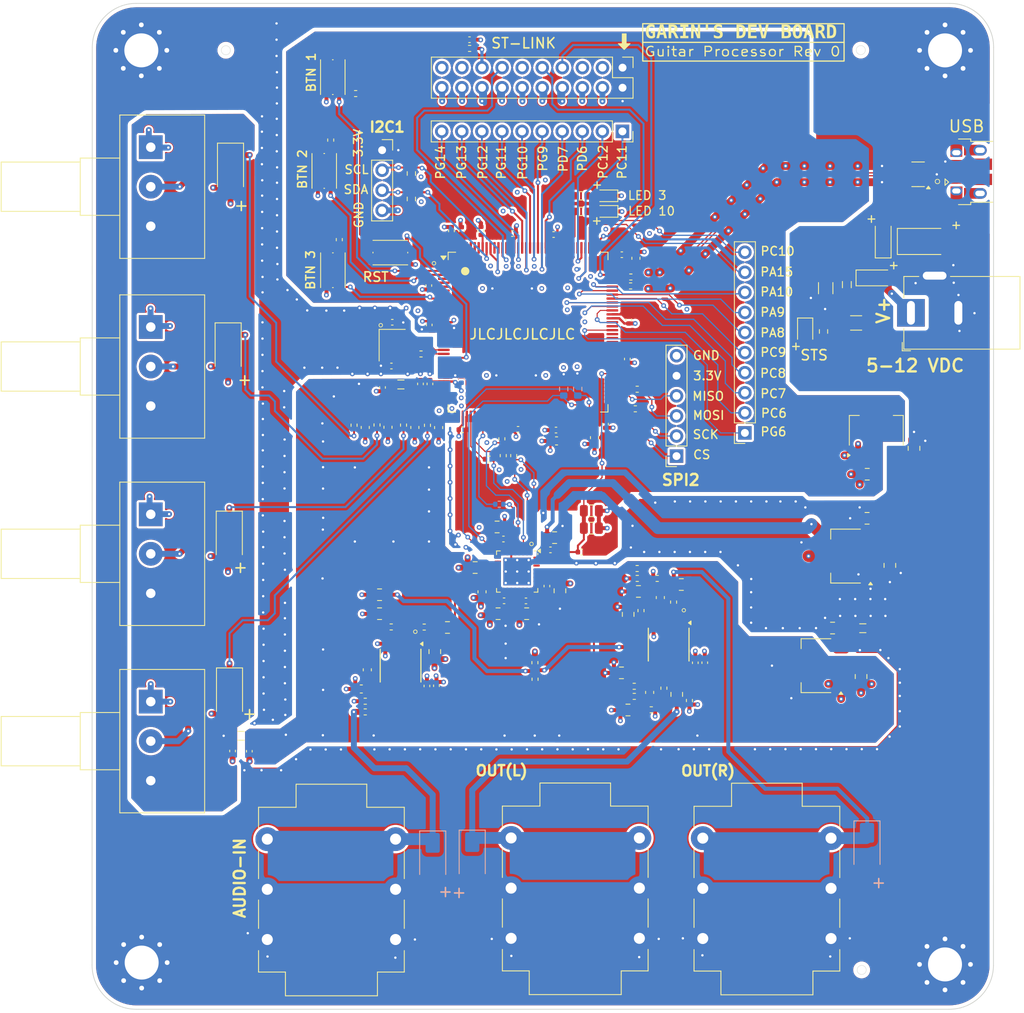
<source format=kicad_pcb>
(kicad_pcb (version 20240108) (generator "pcbnew") (generator_version "8.0")
  (layers (0 "F.Cu" signal) (1 "In1.Cu" power) (2 "In2.Cu" power) (31 "B.Cu" signal) (34 "B.Paste" user) (35 "F.Paste" user) (36 "B.SilkS" user "B.Silkscreen") (37 "F.SilkS" user "F.Silkscreen") (38 "B.Mask" user) (39 "F.Mask" user) (44 "Edge.Cuts" user))
  (net 0 "")
  (net 1 "GND")
  (net 2 "+3.3V")
  (net 3 "Net-(C2-Pad1)")
  (net 4 "Net-(C3-Pad1)")
  (net 5 "Net-(D1-K)")
  (net 6 "VCC_FILT")
  (net 7 "+1V8")
  (net 8 "Net-(U7-VI)")
  (net 9 "+3.3VA")
  (net 10 "Net-(C37-Pad1)")
  (net 11 "HSE__IN")
  (net 12 "3.3VA POT")
  (net 13 "Net-(C41-Pad2)")
  (net 14 "Net-(U9A-+)")
  (net 15 "NRST")
  (net 16 "3.3VA MCU")
  (net 17 "ADC1_INP16")
  (net 18 "ADC1_INP17")
  (net 19 "ADC1_INP14")
  (net 20 "ADC1_INP15")
  (net 21 "Net-(U5-MIC2_R{slash}LINE2_R)")
  (net 22 "Net-(U5-MIC1_LM{slash}LINE1_LM)")
  (net 23 "Net-(C62-Pad1)")
  (net 24 "CODEC_IN")
  (net 25 "VBIAS_IN")
  (net 26 "Net-(C65-Pad1)")
  (net 27 "Net-(U12A-+)")
  (net 28 "Net-(C67-Pad1)")
  (net 29 "Net-(U12B-+)")
  (net 30 "Net-(C69-Pad2)")
  (net 31 "AUDIO_OUT_L")
  (net 32 "AUDIO_OUT_R")
  (net 33 "Net-(C70-Pad2)")
  (net 34 "CODEC_NRST")
  (net 35 "VIN")
  (net 36 "Net-(D3-A)")
  (net 37 "+5Vusb")
  (net 38 "Net-(D6-K)")
  (net 39 "Net-(D7-K)")
  (net 40 "Net-(D8-K)")
  (net 41 "Net-(D9-K)")
  (net 42 "Net-(D10-A)")
  (net 43 "AUDIO_IN")
  (net 44 "Net-(D12-A)")
  (net 45 "SPI2_MOSI")
  (net 46 "SPI2_CS")
  (net 47 "SPI2_SCK")
  (net 48 "SPI2_MISO")
  (net 54 "USB_DP")
  (net 58 "GPIO_PC8")
  (net 59 "GPIO_PG6")
  (net 60 "GPIO_PA10")
  (net 61 "GPIO_PA8")
  (net 62 "GPIO_PA15")
  (net 63 "GPIO_PC9")
  (net 64 "GPIO_PC6")
  (net 65 "GPIO_PC10")
  (net 66 "GPIO_PA9")
  (net 67 "GPIO_PC7")
  (net 68 "2WIRE2_SCL")
  (net 69 "2WIRE2_SDA")
  (net 70 "GPIO_PC12")
  (net 71 "GPIO_PG12")
  (net 72 "GPIO_PD7")
  (net 73 "GPIO_PG10")
  (net 74 "GPIO_PC11")
  (net 75 "GPIO_PD6")
  (net 76 "GPIO_PG13")
  (net 77 "GPIO_PG11")
  (net 78 "GPIO_PG9")
  (net 79 "GPIO_PG14")
  (net 80 "Net-(U1-BOOT0)")
  (net 81 "Net-(U1-PD2)")
  (net 82 "HSE_OUT")
  (net 83 "2WIRE1_SCL")
  (net 84 "2WIRE1_SDA")
  (net 85 "Net-(U1-PC4)")
  (net 86 "I2S1_MCLK")
  (net 87 "I2S1_WCLK")
  (net 88 "Net-(U1-PA4)")
  (net 89 "Net-(U1-PA5)")
  (net 90 "I2S1_BCLK")
  (net 91 "I2S1_SDO")
  (net 92 "Net-(U1-PA7)")
  (net 93 "Net-(U5-DOUT)")
  (net 94 "I2S1_SDI")
  (net 95 "Net-(U1-PA11)")
  (net 96 "Net-(U1-PA12)")
  (net 97 "Net-(STLINK-CON1-Pin_15)")
  (net 98 "Net-(U1-PD4)")
  (net 99 "Net-(U1-PB13)")
  (net 100 "Net-(U1-PB15)")
  (net 101 "Net-(U9A--)")
  (net 102 "CODEC_OUT_L(+)")
  (net 103 "CODEC_OUT_R(+)")
  (net 104 "Net-(U12A--)")
  (net 105 "Net-(U12B--)")
  (net 106 "PUSH_BTN_2")
  (net 107 "PUSH_BTN_1")
  (net 108 "PUSH_BTN_3")
  (net 109 "SWO")
  (net 110 "SWDIO")
  (net 114 "SWCLK")
  (net 132 "USB_DN")
  (net 138 "USB_CON_DN")
  (net 139 "USB_CON_DP")
  (footprint "Connector_PinSocket_2.54mm:PinSocket_1x06_P2.54mm_Vertical" (layer "F.Cu") (at 122.029581 121.43 180)
    (property "Reference" "J2")
    (property "Value" "Conn_01x06_Socket")
  )
  (footprint "Capacitor_SMD:C_0603_1608Metric" (layer "F.Cu") (at 111.649581 119.095 -90)
    (property "Reference" "C3")
    (property "Value" "2u2")
  )
  (footprint "Resistor_SMD:R_0402_1005Metric" (layer "F.Cu") (at 84.134581 117.49 -90)
    (property "Reference" "R27")
    (property "Value" "33R")
  )
  (footprint "Package_SO:PowerIntegrations_SO-8" (layer "F.Cu") (at 121.034581 145.28 -90)
    (property "Reference" "U12")
    (property "Value" "LMV358AIDR")
  )
  (footprint "Capacitor_SMD:C_0402_1005Metric" (layer "F.Cu") (at 90.829581 112.295 90)
    (property "Reference" "C54")
    (property "Value" "100n")
  )
  (footprint "Resistor_SMD:R_0402_1005Metric" (layer "F.Cu") (at 117.054581 112.97)
    (property "Reference" "R25")
    (property "Value" "33R")
  )
  (footprint "Capacitor_SMD:C_0805_2012Metric" (layer "F.Cu") (at 103.069581 141.37 180)
    (property "Reference" "C29")
    (property "Value" "4u7")
  )
  (footprint "Capacitor_SMD:C_0603_1608Metric" (layer "F.Cu") (at 118.629581 151.33 -90)
    (property "Reference" "C68")
    (property "Value" "47n")
  )
  (footprint "Resistor_SMD:R_0402_1005Metric" (layer "F.Cu") (at 97.289581 92.93 90)
    (property "Reference" "R1")
    (property "Value" "10k")
  )
  (footprint "Capacitor_SMD:C_0805_2012Metric" (layer "F.Cu") (at 122.059581 151.58 90)
    (property "Reference" "C70")
    (property "Value" "10u")
  )
  (footprint "Resistor_SMD:R_0603_1608Metric" (layer "F.Cu") (at 109.954581 90.47 180)
    (property "Reference" "R2")
    (property "Value" "1k5")
  )
  (footprint "Capacitor_SMD:C_0805_2012Metric" (layer "F.Cu") (at 99.329581 130.395)
    (property "Reference" "C35")
    (property "Value" "4u7")
  )
  (footprint "Capacitor_SMD:C_0805_2012Metric" (layer "F.Cu") (at 84.454581 141.37 180)
    (property "Reference" "C64")
    (property "Value" "10uF")
  )
  (footprint "Capacitor_SMD:C_0402_1005Metric" (layer "F.Cu") (at 95.834581 68.745)
    (property "Reference" "C52")
    (property "Value" "100n")
  )
  (footprint "MountingHole:MountingHole_4.3mm_M4_Pad_Via" (layer "F.Cu") (at 156.004581 70.095)
    (property "Reference" "H2")
    (property "Value" "MountingHole_Pad")
  )
  (footprint "Resistor_SMD:R_0402_1005Metric" (layer "F.Cu") (at 116.219581 99.895)
    (property "Reference" "R15")
    (property "Value" "33R")
  )
  (footprint "Potentiometer_THT:Potentiometer_Alps_RK163_Single_Horizontal" (layer "F.Cu") (at 55.504581 128.795)
    (property "Reference" "RV3")
    (property "Value" "RK1631110U1Q")
  )
  (footprint "Capacitor_SMD:C_0402_1005Metric" (layer "F.Cu") (at 85.954581 110.0325 180)
    (property "Reference" "C37")
    (property "Value" "12p")
  )
  (footprint "Capacitor_SMD:C_0402_1005Metric" (layer "F.Cu") (at 91.654581 150.49 90)
    (property "Reference" "C71")
    (property "Value" "100n")
  )
  (footprint "Inductor_SMD:L_0805_2012Metric" (layer "F.Cu") (at 143.579581 99.7325 -90)
    (property "Reference" "FB2")
    (property "Value" "100 @ 100MHz")
  )
  (footprint "MountingHole:MountingHole_4.3mm_M4_Pad_Via" (layer "F.Cu") (at 54.354562 185.515)
    (property "Reference" "H1")
    (property "Value" "MountingHole_Pad")
  )
  (footprint "Resistor_SMD:R_0402_1005Metric" (layer "F.Cu") (at 101.429581 121.37 -90)
    (property "Reference" "R7")
    (property "Value" "33R")
  )
  (footprint "Crystal:Crystal_SMD_3225-4Pin_3.2x2.5mm" (layer "F.Cu") (at 86.054581 107.395 -90)
    (property "Reference" "HSE1")
    (property "Value" "24MHz")
  )
  (footprint "Resistor_SMD:R_0402_1005Metric" (layer "F.Cu") (at 116.249581 98.7675)
    (property "Reference" "R16")
    (property "Value" "33R")
  )
  (footprint "Button_Switch_SMD:SW_Push_1P1T_NO_CK_KMR2" (layer "F.Cu") (at 78.539581 73.48 -90)
    (property "Reference" "SW2")
    (property "Value" "KMR221GLFS")
  )
  (footprint "Resistor_SMD:R_0402_1005Metric" (layer "F.Cu") (at 117.049581 135.655)
    (property "Reference" "R33")
    (property "Value" "1k")
  )
  (footprint "Capacitor_SMD:C_0805_2012Metric" (layer "F.Cu") (at 99.449581 141.37 180)
    (property "Reference" "C31")
    (property "Value" "4u7")
  )
  (footprint "Capacitor_SMD:C_0603_1608Metric" (layer "F.Cu") (at 119.979581 139.33 90)
    (property "Reference" "C66")
    (property "Value" "47n")
  )
  (footprint "Resistor_SMD:R_0402_1005Metric" (layer "F.Cu") (at 104.129581 149.665 90)
    (property "Reference" "R31")
    (property "Value" "1k")
  )
  (footprint "Resistor_SMD:R_0402_1005Metric" (layer "F.Cu") (at 81.229581 117.52 -90)
    (property "Reference" "R26")
    (property "Value" "33R")
  )
  (footprint "Capacitor_SMD:C_0402_1005Metric" (layer "F.Cu") (at 101.254581 93.27)
    (property "Reference" "C23")
    (property "Value" "100n")
  )
  (footprint "LED_SMD:LED_0603_1608Metric" (layer "F.Cu") (at 113.117081 88.495 180)
    (property "Reference" "D3")
    (property "Value" "RED")
  )
  (footprint "Capacitor_SMD:C_0402_1005Metric" (layer "F.Cu") (at 67.979581 158.77 -90)
    (property "Reference" "C56")
    (property "Value" "100n")
  )
  (footprint "Capacitor_SMD:C_0805_2012Metric" (layer "F.Cu") (at 111.254581 130.545)
    (property "Reference" "C73")
    (property "Value" "500p")
  )
  (footprint "Resistor_SMD:R_0402_1005Metric" (layer "F.Cu") (at 95.849581 69.845)
    (property "Reference" "R18")
    (property "Value" "33R")
  )
  (footprint "Capacitor_SMD:C_0805_2012Metric" (layer "F.Cu") (at 117.209581 138.555 180)
    (property "Reference" "C65")
    (property "Value" "500p")
  )
  (footprint "Capacitor_SMD:C_0603_1608Metric" (layer "F.Cu") (at 91.929581 117.82 -90)
    (property "Reference" "C59")
    (property "Value" "10p")
  )
  (footprint "Resistor_SMD:R_0402_1005Metric" (layer "F.Cu") (at 82.644581 152.445 180)
    (property "Reference" "R21")
    (property "Value" "1M")
  )
  (footprint "Resistor_SMD:R_0402_1005Metric" (layer "F.Cu") (at 104.109581 147.565 90)
    (property "Reference" "R32")
    (property "Value" "1k")
  )
  (footprint "Resistor_SMD:R_0402_1005Metric" (layer "F.Cu") (at 85.929581 143.045)
    (property "Reference" "R22")
    (property "Value" "1M")
  )
  (footprint "Capacitor_SMD:C_0402_1005Metric" (layer "F.Cu") (at 94.954581 118.095 180)
    (property "Reference" "C6")
    (property "Value" "100n")
  )
  (footprint "Resistor_SMD:R_0402_1005Metric" (layer "F.Cu") (at 79.359581 94.04 90)
    (property "Reference" "R47")
    (property "Value" "10k")
  )
  (footprint "LED_SMD:LED_0805_2012Metric" (layer "F.Cu") (at 138.304581 105.645 -90)
    (property "Reference" "D12")
    (property "Value" "GREEN")
  )
  (footprint "Resistor_SMD:R_0402_1005Metric" (layer "F.Cu") (at 90.514581 117.535 -90)
    (property "Reference" "R29")
    (property "Value" "33R")
  )
  (footprint "Capacitor_SMD:C_0402_1005Metric" (layer "F.Cu") (at 125.604581 147.57 90)
    (property "Reference" "C76")
    (property "Value" "100n")
  )
  (footprint "Capacitor_SMD:C_0402_1005Metric" (layer "F.Cu") (at 100.129581 131.92)
    (property "Reference" "C36")
    (property "Value" "100n")
  )
  (footprint "Resistor_SMD:R_0603_1608Metric" (layer "F.Cu") (at 140.629581 105.6575 90)
    (property "Reference" "R44")
    (property "Value" "1k5")
  )
  (footprint "Resistor_SMD:R_0402_1005Metric" (layer "F.Cu") (at 116.679581 150.555)
    (property "Reference" "R38")
    (property "Value" "1M")
  )
  (footprint "Capacitor_SMD:C_0603_1608Metric" (layer "F.Cu") (at 97.419581 138.6 -90)
    (property "Reference" "C60")
    (property "Value" "1u")
  )
  (footprint "Capacitor_SMD:C_0805_2012Metric" (layer "F.Cu") (at 115.059581 148.855 180)
    (property "Reference" "C79")
    (property "Value" "10uF")
  )
  (footprint "MountingHole:MountingHole_4.3mm_M4_Pad_Via" (layer "F.Cu") (at 155.999143 185.745419)
    (property "Reference" "H3")
    (property "Value" "MountingHole_Pad")
  )
  (footprint "Inductor_SMD:L_0805_2012Metric" (layer "F.Cu") (at 87.154581 112.37 180)
    (property "Reference" "FB1")
    (property "Value" "100 @ 100MHz")
  )
  (footprint "Connector_Audio:Jack_6.35mm_Neutrik_NMJ6HCD2_Horizontal" (layer "F.Cu") (at 86.479581 169.895 -90)
    (property "Reference" "IN_JACK1")
    (property "Value" "NMJ6HCD2")
  )
  (footprint "Connector_Audio:Jack_6.35mm_Neutrik_NMJ6HCD2_Horizontal" (layer "F.Cu") (at 141.579581 169.77 -90)
    (property "Reference" "OUT_JACK_R1")
    (property "Value" "NMJ6HCD2")
  )
  (footprint "Capacitor_SMD:C_0402_1005Metric" (layer "F.Cu") (at 106.479581 93.395)
    (property "Reference" "C13")
    (property "Value" "100n")
  )
  (footprint "Capacitor_SMD:C_0805_2012Metric" (layer "F.Cu") (at 146.159581 123.72 180)
    (property "Reference" "C21")
    (property "Value" "4u7")
  )
  (footprint "Capacitor_SMD:C_0805_2012Metric" (layer "F.Cu") (at 145.379581 149.32 -90)
    (property "Reference" "C26")
    (property "Value" "4u7")
  )
  (footprint "Capacitor_SMD:C_0402_1005Metric" (layer "F.Cu") (at 93.554581 92.94 90)
    (property "Reference" "C80")
    (property "Value" "100n")
  )
  (footprint "Capacitor_SMD:C_0402_1005Metric" (layer "F.Cu") (at 90.447081 150.515 90)
    (property "Reference" "C75")
    (property "Value" "100n")
  )
  (footprint "Diode_SMD:D_SMA" (layer "F.Cu") (at 65.440831 131.905 -90)
    (property "Reference" "D8")
    (property "Value" "SMAJ5.0A")
  )
  (footprint "Package_TO_SOT_SMD:SOT-223-3_TabPin2" (layer "F.Cu") (at 143.449581 134.0825 180)
    (property "Reference" "U2")
    (property "Value" "AMS1117-1.8")
  )
  (footprint "Resistor_SMD:R_0402_1005Metric" (layer "F.Cu") (at 78.274581 81.445 90)
    (property "Reference" "R45")
    (property "Value" "10k")
  )
  (footprint "Package_TO_SOT_SMD:SOT-223-3_TabPin2" (layer "F.Cu") (at 139.704581 147.945 180)
    (property "Reference" "U7")
    (property "Value" "AMS1117-3.3")
  )
  (footprint "Potentiometer_THT:Potentiometer_Alps_RK163_Single_Horizontal" (layer "F.Cu") (at 55.504581 105.095)
    (property "Reference" "RV2")
    (property "Value" "RK1631110U1Q")
  )
  (footprint "Resistor_SMD:R_0402_1005Metric" (layer "F.Cu") (at 117.534581 140.98 90)
    (property "Reference" "R35")
    (property "Value" "1M")
  )
  (footprint "Resistor_SMD:R_0402_1005Metric" (layer "F.Cu") (at 116.684581 151.83)
    (property "Reference" "R36")
    (property "Value" "1k")
  )
  (footprint "Capacitor_SMD:C_0805_2012Metric" (layer "F.Cu") (at 115.909581 141.455 90)
    (property "Reference" "C78")
    (property "Value" "10uF")
  )
  (footprint "Capacitor_SMD:C_0805_2012Metric" (layer "F.Cu") (at 107.279581 138.47 90)
    (property "Reference" "C27")
    (property "Value" "4u7")
  )
  (footprint "Capacitor_SMD:C_0402_1005Metric" (layer "F.Cu") (at 124.404581 147.58 90)
    (property "Reference" "C72")
    (property "Value" "100n")
  )
  (footprint "Capacitor_SMD:C_0402_1005Metric" (layer "F.Cu") (at 100.209581 139.74 180)
    (property "Reference" "C32")
    (property "Value" "100n")
  )
  (footprint "Capacitor_SMD:C_0402_1005Metric" (layer "F.Cu") (at 115.109581 95.95)
    (property "Reference" "C12")
    (property "Value" "100n")
  )
  (footprint "Capacitor_SMD:C_0402_1005Metric" (layer "F.Cu") (at 84.829581 112.745 -90)
    (property "Reference" "C39")
    (property "Value" "100n")
  )
  (footprint "Capacitor_SMD:C_0402_1005Metric" (layer "F.Cu") (at 106.079581 133.295)
    (property "Reference" "C34")
    (property "Value" "100n")
  )
  (footprint "Capacitor_SMD:C_0805_2012Metric" (layer "F.Cu") (at 146.139581 129.3025 180)
    (property "Reference" "C18")
    (property "Value" "4u7")
  )
  (footprint "Diode_SMD:D_SMA" (layer "F.Cu") (at 153.479581 94.27)
    (property "Reference" "D4")
    (property "Value" "SMAJ24A")
  )
  (footprint "Capacitor_SMD:C_0402_1005Metric" (layer "F.Cu") (at 106.779581 118.135 180)
    (property "Reference" "C8")
    (property "Value" "100n")
  )
  (footprint "Package_TO_SOT_SMD:SOT-223-3_TabPin2" (layer "F.Cu") (at 147.304581 118.195 90)
    (property "Reference" "U3")
    (property "Value" "AMS1117-3.3")
  )
  (footprint "Package_DFN_QFN:VQFN-32-1EP_5x5mm_P0.5mm_EP3.5x3.5mm_ThermalVias" (layer "F.Cu") (at 101.869581 136.035 -90)
    (property "Reference" "U5")
    (property "Value" "TLV320AIC3104RHBR")
  )
  (footprint "Diode_SMD:D_SOD-123" (layer "F.Cu") (at 147.104581 98.8825)
    (property "Reference" "D1")
    (property "Value" "B5819W")
  )
  (footprint "Capacitor_SMD:C_0402_1005Metric" (layer "F.Cu") (at 102.979581 139.75 180)
    (property "Reference" "C30")
    (property "Value" "100n")
  )
  (footprint "Resistor_SMD:R_0402_1005Metric" (layer "F.Cu") (at 121.659581 139.905 90)
    (property "Reference" "R39")
    (property "Value" "100R")
  )
  (footprint "Capacitor_SMD:C_0603_1608Metric" (layer "F.Cu") (at 85.519581 117.78 -90)
    (property "Reference" "C57")
    (property "Value" "10p")
  )
  (footprint "Resistor_SMD:R_0402_1005Metric" (layer "F.Cu") (at 120.429581 150.795 -90)
    (property "Reference" "R41")
    (property "Value" "100R")
  )
  (footprint "Connector_PinSocket_2.54mm:PinSocket_1x10_P2.54mm_Vertical" (layer "F.Cu") (at 115.184581 80.345 -90)
    (property "Reference" "J7")
    (property "Value" "Conn_01x10_Pin")
  )
  (footprint "Package_SO:PowerIntegrations_SO-8" (layer "F.Cu") (at 87.112081 147.94 -90)
    (property "Reference" "U9")
    (property "Value" "LMV358AIDR")
  )
  (footprint "Diode_SMD:D_SMA" (layer "F.Cu") (at 65.594581 85.345 -90)
    (property "Reference" "D6")
    (property "Value" "SMAJ5.0A")
  )
  (footprint "Button_Switch_SMD:SW_Push_1P1T_NO_CK_KMR2" (layer "F.Cu") (at 77.454581 85.345 -90)
    (property "Reference" "SW3")
    (property "Value" "KMR221GLFS")
  )
  (footprint "Capacitor_SMD:C_0402_1005Metric" (layer "F.Cu") (at 94.829581 92.94 90)
    (property "Reference" "C24")
    (property "Value" "100n")
  )
  (footprint "Package_TO_SOT_SMD:TSOT-23-6" (layer "F.Cu") (at 152.594581 85.7725 180)
    (property "Reference" "U11")
    (property "Value" "USBLC6-2SC6")
  )
  (footprint "Resistor_SMD:R_0402_1005Metric" (layer "F.Cu") (at 87.489581 117.51 -90)
    (property "Reference" "R28")
    (property "Value" "33R")
  )
  (footprint "LED_SMD:LED_0603_1608Metric" (layer "F.Cu") (at 113.129581 90.47 180)
    (property "Reference" "D10")
    (property "Value" "YELLOW")
  )
  (footprint "Resistor_SMD:R_0402_1005Metric" (layer "F.Cu") (at 90.107081 143.065)
    (property "Reference" "R30")
    (property "Value" "1k")
  )
  (footprint "Capacitor_SMD:C_0402_1005Metric" (layer "F.Cu") (at 113.039581 117.375 -90)
    (property "Reference" "C9")
    (property "Value" "100n")
  )
  (footprint "Capacitor_SMD:C_0805_2012Metric" (layer "F.Cu") (at 152.079581 120.445 90)
    (property "Reference" "C19")
    (property "Value" "4u7")
  )
  (footprint "Capacitor_SMD:C_0805_2012Metric" (layer "F.Cu") (at 84.454581 138.97 180)
    (property "Reference" "C77")
    (property "Value" "10uF")
  )
  (footprint "Connector_PinSocket_2.54mm:PinSocket_1x04_P2.54mm_Vertical" (layer "F.Cu") (at 84.779581 82.72)
    (property "Reference" "J6")
    (property "Value" "Conn_01x04_Socket")
  )
  (footprint "Diode_SMD:D_SMA" (layer "F.Cu") (at 65.469581 151.74 -90)
    (property "Reference" "D9")
    (property "Value" "SMAJ5.0A")
  )
  (footprint "Resistor_SMD:R_0402_1005Metric" (layer "F.Cu") (at 81.429581 75.56)
    (property "Reference" "R46")
    (property "Value" "10k")
  )
  (footprint "Capacitor_SMD:C_0402_1005Metric" (layer "F.Cu") (at 101.979581 118.045 180)
    (property "Reference" "C7")
    (property "Value" "100n")
  )
  (footprint "Capacitor_SMD:C_0603_1608Metric" (layer "F.Cu") (at 82.644581 117.805 -90)
    (property "Reference" "C55")
    (property "Value" "10p")
  )
  (footprint "Inductor_SMD:L_0805_2012Metric" (layer "F.Cu") (at 145.599581 143.21 180)
    (property "Reference" "FB5")
    (property "Value" "100 @ 100MHz")
  )
  (footprint "Resistor_SMD:R_0402_1005Metric" (layer "F.Cu") (at 123.659581 152.355 90)
    (property "Reference" "R42")
    (property "Value" "10k")
  )
  (footprint "Capacitor_SMD:C_0603_1608Metric" (layer "F.Cu") (at 82.904581 148.47 -90)
    (property "Reference" "C41")
    (property "Value" "47n")
  )
  (footprint "Potentiometer_THT:Potentiometer_Alps_RK163_Single_Horizontal" (layer "F.Cu") (at 55.504581 152.495)
    (property "Reference" "RV4")
    (property "Value" "RK1631110U1Q")
  )
  (footprint "Capacitor_SMD:C_0603_1608Metric" (layer "F.Cu") (at 88.919581 117.805 -90)
    (property "Reference" "C58")
    (property "Value" "10p")
  )
  (footprint "Capacitor_SMD:C_0805_2012Metric" (layer "F.Cu") (at 91.447081 146.165 -90)
    (property "Reference" "C62")
    (property "Value" "500p")
  )
  (footprint "Inductor_SMD:L_0805_2012Metric" (layer "F.Cu") (at 66.929581 156.82)
    (property "Reference" "FB3")
    (property "Value" "100 @ 100MHz")
  )
  (footprint "Capacitor_SMD:C_0402_1005Metric" (layer "F.Cu") (at 90.739581 104.835 90)
    (property "Reference" "C4")
    (property "Value" "100n")
  )
  (footprint "Capacitor_SMD:C_0402_1005Metric" (layer "F.Cu") (at 110.029581 133.57)
    (property "Reference" "R43")
    (property "Value" "100k")
  )
  (footprint "Capacitor_SMD:C_0402_1005Metric" (layer "F.Cu") (at 115.809581 109.145 -90)
    (property "Reference" "C10")
    (property "Value" "100n")
  )
  (footprint "Capacitor_SMD:C_0805_2012Metric" (layer "F.Cu") (at 106.604581 131.745)
    (property "Reference" "C33")
    (property "Value" "4u7")
  )
  (footprint "Capacitor_SMD:C_0402_1005Metric" (layer "F.Cu") (at 115.979581 104.17 -90)
    (property "Reference" "C11")
    (property "Value" "100n")
  )
  (footprint "Resistor_SMD:R_0402_1005Metric" (layer "F.Cu") (at 117.059581 136.905 180)
    (property "Reference" "R34")
    (property "Value" "1M")
  )
  (footprint "Capacitor_SMD:C_0805_2012Metric" (layer "F.Cu") (at 111.254581 128.345)
    (property "Reference" "C74")
    (property "Value" "500p")
  )
  (footprint "Capacitor_SMD:C_0805_2012Metric" (layer "F.Cu") (at 115.884581 153.555 180)
    (property "Reference" "C67")
    (property "Value" "500p")
  )
  (footprint "MountingHole:MountingHole_4.3mm_M4_Pad_Via" (layer "F.Cu") (at 54.31 70.089581)
    (property "Reference" "H4")
    (property "Value" "MountingHole_Pad")
  )
  (footprint "Capacitor_SMD:C_0402_1005Metric" (layer "F.Cu") (at 105.629581 137.875 90)
    (property "Reference" "C28")
    (property "Value" "100n")
  )
  (footprint "Potentiometer_THT:Potentiometer_Alps_RK163_Single_Horizontal" (layer "F.Cu") (at 55.504581 82.345)
    (property "Reference" "RV1")
    (property "Value" "RK1631110U1Q")
  )
  (footprint "Capacitor_SMD:C_0805_2012Metric" (layer "F.Cu") (at 93.047081 143.115 180)
    (property "Reference" "C63")
    (property "Value" "10u")
  )
  (footprint "Capacitor_SMD:C_0402_1005Metric" (layer "F.Cu") (at 90.689581 99.85 -90)
    (property "Reference" "C1")
    (property "Value" "100n")
  )
  (footprint "Resistor_SMD:R_0603_1608Metric" (layer "F.Cu") (at 88.479581 85.67 90)
    (property "Reference" "R23")
    (property "Value" "2k2")
  )
  (footprint "Resistor_SMD:R_0402_1005Metric" (layer "F.Cu") (at 119.584581 136.905)
    (property "Reference" "R40")
    (property "Value" "10k")
  )
  (footprint "Capacitor_SMD:C_1206_3216Metric" (layer "F.Cu") (at 140.904581 100.1825 -90)
    (property "Reference" "C15")
    (property "Value" "10u")
  )
  (footprint "Diode_SMD:D_SMA" (layer "F.Cu") (at 65.299581 108.08 -90)
    (property "Reference" "D7")
    (property "Value" "SMAJ5.0A")
  )
  (footprint "Diode_SMD:D_SOD-123" (layer "F.Cu") (at 148.179581 93.995 90)
    (property "Reference" "D5")
    (property "Value" "B5819W")
  )
  (footprint "Connector_BarrelJack:BarrelJack_Horizontal" (layer "F.Cu") (at 151.689581 103.3 180)
    (property "Reference" "J1")
    (property "Value" "DC550250-0366-2H")
  )
  (footprint "Resistor_SMD:R_0402_1005Metric" (layer "F.Cu") (at 89.699581 108.505)
    (property "Reference" "R3")
    (property "Value" "33R")
  )
  (footprint "Capacitor_SMD:C_0402_1005Metric" (layer "F.Cu") (at 86.064581 104.495)
    (property "Reference" "C38")
    (property "Value" "12p")
  )
  (footprint "Capacitor_SMD:C_0603_1608Metric" (layer "F.Cu") (at 82.144581 150.895 180)
    (property "Reference" "C42")
    (property "Value" "500p")
  )
  (footprint "Connector_PinHeader_2.54mm:PinHeader_2x10_P2.54mm_Vertical" (layer "F.Cu") (at 115.199581 72.28 -90)
    (property "Reference" "STLINK-CON1")
    (property "Value" "Conn_02x10_Odd_Even")
  )
  (footprint "Capacitor_SMD:C_1206_3216Metric" (layer "F.Cu") (at 144.754581 104.5825)
    (property "Reference" "C16")
    (property "Value" "10u")
  )
  (footprint "Button_Switch_SMD:SW_Push_1P1T_NO_CK_KMR2" (layer "F.Cu") (at 85.819581 95.68 180)
    (property "Reference" "SW1")
    (property "Value" "KMR221GLFS")
  )
  (footprint "Capacitor_SMD:C_0402_1005Metric" (layer "F.Cu") (at 65.854581 158.745 -90)
    (property "Reference" "C40")
    (property "Value" "100n")
  )
  (footprint "Capacitor_SMD:C_0805_2012Metric" (layer "F.Cu") (at 96.549581 135.53 180)
    (property "Reference" "C61")
    (property "Value" "4u7")
  )
  (footprint "Resistor_SMD:R_0402_1005Metric" (layer "F.Cu") (at 82.644581 153.795)
    (property "Reference" "R12")
    (property "Value" "100R")
  )
  (footprint "Resistor_SMD:R_0603_1608Metric" (layer "F.Cu") (at 88.479581 88.895 90)
    (property "Reference" "R17")
    (property "Value" "2k2")
  )
  (footprint "Resistor_SMD:R_0402_1005Metric" (layer "F.Cu") (at 99.929581 119.245 -90)
    (property "Reference" "R13")
    (property "Value" "33R")
  )
  (footprint "Capacitor_SMD:C_0805_2012Metric" (layer "F.Cu") (at 122.634581 137.68)
    (property "Reference" "C69")
    (property "Value" "10u")
  )
  (footprint "Connector_PinSocket_2.54mm:PinSocket_1x10_P2.54mm_Vertical" (layer "F.Cu") (at 130.679581 118.495 180)
    (property "Reference" "J5")
    (property "Value" "Conn_01x10_Pin")
  )
  (footprint "Resistor_SMD:R_0402_1005Metric" (layer "F.Cu") (at 98.304581 121.82)
    (property "Reference" "R10")
    (property "Value" "33R")
  )
  (footprint "Connector_Audio:Jack_6.35mm_Neutrik_NMJ6HCD2_Horizontal" (layer "F.Cu") (at 117.329581 169.745 -90)
    (property "Reference" "OUT_JACK_L1")
    (property "Value" "NMJ6HCD2")
  )
  (footprint "Capacitor_SMD:C_0805_2012Metric" (layer "F.Cu") (at 149.024581 135.2575 -90)
    (property "Reference" "C22")
    (property "Value" "4u7")
  )
  (footprint "Resistor_SMD:R_0402_1005Metric" (layer "F.Cu") (at 116.814581 115.445)
    (property "Reference" "R24")
    (property "Value" "33R")
  )
  (footprint "Capacitor_SMD:C_0603_1608Metric" (layer "F.Cu") (at 116.889581 96.4 90)
    (property "Reference" "C2")
    (property "Value" "2u2")
  )
  (footprint "Button_Switch_SMD:SW_Push_1P1T_NO_CK_KMR2" (layer "F.Cu") (at 78.549581 97.91 -90)
    (property "Reference" "SW4")
    (property "Value" "KMR221GLFS")
  )
  (footprint "Package_QFP:LQFP-144_20x20mm_P0.5mm" (layer "F.Cu") (at 103.247081 105.745)
    (property "Reference" "U1")
    (property "Value" "STM32H743ZITx")
  )
  (footprint "Capacitor_SMD:C_0603_1608Metric" (layer "F.Cu") (at 106.849581 119.505 180)
    (property "Reference" "C14")
    (property "Value" "4u7")
  )
  (footprint "Resistor_SMD:R_0402_1005Metric" (layer "F.Cu") (at 118.834581 153.53)
    (property "Reference" "R37")
    (property "Value" "1M")
  )
  (footprint "Capacitor_SMD:C_0402_1005Metric" (layer "F.Cu") (at 89.629581 112.295 90)
    (property "Reference" "C53")
    (property "Value" "100n")
  )
  (footprint "Resistor_SMD:R_0402_1005Metric" (layer "F.Cu") (at 100.104581 121.37 -90)
    (property "Reference" "R11")
    (property "Value" "33R")
  )
  (footprint "Capacitor_SMD:C_0805_2012Metric" (layer "F.Cu") (at 141.774581 143.185 180)
    (property "Reference" "C25")
    (property "Value" "4u7")
  )
  (footprint "Resistor_SMD:R_0603_1608Metric" (layer "F.Cu") (at 109.942081 88.495 180)
    (property "Reference" "R20")
    (property "Value" "1k5")
  )
  (footprint "Connector_USB:USB_Micro-B_Amphenol_10103594-0001LF_Horizontal" (layer "F.Cu") (at 159.319581 85.435 90)
    (property "Reference" "J4")
    (property "Value" "10103594-0001LF")
  )
  (footprint "Resistor_SMD:R_0603_1608Metric" (layer "B.Cu") (at 107.754581 112.945 -90)
    (property "Reference" "R5")
    (property "Value" "2k2")
  )
  (footprint "Diode_SMD:D_SMA" (layer "B.Cu") (at 146.129581 171.095 -90)
    (property "Reference" "D13")
    (property "Value" "SMAJ5.0A")
  )
  (footprint "Resistor_SMD:R_0402_1005Metric" (layer "B.Cu") (at 99.604581 127.52)
    (property "Reference" "R14")
    (property "Value" "33R")
  )
  (footprint "Diode_SMD:D_SMA" (layer "B.Cu") (at 96.179581 172.27 -90)
    (property "Reference" "D14")
    (property "Value" "SMAJ5.0A")
  )
  (footprint "Diode_SMD:D_SMA" (layer "B.Cu") (at 91.179581 172.37 -90)
    (property "Reference" "D11")
    (property "Value" "SMAJ5.0A")
  )
  (footprint "Capacitor_SMD:C_0402_1005Metric" (layer "B.Cu") (at 94.804581 111.67 -90)
    (property "Reference" "C5")
    (property "Value" "100n")
  )
  (footprint "Resistor_SMD:R_0603_1608Metric" (layer "B.Cu") (at 109.529581 112.945 -90)
    (property "Reference" "R6")
    (property "Value" "2k2")
  )
  (gr_poly (pts (xy 114.659581 69.245) (xy 115.159581 69.245) (xy 115.159581 67.995) (xy 115.659581 67.995) (xy 115.659581 69.245) (xy 116.159581 69.245) (xy 115.409581 69.995)) (stroke (width 0.1)) (fill solid) (layer "F.SilkS"))
  (gr_circle (center 91.339581 97.03) (end 91.564581 97.03) (stroke (width 0.1)) (fill none) (layer "F.SilkS"))
  (gr_circle (center 84.604581 104.87) (end 84.829581 104.87) (stroke (width 0.1)) (fill none) (layer "F.SilkS"))
  (gr_circle (center 103.679581 132.545) (end 103.789581 132.745) (stroke (width 0.1)) (fill none) (layer "F.SilkS"))
  (gr_circle (center 155.044581 86.685) (end 155.244581 86.885) (stroke (width 0.1)) (fill none) (layer "F.SilkS"))
  (gr_circle (center 88.979581 143.65) (end 89.129581 143.82) (stroke (width 0.1)) (fill none) (layer "F.SilkS"))
  (gr_rect (start 117.754581 66.72) (end 143.229581 71.445) (stroke (width 0.16)) (fill none) (layer "F.SilkS"))
  (gr_line (start 117.754581 69.0825) (end 143.229581 69.0825) (stroke (width 0.16)) (layer "F.SilkS"))
  (gr_poly (pts (xy 95.819911 98.03) (xy 95.80184 97.89274) (xy 95.74886 97.764835) (xy 95.664581 97.655) (xy 95.554746 97.570721) (xy 95.426841 97.517741) (xy 95.289581 97.49967) (xy 95.152321 97.517741) (xy 95.024416 97.570721) (xy 94.914581 97.655) (xy 94.830302 97.764835) (xy 94.777322 97.89274) (xy 94.759251 98.03) (xy 94.777322 98.16726) (xy 94.830302 98.295165) (xy 94.914581 98.405) (xy 95.024416 98.489279) (xy 95.152321 98.542259) (xy 95.289581 98.56033) (xy 95.426841 98.542259) (xy 95.554746 98.489279) (xy 95.664581 98.405) (xy 95.74886 98.295165) (xy 95.80184 98.16726) (xy 95.819911 98.03)) (fill solid) (layer "F.SilkS"))
  (gr_circle (center 122.954581 140.936333) (end 123.134581 140.816333) (stroke (width 0.1)) (fill none) (layer "F.SilkS"))
  (gr_circle (center 145.453562 186.445) (end 146.029562 186.445) (stroke (width 0.05)) (fill none) (layer "Edge.Cuts"))
  (gr_circle (center 145.343581 70.06) (end 145.919581 70.06) (stroke (width 0.05)) (fill none) (layer "Edge.Cuts"))
  (gr_circle (center 65.009581 70.08) (end 65.585581 70.08) (stroke (width 0.05)) (fill none) (layer "Edge.Cuts"))
  (gr_arc (start 162.129396 185.894775) (mid 160.470195 189.813502) (end 156.529562 191.42) (stroke (width 0.1)) (layer "Edge.Cuts"))
  (gr_arc (start 156.579581 64.145) (mid 160.521701 65.77788) (end 162.154581 69.72) (stroke (width 0.1)) (layer "Edge.Cuts"))
  (gr_line (start 156.579581 64.145) (end 53.665026 64.145) (stroke (width 0.1)) (layer "Edge.Cuts"))
  (gr_line (start 162.154581 69.72) (end 162.129396 185.894775) (stroke (width 0.1)) (layer "Edge.Cuts"))
  (gr_line (start 48.104563 69.718745) (end 48.079619 185.820112) (stroke (width 0.1)) (layer "Edge.Cuts"))
  (gr_arc (start 53.654562 191.419999) (mid 49.703665 189.778304) (end 48.079619 185.820112) (stroke (width 0.1)) (layer "Edge.Cuts"))
  (gr_arc (start 48.104563 69.718745) (mid 49.732748 65.782572) (end 53.665026 64.145001) (stroke (width 0.1)) (layer "Edge.Cuts"))
  (gr_line (start 156.529562 191.42) (end 53.654562 191.419999) (stroke (width 0.1)) (layer "Edge.Cuts"))
  (gr_text "+" (at 95.279581 175.645 90) (layer "B.SilkS") (effects (font (size 1.5 1.5) (thickness 0.2) (bold yes)) (justify left bottom mirror)))
  (gr_text "+" (at 92.029581 177.645 -90) (layer "B.SilkS") (effects (font (size 1.5 1.5) (thickness 0.2) (bold yes)) (justify left bottom mirror)))
  (gr_text "+" (at 148.379581 174.395 90) (layer "B.SilkS") (effects (font (size 1.5 1.5) (thickness 0.2) (bold yes)) (justify left bottom mirror)))
  (gr_text "+" (at 68.159581 112.9 90) (layer "F.SilkS") (effects (font (size 1.5 1.5) (thickness 0.2) (bold yes)) (justify left bottom)))
  (gr_text "PG12" (at 98.154581 86.52 90) (layer "F.SilkS") (effects (font (size 1.1 1.1) (thickness 0.18) (bold yes)) (justify left bottom)))
  (gr_text "PG10" (at 103.204581 86.57 90) (layer "F.SilkS") (effects (font (size 1.1 1.1) (thickness 0.18) (bold yes)) (justify left bottom)))
  (gr_text "PA9" (at 132.529581 103.87 0) (layer "F.SilkS") (effects (font (size 1.1 1.1) (thickness 0.18) (bold yes)) (justify left bottom)))
  (gr_text "AUDIO-IN" (at 67.579581 180.045 90) (layer "F.SilkS") (effects (font (size 1.4 1.4) (thickness 0.3) (bold yes)) (justify left bottom)))
  (gr_text "5-12 VDC" (at 145.854581 110.92 0) (layer "F.SilkS") (effects (font (size 1.6 1.6) (thickness 0.3) (bold yes)) (justify left bottom)))
  (gr_text "OUT(L)" (at 96.454581 161.995 0) (layer "F.SilkS") (effects (font (size 1.3 1.3) (thickness 0.3) (bold yes)) (justify left bottom)))
  (gr_text "+" (at 112.542081 87.92 90) (layer "F.SilkS") (effects (font (size 1.1 1.1) (thickness 0.16)) (justify left bottom)))
  (gr_text "PC7" (at 132.529581 114.17 0) (layer "F.SilkS") (effects (font (size 1.1 1.1) (thickness 0.18) (bold yes)) (justify left bottom)))
  (gr_text "+" (at 112.504581 92.47 90) (layer "F.SilkS") (effects (font (size 1.1 1.1) (thickness 0.16)) (justify left bottom)))
  (gr_text "SCL" (at 79.904581 85.82 0) (layer "F.SilkS") (effects (font (size 1.1 1.1) (thickness 0.18) (bold yes)) (justify left bottom)))
  (gr_text "PA15" (at 132.529581 98.77 0) (layer "F.SilkS") (effects (font (size 1.1 1.1) (thickness 0.18) (bold yes)) (justify left bottom)))
  (gr_text "LED 3" (at 115.779581 89.095 0) (layer "F.SilkS") (effects (font (size 1.1 1.1) (thickness 0.16)) (justify left bottom)))
  (gr_text "PC8" (at 132.504581 111.595 0) (layer "F.SilkS") (effects (font (size 1.1 1.1) (thickness 0.18) (bold yes)) (justify left bottom)))
  (gr_text "PG13" (at 95.479581 86.52 90) (layer "F.SilkS") (effects (font (size 1.1 1.1) (thickness 0.18) (bold yes)) (justify left bottom)))
  (gr_text "OUT(R)" (at 122.454581 162.02 0) (layer "F.SilkS") (effects (font (size 1.3 1.3) (thickness 0.3) (bold yes)) (justify left bottom)))
  (gr_text "GND" (at 82.479581 92.695 90) (layer "F.SilkS") (effects (font (size 1.1 1.1) (thickness 0.18) (bold yes)) (justify left bottom)))
  (gr_text "PC10" (at 132.554581 96.145 0) (layer "F.SilkS") (effects (font (size 1.1 1.1) (thickness 0.18) (bold yes)) (justify left bottom)))
  (gr_text "ST-LINK" (at 98.459581 69.945 0) (layer "F.SilkS") (effects (font (size 1.3 1.3) (thickness 0.2)) (justify left bottom)))
  (gr_text "+" (at 148.729581 97.8825 0) (layer "F.SilkS") (effects (font (size 1.1 1.1) (thickness 0.16)) (justify left bottom)))
  (gr_text "3.3V" (at 82.404581 83.72 90) (layer "F.SilkS") (effects (font (size 1.1 1.1) (thickness 0.18) (bold yes)) (justify left bottom)))
  (gr_text "+" (at 68.769581 155.14 90) (layer "F.SilkS") (effects (font (size 1.5 1.5) (thickness 0.2) (bold yes)) (justify left bottom)))
  (gr_text "PC12" (at 113.379581 86.47 90) (layer "F.SilkS") (effects (font (size 1.1 1.1) (thickness 0.18) (bold yes)) (justify left bottom)))
  (gr_text "SDA" (at 79.804581 88.345 0) (layer "F.SilkS") (effects (font (size 1.1 1.1) (thickness 0.18) (bold yes)) (justify left bottom)))
  (gr_text "JLCJLCJLCJLC" (at 102.529581 106.77 0) (layer "F.SilkS") (effects (font (size 1.3 1.3) (thickness 0.2)) (justify bottom)))
  (gr_text "PC11" (at 115.779581 86.495 90) (layer "F.SilkS") (effects (font (size 1.1 1.1) (thickness 0.18) (bold yes)) (justify left bottom)))
  (gr_text "PA8" (at 132.529581 106.47 0) (layer "F.SilkS") (effects (font (size 1.1 1.1) (thickness 0.18) (bold yes)) (justify left bottom)))
  (gr_text "PG6" (at 132.554581 118.995 0) (layer "F.SilkS") (effects (font (size 1.1 1.1) (thickness 0.18) (bold yes)) (justify left bottom)))
  (gr_text "PD6" (at 110.754581 85.52 90) (layer "F.SilkS") (effects (font (size 1.1 1.1) (thickness 0.18) (bold yes)) (justify left bottom)))
  (gr_text "BTN 1" (at 76.449581 75.5 90) (layer "F.SilkS") (effects (font (size 1.1 1.1) (thickness 0.2) (bold yes)) (justify left bottom)))
  (gr_text "PA10" (at 132.529581 101.295 0) (layer "F.SilkS") (effects (font (size 1.1 1.1) (thickness 0.18) (bold yes)) (justify left bottom)))
  (gr_text "USB" (at 156.344581 80.585 0) (layer "F.SilkS") (effects (font (size 1.5 1.5) (thickness 0.2) (bold yes)) (justify left bottom)))
  (gr_text "SCK" (at 123.979581 119.345 0) (layer "F.SilkS") (effects (font (size 1.1 1.1) (thickness 0.18) (bold yes)) (justify left bottom)))
  (gr_text "STS" (at 137.579581 109.42 0) (layer "F.SilkS") (effects (font (size 1.3 1.3) (thickness 0.2)) (justify left bottom)))
  (gr_text "+" (at 145.904581 91.995 0) (layer "F.SilkS") (effects (font (size 1.1 1.1) (thickness 0.16)) (justify left bottom)))
  (gr_text "PD7" (at 108.329581 85.595 90) (layer "F.SilkS") (effects (font (size 1.1 1.1) (thickness 0.18) (bold yes)) (justify left bottom)))
  (gr_text "+" (at 67.729581 90.845 90) (layer "F.SilkS") (effects (font (size 1.5 1.5) (thickness 0.2) (bold yes)) (justify left bottom)))
  (gr_text "I2C1" (at 83.019581 80.56 0) (layer "F.SilkS") (effects (font (size 1.3 1.3) (thickness 0.3) (bold yes)) (justify left bottom)))
  (gr_text "GND" (at 124.004581 109.345 0) (layer "F.SilkS") (effects (font (size 1.1 1.1) (thickness 0.18) (bold yes)) (justify left bottom)))
  (gr_text "BTN 2" (at 75.334581 87.745 90) (layer "F.SilkS") (effects (font (size 1.1 1.1) (thickness 0.2) (bold yes)) (justify left bottom)))
  (gr_text "PG14" (at 92.804581 86.52 90) (layer "F.SilkS") (effects (font (size 1.1 1.1) (thickness 0.18) (bold yes)) (justify left bottom)))
  (gr_text "+" (at 156.629581 92.795 0) (layer "F.SilkS") (effects (font (size 1.1 1.1) (thickness 0.16)) (justify left bottom)))
  (gr_text "V+" (at 149.129581 104.845 90) (layer "F.SilkS") (effects (font (size 1.6 1.6) (thickness 0.3) (bold yes)) (justify left bottom)))
  (gr_text "SPI2" (at 120.004581 125.27 0) (layer "F.SilkS") (effects (font (size 1.4 1.4) (thickness 0.3) (bold yes)) (justify left bottom)))
  (gr_text "MOSI" (at 123.979581 116.92 0) (layer "F.SilkS") (effects (font (size 1.1 1.1) (thickness 0.18) (bold yes)) (justify left bottom)))
  (gr_text "PG11" (at 100.504581 86.52 90) (layer "F.SilkS") (effects (font (size 1.1 1.1) (thickness 0.18) (bold yes)) (justify left bottom)))
  (gr_text "PC6" (at 132.604581 116.645 0) (layer "F.SilkS") (effects (font (size 1.1 1.1) (thickness 0.18) (bold yes)) (justify left bottom)))
  (gr_text "LED 10" (at 115.804581 91.07 0) (layer "F.SilkS") (effects (font (size 1.1 1.1) (thickness 0.16)) (justify left bottom)))
  (gr_text "BTN 3" (at 76.359581 100.5 90) (layer "F.SilkS") (effects (font (size 1.1 1.1) (thickness 0.2) (bold yes)) (justify left bottom)))
  (gr_text "PC9" (at 132.529581 108.945 0) (layer "F.SilkS") (effects (font (size 1.1 1.1) (thickness 0.18) (bold yes)) (justify left bottom)))
  (gr_text "RST" (at 82.204581 99.47 0) (layer "F.SilkS") (effects (font (size 1.2 1.2) (thickness 0.2) (bold yes)) (justify left bottom)))
  (gr_text "+" (at 67.619581 136.63 90) (layer "F.SilkS") (effects (font (size 1.5 1.5) (thickness 0.2) (bold yes)) (justify left bottom)))
  (gr_text "+" (at 136.354581 108.12 0) (layer "F.SilkS") (effects (font (size 1.1 1.1) (thickness 0.16)) (justify left bottom)))
  (gr_text "GARIN'S DEV BOARD" (at 118.004581 68.845 0) (layer "F.SilkS") (effects (font (size 1.7 1.7) (thickness 0.32) (bold yes)) (justify left bottom)))
  (gr_text "CS" (at 124.029581 121.895 0) (layer "F.SilkS") (effects (font (size 1.1 1.1) (thickness 0.18) (bold yes)) (justify left bottom)))
  (gr_text "3.3V" (at 124.029581 111.92 0) (layer "F.SilkS") (effects (font (size 1.1 1.1) (thickness 0.18) (bold yes)) (justify left bottom)))
  (gr_text "PG9" (at 105.754581 85.52 90) (layer "F.SilkS") (effects (font (size 1.1 1.1) (thickness 0.18) (bold yes)) (justify left bottom)))
  (gr_text "MISO" (at 123.929581 114.495 0) (layer "F.SilkS") (effects (font (size 1.1 1.1) (thickness 0.18) (bold yes)) (justify left bottom)))
  (gr_text "Guitar Processor Rev 0" (at 117.879581 70.945 0) (layer "F.SilkS") (effects (font (size 1.2 1.4) (thickness 0.1625)) (justify left bottom)))
  (segment (start 139.029581 101.42) (end 140.667081 101.42) (width 0.5) (layer "F.Cu") (net 1))
  (segment (start 114.004581 117.845) (end 113.049581 117.845) (width 0.5) (layer "F.Cu") (net 1))
  (segment (start 99.729581 139.445) (end 100.119581 139.055) (width 0.25) (layer "F.Cu") (net 1))
  (segment (start 91.654581 150.01) (end 91.654581 149.27) (width 0.5) (layer "F.Cu") (net 1))
  (segment (start 111.654581 120.995) (end 111.654581 119.875) (width 0.5) (layer "F.Cu") (net 1))
  (segment (start 81.379581 150.885) (end 81.369581 150.895) (width 0.5) (layer "F.Cu") (net 1))
  (segment (start 86.544581 104.495) (end 86.544581 105.935) (width 0.3) (layer "F.Cu") (net 1))
  (segment (start 116.134581 95.625) (end 116.889581 95.625) (width 0.3) (layer "F.Cu") (net 1))
  (segment (start 82.644581 119.63) (end 82.629581 119.645) (width 0.5) (layer "F.Cu") (net 1))
  (segment (start 119.079581 136.9) (end 119.074581 136.905) (width 0.5) (layer "F.Cu") (net 1))
  (segment (start 94.997081 117.4275) (end 94.997081 116.4075) (width 0.3) (layer "F.Cu") (net 1))
  (segment (start 115.109581 90.47) (end 115.129581 90.49) (width 0.5) (layer "F.Cu") (net 1))
  (segment (start 97.414581 139.37) (end 97.419581 139.375) (width 0.75) (layer "F.Cu") (net 1))
  (segment (start 149.024581 136.2075) (end 149.024581 137.37) (width 1) (layer "F.Cu") (net 1))
  (segment (start 145.209581 125.04) (end 145.204581 125.045) (width 1) (layer "F.Cu") (net 1))
  (segment (start 114.929581 153.56) (end 114.934581 153.555) (width 0.5) (layer "F.Cu") (net 1))
  (segment (start 97.229581 141.57) (end 98.299581 141.57) (width 0.75) (layer "F.Cu") (net 1))
  (segment (start 63.053331 134.08) (end 65.265831 134.08) (width 0.75) (layer "F.Cu") (net 1))
  (segment (start 119.329581 153.545) (end 119.344581 153.53) (width 0.5) (layer "F.Cu") (net 1))
  (segment (start 116.729581 109.62) (end 115.814581 109.62) (width 0.5) (layer "F.Cu") (net 1))
  (segment (start 113.004581 148.87) (end 114.094581 148.87) (width 0.5) (layer "F.Cu") (net 1))
  (segment (start 106.299581 117.645) (end 106.299581 118.135) (width 0.3) (layer "F.Cu") (net 1))
  (segment (start 139.689581 143.185) (end 139.679581 143.195) (width 0.75) (layer "F.Cu") (net 1))
  (segment (start 123.604581 97.945) (end 123.604581 97.87) (width 1) (layer "F.Cu") (net 1))
  (segment (start 116.259581 140.155) (end 115.909581 140.505) (width 0.5) (layer "F.Cu") (net 1))
  (segment (start 116.549581 138.265) (end 116.259581 138.555) (width 0.5) (layer "F.Cu") (net 1))
  (segment (start 84.179581 145.17) (end 85.162081 145.17) (width 0.5) (layer "F.Cu") (net 1))
  (segment (start 115.144581 138.555) (end 115.129581 138.57) (width 0.5) (layer "F.Cu") (net 1))
  (segment (start 145.379581 151.395) (end 145.379581 150.27) (width 1) (layer "F.Cu") (net 1))
  (segment (start 94.699581 91.58) (end 94.699581 92.33) (width 0.5) (layer "F.Cu") (net 1))
  (segment (start 94.434581 135.55) (end 95.579581 135.55) (width 0.75) (layer "F.Cu") (net 1))
  (segment (start 145.354581 150.245) (end 142.854581 150.245) (width 1) (layer "F.Cu") (net 1))
  (segment (start 96.314581 68.745) (end 97.229581 68.745) (width 0.5) (layer "F.Cu") (net 1))
  (segment (start 88.909581 118.59) (end 88.919581 118.58) (width 0.5) (layer "F.Cu") (net 1))
  (segment (start 106.559581 133.295) (end 107.054581 133.295) (width 0.5) (layer "F.Cu") (net 1))
  (segment (start 65.194581 154.015) (end 65.469581 153.74) (width 0.75) (layer "F.Cu") (net 1))
  (segment (start 105.519581 137.285) (end 105.629581 137.395) (width 0.25) (layer "F.Cu") (net 1))
  (segment (start 85.519581 119.605) (end 85.504581 119.62) (width 0.5) (layer "F.Cu") (net 1))
  (segment (start 77.749581 99.96) (end 77.749581 95.86) (width 0.5) (layer "F.Cu") (net 1))
  (segment (start 67.979581 159.25) (end 67.979581 160.02) (width 0.75) (layer "F.Cu") (net 1))
  (segment (start 145.062081 136.3825) (end 145.049581 136.395) (width 1) (layer "F.Cu") (net 1))
  (segment (start 65.278331 134.0675) (end 65.440831 133.905) (width 0.75) (layer "F.Cu") (net 1))
  (segment (start 94.474581 117.95) (end 94.997081 117.4275) (width 0.3) (layer "F.Cu") (net 1))
  (segment (start 100.579581 131.89) (end 100.609581 131.92) (width 0.4) (layer "F.Cu") (net 1))
  (segment (start 88.579581 97.19) (end 87.869581 96.48) (width 0.5) (layer "F.Cu") (net 1))
  (segment (start 76.654581 88.49) (end 76.654581 87.395) (width 0.5) (layer "F.Cu") (net 1))
  (segment (start 157.554581 84.16) (end 156.039581 84.16) (width 0.4) (layer "F.Cu") (net 1))
  (segment (start 91.039581 104.355) (end 90.739581 104.355) (width 0.3) (layer "F.Cu") (net 1))
  (segment (start 90.669581 100.35) (end 90.689581 100.33) (width 0.5) (layer "F.Cu") (net 1))
  (segment (start 102.154581 141.405) (end 102.119581 141.37) (width 0.75) (layer "F.Cu") (net 1))
  (segment (start 106.959581 92.45) (end 106.979581 92.43) (width 0.3) (layer "F.Cu") (net 1))
  (segment (start 146.774581 136.2075) (end 146.599581 136.3825) (width 1) (layer "F.Cu") (net 1))
  (segment (start 105.629581 137.395) (end 107.154581 137.395) (width 0.5) (layer "F.Cu") (net 1))
  (segment (start 115.904581 95.62) (end 116.129581 95.62) (width 0.3) (layer "F.Cu") (net 1))
  (segment (start 77.739581 76.6) (end 77.714581 76.625) (width 0.5) (layer "F.Cu") (net 1))
  (segment (start 105.354581 118.145) (end 106.289581 118.145) (width 0.5) (layer "F.Cu") (net 1))
  (segment (start 119.129581 144.27) (end 119.154581 144.295) (width 0.5) (layer "F.Cu") (net 1))
  (segment (start 101.704581 93.24) (end 101.734581 93.27) (width 0.5) (layer "F.Cu") (net 1))
  (segment (start 63.382081 87.47) (end 65.469581 87.47) (width 0.75) (layer "F.Cu") (net 1))
  (segment (start 124.404581 147.1) (end 125.594581 147.1) (width 0.5) (layer "F.Cu") (net 1))
  (segment (start 91.404581 148.27) (end 91.404581 147.1575) (width 0.75) (layer "F.Cu") (net 1))
  (segment (start 145.199581 129.2925) (end 145.189581 129.3025) (width 0.75) (layer "F.Cu") (net 1))
  (segment (start 142.854581 150.245) (end 141.229581 150.245) (width 1) (layer "F.Cu") (net 1))
  (segment (start 94.699581 92.33) (end 94.829581 92.46) (width 0.5) (layer "F.Cu") (net 1))
  (segment (start 85.437081 109.995) (end 85.474581 110.0325) (width 0.4) (layer "F.Cu") (net 1))
  (segment (start 100.279581 130.395) (end 100.579581 130.695) (width 0.4) (layer "F.Cu") (net 1))
  (segment (start 140.824581 141.9) (end 140.824581 143.185) (width 0.75) (layer "F.Cu") (net 1))
  (segment (start 115.434581 104.65) (end 115.979581 104.65) (width 0.3) (layer "F.Cu") (net 1))
  (segment (start 124.404581 147.1) (end 124.404581 146.095) (width 0.5) (layer "F.Cu") (net 1))
  (segment (start 115.084581 97.495) (end 115.589581 96.99) (width 0.3) (layer "F.Cu") (net 1))
  (segment (start 124.699581 152.865) (end 124.704581 152.87) (width 0.5) (layer "F.Cu") (net 1))
  (segment (start 85.179581 146.72) (end 85.179581 145.2425) (width 0.5) (layer "F.Cu") (net 1))
  (segment (start 77.749581 101.03) (end 77.724581 101.055) (width 0.5) (layer "F.Cu") (net 1))
  (segment (start 106.289581 118.145) (end 106.299581 118.135) (width 0.5) (layer "F.Cu") (net 1))
  (segment (start 92.584581 111.995) (end 93.929581 111.995) (width 0.3) (layer "F.Cu") (net 1))
  (segment (start 123.659581 153.715) (end 123.654581 153.72) (width 0.5) (layer "F.Cu") (net 1))
  (segment (start 106.497081 95.0825) (end 106.497081 94.0775) (width 0.3) (layer "F.Cu") (net 1))
  (segment (start 154.959581 85.78) (end 153.739581 85.78) (width 0.5) (layer "F.Cu") (net 1))
  (segment (start 97.419581 139.375) (end 99.364581 139.375) (width 0.25) (layer "F.Cu") (net 1))
  (segment (start 146.599581 136.3825) (end 146.599581 138.195) (width 1) (layer "F.Cu") (net 1))
  (segment (start 106.074581 120.7) (end 106.054581 120.72) (width 0.3) (layer "F.Cu") (net 1))
  (segment (start 65.278331 136.105) (end 65.278331 134.0675) (width 0.75) (layer "F.Cu") (net 1))
  (segment (start 145.209581 123.72) (end 145.209581 121.55) (width 1) (layer "F.Cu") (net 1))
  (segment (start 90.447081 149.2525) (end 90.454581 149.245) (width 0.5) (layer "F.Cu") (net 1))
  (segment (start 91.179581 104.495) (end 91.039581 104.355) (width 0.3) (layer "F.Cu") (net 1))
  (segment (start 113.049581 117.845) (end 113.039581 117.855) (width 0.5) (layer "F.Cu") (net 1))
  (segment (start 140.829581 102.82) (end 140.829581 101.7325) (width 0.5) (layer "F.Cu") (net 1))
  (segment (start 115.589581 95.95) (end 115.589581 95.935) (width 0.3) (layer "F.Cu") (net 1))
  (segment (start 115.814581 109.62) (end 115.809581 109.625) (width 0.5) (layer "F.Cu") (net 1))
  (segment (start 81.369581 151.21) (end 82.134581 151.975) (width 0.5) (layer "F.Cu") (net 1))
  (segment (start 145.209581 121.55) (end 145.004581 121.345) (width 1) (layer "F.Cu") (net 1))
  (segment (start 113.917081 90.47) (end 115.109581 90.47) (width 0.5) (layer "F.Cu") (net 1))
  (segment (start 104.979581 119.52) (end 106.059581 119.52) (width 0.5) (layer "F.Cu") (net 1))
  (segment (start 113.904581 88.495) (end 115.062081 88.495) (width 0.5) (layer "F.Cu") (net 1))
  (segment (start 114.779581 103.995) (end 115.434581 104.65) (width 0.3) (layer "F.Cu") (net 1))
  (segment (start 82.279581 141.395) (end 83.479581 141.395) (width 0.5) (layer "F.Cu") (net 1))
  (segment (start 91.654581 150.01) (end 92.544581 150.01) (width 0.5) (layer "F.Cu") (net 1))
  (segment (start 123.659581 152.865) (end 123.659581 153.715) (width 0.5) (layer "F.Cu") (net 1))
  (segment (start 107.554581 132.795) (end 107.554581 131.745) (width 0.5) (layer "F.Cu") (net 1))
  (segment (start 91.629581 150.035) (end 91.654581 150.01) (width 0.5) (layer "F.Cu") (net 1))
  (segment (start 155.479581 94.27) (end 155.479581 97.81) (width 2) (layer "F.Cu") (net 1))
  (segment (start 112.204581 130.545) (end 112.204581 128.345) (width 0.5) (layer "F.Cu") (net 1))
  (segment (start 92.584581 104.495) (end 93.579581 104.495) (width 0.3) (layer "F.Cu") (net 1))
  (segment (start 108.604581 137.545) (end 107.304581 137.545) (width 0.75) (layer "F.Cu") (net 1))
  (segment (start 106.299581 118.135) (end 106.299581 119.28) (width 0.3) (layer "F.Cu") (net 1))
  (segment (start 155.479581 97.81) (end 154.689581 98.6) (width 2) (layer "F.Cu") (net 1))
  (segment (start 140.867081 101.695) (end 140.904581 101.6575) (width 0.5) (layer "F.Cu") (net 1))
  (segment (start 145.199581 127.92) (end 145.199581 129.2925) (width 0.75) (layer "F.Cu") (net 1))
  (segment (start 81.379581 149.57) (end 81.379581 150.885) (width 0.5) (layer "F.Cu") (net 1))
  (segment (start 101.499581 118.39) (end 101.499581 118.045) (width 0.3) (layer "F.Cu") (net 1))
  (segment (start 95.579581 135.55) (end 95.599581 135.53) (width 0.75) (layer "F.Cu") (net 1))
  (segment (start 107.554581 131.745) (end 107.554581 130.32) (width 0.5) (layer "F.Cu") (net 1))
  (segment (start 145.379581 150.27) (end 146.729581 150.27) (width 1) (layer "F.Cu") (net 1))
  (segment (start 94.474581 118.095) (end 94.474581 117.95) (width 0.3) (layer "F.Cu") (net 1))
  (segment (start 114.919581 153.57) (end 114.934581 153.555) (width 0.5) (layer "F.Cu") (net 1))
  (segment (start 145.004581 119.87) (end 145.004581 121.345) (width 0.75) (layer "F.Cu") (net 1))
  (segment (start 97.289581 91.955) (end 96.929581 91.595) (width 0.5) (layer "F.Cu") (net 1))
  (segment (start 92.584581 111.995) (end 91.009581 111.995) (width 0.3) (layer "F.Cu") (net 1))
  (segment (start 114.929581 154.92) (end 114.929581 153.56) (width 0.5) (layer "F.Cu") (net 1))
  (segment (start 101.497081 95.0825) (end 101.497081 94.0275) (width 0.3) (layer "F.Cu") (net 1))
  (segment (start 116.804581 104.645) (end 115.984581 104.645) (width 0.5) (layer "F.Cu") (net 1))
  (segment (start 88.909581 119.67) (end 88.909581 118.59) (width 0.5) (layer "F.Cu") (net 1))
  (segment (start 91.009581 111.995) (end 90.829581 111.815) (width 0.3) (layer "F.Cu") (net 1))
  (segment (start 89.859581 100.35) (end 90.669581 100.35) (width 0.5) (layer "F.Cu") (net 1))
  (segment (start 77.739581 71.43) (end 77.739581 75.53) (width 0.5) (layer "F.Cu") (net 1))
  (segment (start 110.404581 119.895) (end 111.624581 119.895) (width 0.5) (layer "F.Cu") (net 1))
  (segment (start 125.594581 147.1) (end 125.604581 147.09) (width 0.5) (layer "F.Cu") (net 1))
  (segment (start 115.589581 96.99) (end 115.589581 95.95) (width 0.3) (layer "F.Cu") (net 1))
  (segment (start 63.169581 154.015) (end 65.194581 154.015) (width 0.75) (layer "F.Cu") (net 1))
  (segment (start 85.519581 118.555) (end 85.519581 119.605) (width 0.5) (layer "F.Cu") (net 1))
  (segment (start 106.497081 94.0775) (end 106.959581 93.615) (width 0.3) (layer "F.Cu") (net 1))
  (segment (start 145.189581 129.3025) (end 144.007081 129.3025) (width 0.75) (layer "F.Cu") (net 1))
  (segment (start 116.549581 136.905) (end 115.719581 136.905) (width 0.5) (layer "F.Cu") (net 1))
  (segment (start 84.029581 113.22) (end 84.824581 113.22) (width 0.5) (layer "F.Cu") (net 1))
  (segment (start 106.299581 119.28) (end 106.074581 119.505) (width 0.3) (layer "F.Cu") (net 1))
  (segment (start 121.179581 100.245) (end 121.229581 100.195) (width 1) (layer "F.Cu") (net 1))
  (segment (start 140.667081 101.42) (end 140.904581 101.6575) (width 0.5) (layer "F.Cu") (net 1))
  (segment (start 90.739581 104.355) (end 89.894581 104.355) (width 0.3) (layer "F.Cu") (net 1))
  (segment (start 116.919581 95.595) (end 116.889581 95.625) (width 0.5) (layer "F.Cu") (net 1))
  (segment (start 119.079581 135.995) (end 119.079581 136.9) (width 0.5) (layer "F.Cu") (net 1))
  (segment (start 85.474581 110.0325) (end 85.474581 108.765) (width 0.3) (layer "F.Cu") (net 1))
  (segment (start 145.209581 123.72) (end 144.104581 123.72) (width 1) (layer "F.Cu") (net 1))
  (segment (start 118.449581 98.2) (end 119.909581 98.2) (width 1) (layer "F.Cu") (net 1))
  (segment (start 94.474581 118.095) (end 94.474581 118.915) (width 0.3) (layer "F.Cu") (net 1))
  (segment (start 102.469581 139.78) (end 102.469581 141.02) (width 0.3) (layer "F.Cu") (net 1))
  (segment (start 96.329581 139.37) (end 97.414581 139.37) (width 0.75) (layer "F.Cu") (net 1))
  (segment (start 82.134581 151.975) (end 82.134581 152.445) (width 0.5) (layer "F.Cu") (net 1))
  (segment (start 97.279581 140.47) (end 97.279581 139.515) (width 0.75) (layer "F.Cu") (net 1))
  (segment (start 140.824581 143.185) (end 139.689581 143.185) (width 0.75) (layer "F.Cu") (net 1))
  (segment (start 134.704581 86.77) (end 148.029581 86.77) (width 1) (layer "F.Cu") (net 1))
  (segment (start 91.929581 118.595) (end 91.929581 119.67) (width 0.5) (layer "F.Cu") (net 1))
  (segment (start 65.265831 134.08) (end 65.440831 133.905) (width 0.75) (layer "F.Cu") (net 1))
  (segment (start 101.119581 135.285) (end 101.869581 136.035) (width 0.25) (layer "F.Cu") (net 1))
  (segment (start 94.474581 118.915) (end 94.479581 118.92) (width 0.3) (layer "F.Cu") (net 1))
  (segment (start 114.094581 148.87) (end 114.109581 148.855) (width 0.5) (layer "F.Cu") (net 1))
  (segment (start 77.739581 75.53) (end 77.739581 76.6) (width 0.5) (layer "F.Cu") (net 1))
  (segment (start 65.287081 112.13) (end 65.299581 112.1175) (width 0.75) (layer "F.Cu") (net 1))
  (segment (start 100.119581 139.055) (end 100.119581 138.485) (width 0.25) (layer "F.Cu") (net 1))
  (segment (start 111.654581 119.875) (end 111.649581 119.87) (width 0.5) (layer "F.Cu") (net 1))
  (segment (start 107.304581 137.545) (end 107.279581 137.52) (width 0.75) (layer "F.Cu") (net 1))
  (segment (start 104.109581 147.055) (end 104.109581 146.145) (width 0.75) (layer "F.Cu") (net 1))
  (segment (start 116.259581 138.555) (end 115.144581 138.555) (width 0.5) (layer "F.Cu") (net 1))
  (segment (start 150.387081 136.2075) (end 150.399581 136.22) (width 1) (layer "F.Cu") (net 1))
  (segment (start 65.299581 110.08) (end 63.087081 110.08) (width 0.75) (layer "F.Cu") (net 1))
  (segment (start 114.564581 140.505) (end 114.554581 140.495) (width 0.5) (layer "F.Cu") (net 1))
  (segment (start 65.594581 87.345) (end 65.594581 89.4825) (width 0.75) (layer "F.Cu") (net 1))
  (segment (start 85.162081 145.17) (end 85.207081 145.215) (width 0.5) (layer "F.Cu") (net 1))
  (segment (start 123.604581 97.87) (end 134.704581 86.77) (width 1) (layer "F.Cu") (net 1))
  (segment (start 90.447081 150.035) (end 90.447081 149.2525) (width 0.5) (layer "F.Cu") (net 1))
  (segment (start 98.404581 141.465) (end 98.499581 141.37) (width 0.75) (layer "F.Cu") (net 1))
  (segment (start 115.679581 109.495) (end 115.809581 109.625) (width 0.3) (layer "F.Cu") (net 1))
  (segment (start 65.854581 159.225) (end 65.854581 160.045) (width 0.75) (layer "F.Cu") (net 1))
  (segment (start 98.404581 142.795) (end 98.404581 141.465) (width 0.75) (layer "F.Cu") (net 1))
  (segment (start 100.579581 130.695) (end 100.579581 131.89) (width 0.4) (layer "F.Cu") (net 1))
  (segment (start 83.769581 96.48) (end 87.869581 96.48) (width 0.5) (layer "F.Cu") (net 1))
  (segment (start 92.639581 92.44) (end 93.534581 92.44) (width 0.5) (layer "F.Cu") (net 1))
  (segment (start 101.119581 133.585) (end 101.119581 135.285) (width 0.25) (layer "F.Cu") (net 1))
  (segment (start 153.504581 119.495) (end 152.079581 119.495) (width 0.75) (layer "F.Cu") (net 1))
  (segment (start 107.154581 137.395) (end 107.279581 137.52) (width 0.5) (layer "F.Cu") (net 1))
  (segment (start 101.719581 118.61) (end 101.499581 118.39) (width 0.3) (layer "F.Cu") (net 1))
  (segment (start 102.499581 139.34) (end 102.499581 139.75) (width 0.25) (layer "F.Cu") (net 1))
  (segment (start 65.299581 112.1175) (end 65.299581 110.08) (width 0.75) (layer "F.Cu") (net 1))
  (segment (start 115.719581 136.905) (end 115.704581 136.92) (width 0.5) (layer "F.Cu") (net 1))
  (segment (start 113.909581 109.495) (end 115.679581 109.495) (width 0.3) (layer "F.Cu") (net 1))
  (segment (start 65.465831 133.93) (end 65.440831 133.905) (width 0.75) (layer "F.Cu") (net 1))
  (segment (start 106.959581 93.615) (end 106.959581 93.395) (width 0.3) (layer "F.Cu") (net 1))
  (segment (start 65.469581 87.47) (end 65.594581 87.345) (width 0.75) (layer "F.Cu") (net 1))
  (segment (start 97.279581 139.515) (end 97.419581 139.375) (width 0.75) (layer "F.Cu") (net 1))
  (segment (start 138.304581 104.7075) (end 138.304581 103.12) (width 0.5) (layer "F.Cu") (net 1))
  (segment (start 144.007081 129.3025) (end 143.999581 129.295) (width 0.75) (layer "F.Cu") (net 1))
  (segment (start 138.304581 103.12) (end 139.729581 101.695) (width 0.5) (layer "F.Cu") (net 1))
  (segment (start 143.279581 121.345) (end 145.004581 121.345) (width 1) (layer "F.Cu") (net 1))
  (segment (start 99.364581 139.375) (end 99.729581 139.74) (width 0.25) (layer "F.Cu") (net 1))
  (segment (start 101.804581 92.27) (end 101.704581 92.37) (width 0.5) (layer "F.Cu") (net 1))
  (segment (start 101.497081 118.0425) (end 101.497081 116.4075) (width 0.3) (layer "F.Cu") (net 1))
  (segment (start 82.644581 118.58) (end 82.644581 119.63) (width 0.5) (layer "F.Cu") (net 1))
  (segment (start 89.894581 104.355) (end 89.879581 104.37) (width 0.3) (layer "F.Cu") (net 1))
  (segment (start 76.654581 83.295) (end 76.654581 87.395) (width 0.5) (layer "F.Cu") (net 1))
  (segment (start 153.739581 85.78) (end 153.732081 85.7725) (width 0.5) (layer "F.Cu") (net 1))
  (segment (start 149.024581 136.2075) (end 150.387081 136.2075) (width 1) (layer "F.Cu") (net 1))
  (segment (start 102.469581 141.02) (end 102.119581 141.37) (width 0.3) (layer "F.Cu") (net 1))
  (segment (start 98.499581 141.37) (end 98.499581 140.97) (width 0.5) (layer "F.Cu") (net 1))
  (segment (start 114.104581 147.52) (end 114.104581 148.85) (width 0.5) (layer "F.Cu") (net 1))
  (segment (start 89.009581 97.19) (end 88.579581 97.19) (width 0.5) (layer "F.Cu") (net 1))
  (segment (start 140.829581 101.7325) (end 140.904581 101.6575) (width 0.5) (layer "F.Cu") (net 1))
  (segment (start 116.129581 95.62) (end 116.134581 95.625) (width 0.3) (layer "F.Cu") (net 1))
  (segment (start 93.929581 111.995) (end 94.029581 112.095) (width 0.3) (layer "F.Cu") (net 1))
  (segment (start 77.749581 99.96) (end 77.749581 101.03) (width 0.5) (layer "F.Cu") (net 1))
  (segment (start 86.569581 104.52) (end 86.544581 104.495) (width 0.4) (layer "F.Cu") (net 1))
  (segment (start 145.379581 150.27) (end 145.354581 150.245) (width 1) (layer "F.Cu") (net 1))
  (segment (start 102.119581 138.96) (end 102.499581 139.34) (width 0.25) (layer "F.Cu") (net 1))
  (segment (start 77.714581 75.555) (end 77.739581 75.53) (width 0.5) (layer "F.Cu") (net 1))
  (segment (start 139.729581 101.695) (end 140.867081 101.695) (width 0.5) (layer "F.Cu") (net 1))
  (segment (start 82.204581 138.97) (end 83.504581 138.97) (width 0.5) (layer "F.Cu") (net 1))
  (segment (start 85.474581 108.765) (end 85.204581 108.495) (width 0.15) (layer "F.Cu") (net 1))
  (segment (start 86.544581 105.935) (end 86.904581 106.295) (width 0.15) (layer "F.Cu") (net 1))
  (segment (start 152.079581 118.37) (end 152.079581 119.495) (width 0.75) (layer "F.Cu") (net 1))
  (segment (start 90.447081 150.035) (end 91.629581 150.035) (width 0.5) (layer "F.Cu") (net 1))
  (segment (start 93.534581 92.44) (end 93.554581 92.46) (width 0.5) (layer "F.Cu") (net 1))
  (segment (start 113.259581 130.545) (end 112.204581 130.545) (width 0.5) (layer "F.Cu") (net 1))
  (segment (start 106.497081 117.4475) (end 106.299581 117.645) (width 0.3) (layer "F.Cu") (net 1))
  (segment (start 133.389581 84.72) (end 148.029581 84.72) (width 1) (layer "F.Cu") (net 1))
  (segment (start 87.454581 104.52) (end 86.569581 104.52) (width 0.4) (layer "F.Cu") (net 1))
  (segment (start 115.062081 88.495) (end 115.067081 88.49) (width 0.5) (layer "F.Cu") (net 1))
  (segment (start 92.544581 150.01) (end 92.554581 150.02) (width 0.5) (layer "F.Cu") (net 1))
  (segment (start 116.549581 136.905) (end 116.549581 138.265) (width 0.5) (layer "F.Cu") (net 1))
  (segment (start 81.369581 150.895) (end 81.369581 151.21) (width 0.5) (layer "F.Cu") (net 1))
  (segment (start 149.024581 136.2075) (end 146.774581 136.2075) (width 1) (layer "F.Cu") (net 1))
  (segment (start 81.229581 152.445) (end 82.134581 152.445) (width 0.5) (layer "F.Cu") (net 1))
  (segment (start 85.179581 145.2425) (end 85.207081 145.215) (width 0.5) (layer "F.Cu") (net 1))
  (segment (start 115.909581 140.505) (end 114.564581 140.505) (width 0.5) (layer "F.Cu") (net 1))
  (segment (start 113.249581 128.345) (end 112.204581 128.345) (width 0.5) (layer "F.Cu") (net 1))
  (segment (start 97.229581 68.745) (end 97.254581 68.77) (width 0.5) (layer "F.Cu") (net 1))
  (segment (start 91.404581 147.1575) (end 91.447081 147.115) (width 0.75) (layer "F.Cu") (net 1))
  (segment (start 107.054581 133.295) (end 107.554581 132.795) (width 0.5) (layer "F.Cu") (net 1))
  (segment (start 119.909581 98.2) (end 133.389581 84.72) (width 1) (layer "F.Cu") (net 1))
  (segment (start 101.719581 118.96) (end 101.719581 118.61) (width 0.3) (layer "F.Cu") (net 1))
  (segment (start 101.734581 93.79) (end 101.734581 93.27) (width 0.3) (layer "F.Cu") (net 1))
  (segment (start 114.104581 148.85) (end 114.109581 148.855) (width 0.5) (layer "F.Cu") (net 1))
  (segment (start 106.497081 116.4075) (end 106.497081 117.4475) (width 0.3) (layer "F.Cu") (net 1))
  (segment (start 67.979581 160.02) (end 68.029581 160.07) (width 0.75) (layer "F.Cu") (net 1))
  (segment (start 121.354581 100.195) (end 123.604581 97.945) (width 1) (layer "F.Cu") (net 1))
  (segment (start 146.599581 136.3825) (end 145.062081 136.3825) (width 1) (layer "F.Cu") (net 1))
  (segment (start 92.799581 147.115) (end 91.447081 147.115) (width 0.75) (layer "F.Cu") (net 1))
  (segment (start 93.579581 104.495) (end 93.854581 104.22) (width 0.3) (layer "F.Cu") (net 1))
  (segment (start 84.629581 109.995) (end 85.437081 109.995) (width 0.4) (layer "F.Cu") (net 1))
  (segment (start 106.074581 119.505) (end 106.074581 120.7) (width 0.3) (layer "F.Cu") (net 1))
  (segment (start 111.624581 119.895) (end 111.649581 119.87) (width 0.5) (layer "F.Cu") (net 1))
  (segment (start 146.599581 138.195) (end 146.574581 138.22) (width 1) (layer "F.Cu") (net 1))
  (segment (start 91.654581 149.27) (end 91.604581 149.22) (width 0.5) (layer "F.Cu") (net 1))
  (segment (start 65.594581 89.4825) (end 65.607081 89.495) (width 0.75) (layer "F.Cu") (net 1))
  (segment (start 98.499581 140.97) (end 99.729581 139.74) (width 0.5) (layer "F.Cu") (net 1))
  (segment (start 142.854581 150.245) (end 142.854581 152.17) (width 1) (layer "F.Cu") (net 1))
  (segment (start 119.129581 142.555) (end 119.129581 144.27) (width 0.5) (layer "F.Cu") (net 1))
  (segment (start 125.604581 147.09) (end 125.604581 146.145) (width 0.5) (layer "F.Cu") (net 1))
  (segment (start 119.329581 154.345) (end 119.329581 153.545) (width 0.5) (layer "F.Cu") (net 1))
  (segment (start 102.499581 139.75) (end 102.469581 139.78) (width 0.3) (layer "F.Cu") (net 1))
  (segment (start 92.584581 104.495) (end 91.179581 104.495) (width 0.3) (layer "F.Cu") (net 1))
  (segment (start 102.154581 142.795) (end 102.154581 141.405) (width 0.75) (layer "F.Cu") (net 1))
  (segment (start 121.229581 100.195) (end 121.354581 100.195) (width 1) (layer "F.Cu") (net 1))
  (segment (start 100.279581 130.395) (end 100.279581 129.045) (width 0.4) (layer "F.Cu") (net 1))
  (segment (start 102.119581 138.485) (end 102.119581 138.96) (width 0.25) (layer "F.Cu") (net 1))
  (segment (start 113.779581 153.57) (end 114.919581 153.57) (width 0.5) (layer "F.Cu") (net 1))
  (segment (start 95.599581 134.23) (end 95.599581 135.53) (width 0.75) (layer "F.Cu") (net 1))
  (segment (start 115.984581 104.645) (end 115.979581 104.65) (width 0.5) (layer "F.Cu") (net 1))
  (segment (start 106.059581 119.52) (end 106.074581 119.505) (width 0.5) (layer "F.Cu") (net 1))
  (segment (start 101.499581 118.045) (end 101.497081 118.0425) (width 0.3) (layer "F.Cu") (net 1))
  (segment (start 125.604581 146.145) (end 125.554581 146.095) (width 0.5) (layer "F.Cu") (net 1))
  (segment (start 145.209581 123.72) (end 145.209581 125.04) (width 1) (layer "F.Cu") (net 1))
  (segment (start 113.909581 103.995) (end 114.779581 103.995) (width 0.3) (layer "F.Cu") (net 1))
  (segment (start 101.119581 132.585) (end 100.609581 132.075) (width 0.25) (layer "F.Cu") (net 1))
  (segment (start 77.724581 99.985) (end 77.749581 99.96) (width 0.5) (layer "F.Cu") (net 1))
  (segment (start 99.729581 139.74) (end 99.729581 139.445) (width 0.25) (layer "F.Cu") (net 1))
  (segment (start 123.659581 152.865) (end 124.699581 152.865) (width 0.5) (layer "F.Cu") (net 1))
  (segment (start 101.497081 94.0275) (end 101.734581 93.79) (width 0.3) (layer "F.Cu") (net 1))
  (segment (start 101.119581 133.585) (end 101.119581 132.585) (width 0.25) (layer "F.Cu") (net 1))
  (segment (start 97.289581 92.42) (end 97.289581 91.955) (width 0.5) (layer "F.Cu") (net 1))
  (segment (start 118.429581 100.245) (end 121.179581 100.245) (width 1) (layer "F.Cu") (net 1))
  (segment (start 98.299581 141.57) (end 98.499581 141.37) (width 0.75) (layer "F.Cu") (net 1))
  (segment (start 117.949581 95.595) (end 116.919581 95.595) (width 0.5) (layer "F.Cu") (net 1))
  (segment (start 116.259581 138.555) (end 116.259581 140.155) (width 0.5) (layer "F.Cu") (net 1))
  (segment (start 90.829581 111.815) (end 89.629581 111.815) (width 0.3) (layer "F.Cu") (net 1))
  (segment (start 106.959581 93.395) (end 106.959581 92.45) (width 0.3) (layer "F.Cu") (net 1))
  (segment (start 83.479581 141.395) (end 83.504581 141.37) (width 0.5) (layer "F.Cu") (net 1))
  (segment (start 80.229581 150.895) (end 81.369581 150.895) (width 0.5) (layer "F.Cu") (net 1))
  (segment (start 104.319581 137.285) (end 105.519581 137.285) (width 0.25) (layer "F.Cu") (net 1))
  (segment (start 106.559581 133.295) (end 106.729581 133.465) (width 0.5) (layer "F.Cu") (net 1))
  (segment (start 100.609581 132.075) (end 100.609581 131.92) (width 0.25) (layer "F.Cu") (net 1))
  (segment (start 113.909581 97.495) (end 115.084581 97.495) (width 0.3) (layer "F.Cu") (net 1))
  (segment (start 101.704581 92.37) (end 101.704581 93.24) (width 0.5) (layer "F.Cu") (net 1))
  (segment (start 115.589581 95.935) (end 115.904581 95.62) (width 0.3) (layer "F.Cu") (net 1))
  (segment (start 84.824581 113.22) (end 84.829581 113.225) (width 0.5) (layer "F.Cu") (net 1))
  (segment (start 107.554581 130.32) (end 107.604581 130.27) (width 0.5) (layer "F.Cu") (net 1))
  (via (at 131.479581 136.98) (size 0.6) (drill 0.3) (layers "F.Cu" "B.Cu") (net 1))
  (via (at 101.804581 92.27) (size 0.6) (drill 0.3) (layers "F.Cu" "B.Cu") (net 1))
  (via (at 69.779581 151.472852) (size 0.6) (drill 0.3) (layers "F.Cu" "B.Cu") (net 1))
  (via (at 121.816251 127.17) (size 0.6) (drill 0.3) (layers "F.Cu" "B.Cu") (net 1))
  (via (at 69.729581 137.098568) (size 0.6) (drill 0.3) (layers "F.Cu" "B.Cu") (net 1))
  (via (at 107.579581 76.545) (size 0.6) (drill 0.3) (layers "F.Cu" "B.Cu") (net 1))
  (via (at 120.069581 158.53) (size 0.6) (drill 0.3) (layers "F.Cu" "B.Cu") (net 1))
  (via (at 105.054581 76.52) (size 0.6) (drill 0.3) (layers "F.Cu" "B.Cu") (net 1))
  (via (at 69.729581 141.212852) (size 0.6) (drill 0.3) (layers "F.Cu" "B.Cu") (net 1))
  (via (at 124.222917 158.52) (size 0.6) (drill 0.3) (layers "F.Cu" "B.Cu") (net 1))
  (via (at 122.554581 95.445) (size 0.6) (drill 0.3) (layers "F.Cu" "B.Cu") (net 1))
  (via (at 97.229581 141.57) (size 0.6) (drill 0.3) (layers "F.Cu" "B.Cu") (net 1))
  (via (at 101.129581 184.67) (size 0.6) (drill 0.3) (layers "F.Cu" "B.Cu") (net 1))
  (via (at 81.229581 152.445) (size 0.6) (drill 0.3) (layers "F.Cu" "B.Cu") (net 1))
  (via (at 100.089581 90.42) (size 0.6) (drill 0.3) (layers "F.Cu" "B.Cu") (net 1))
  (via (at 72.429581 129.638568) (size 0.6) (drill 0.3) (layers "F.Cu" "B.Cu") (net 1))
  (via (at 157.104581 99.495) (size 0.6) (drill 0.3) (layers "F.Cu" "B.Cu") (net 1))
  (via (at 93.609581 115.41) (size 0.6) (drill 0.3) (layers "F.Cu" "B.Cu") (net 1))
  (via (at 101.719581 118.96) (size 0.6) (drill 0.3) (layers "F.Cu" "B.Cu") (net 1))
  (via (at 143.279581 121.345) (size 0.6) (drill 0.3) (layers "F.Cu" "B.Cu") (net 1))
  (via (at 69.639581 104.504284) (size 0.6) (drill 0.3) (layers "F.Cu" "B.Cu") (net 1))
  (via (at 73.984581 101.61) (size 0.6) (drill 0.3) (layers "F.Cu" "B.Cu") (net 1))
  (via (at 72.529581 154.18) (size 0.6) (drill 0.3) (layers "F.Cu" "B.Cu") (net 1))
  (via (at 107.604581 130.27) (size 0.6) (drill 0.3) (layers "F.Cu" "B.Cu") (net 1))
  (via (at 143.954581 182.445) (size 0.6) (drill 0.3) (layers "F.Cu" "B.Cu") (net 1))
  (via (at 148.029581 84.72) (size 0.6) (drill 0.3) (layers "F.Cu" "B.Cu") (net 1))
  (via (at 94.479581 118.92) (size 0.6) (drill 0.3) (layers "F.Cu" "B.Cu") (net 1))
  (via (at 82.279581 141.395) (size 0.6) (drill 0.3) (layers "F.Cu" "B.Cu") (net 1))
  (via (at 94.699581 91.58) (size 0.6) (drill 0.3) (layers "F.Cu" "B.Cu") (net 1))
  (via (at 144.954581 86.77) (size 0.6) (drill 0.3) (layers "F.Cu" "B.Cu") (net 1))
  (via (at 115.067081 88.49) (size 0.6) (drill 0.3) (layers "F.Cu" "B.Cu") (net 1))
  (via (at 71.479581 93.012858) (size 0.6) (drill 0.3) (layers "F.Cu" "B.Cu") (net 1))
  (via (at 123.654581 153.72) (size 0.6) (drill 0.3) (layers "F.Cu" "B.Cu") (net 1))
  (via (at 116.804581 104.645) (size 0.6) (drill 0.3) (layers "F.Cu" "B.Cu") (net 1))
  (via (at 157.829581 105.595) (size 0.6) (drill 0.3) (layers "F.Cu" "B.Cu") (net 1))
  (via (at 109.359581 134.97) (size 0.6) (drill 0.3) (layers "F.Cu" "B.Cu") (net 1))
  (via (at 128.954581 89.07) (size 0.6) (drill 0.3) (layers "F.Cu" "B.Cu") (net 1))
  (via (at 119.862913 133.56) (size 0.6) (drill 0.3) (layers "F.Cu" "B.Cu") (net 1))
  (via (at 89.879581 104.37) (size 0.6) (drill 0.3) (layers "F.Cu" "B.Cu") (net 1))
  (via (at 69.689581 116.74) (size 0.6) (drill 0.3) (layers "F.Cu" "B.Cu") (net 1))
  (via (at 108.604581 137.545) (size 0.6) (drill 0.3) (layers "F.Cu" "B.Cu") (net 1))
  (via (at 57.729581 82.395) (size 0.6) (drill 0.3) (layers "F.Cu" "B.Cu") (net 1))
  (via (at 113.004581 148.87) (size 0.6) (drill 0.3) (layers "F.Cu" "B.Cu") (net 1))
  (via (at 72.429581 125.524284) (size 0.6) (drill 0.3) (layers "F.Cu" "B.Cu") (net 1))
  (via (at 67.349581 161.18) (size 0.6) (drill 0.3) (layers "F.Cu" "B.Cu") (net 1))
  (via (at 96.329581 139.37) (size 0.6) (drill 0.3) (layers "F.Cu" "B.Cu") (net 1))
  (via (at 118.429581 100.245) (size 0.6) (drill 0.3) (layers "F.Cu" "B.Cu") (net 1))
  (via (at 69.599581 88.474284) (size 0.6) (drill 0.3) (layers "F.Cu" "B.Cu") (net 1))
  (via (at 93.854581 104.22) (size 0.6) (drill 0.3) (layers "F.Cu" "B.Cu") (net 1))
  (via (at 125.679581 95.845) (size 0.6) (drill 0.3) (layers "F.Cu" "B.Cu") (net 1))
  (via (at 103.099581 158.53) (size 0.6) (drill 0.3) (layers "F.Cu" "B.Cu") (net 1))
  (via (at 115.129581 138.57) (size 0.6) (drill 0.3) (layers "F.Cu" "B.Cu") (net 1))
  (via (at 97.054581 130.445) (size 0.6) (drill 0.3) (layers "F.Cu" "B.Cu") (net 1))
  (via (at 69.729581 130.99) (size 0.6) (drill 0.3) (layers "F.Cu" "B.Cu") (net 1))
  (via (at 118.609581 93.26) (size 0.6) (drill 0.3) (layers "F.Cu" "B.Cu") (net 1))
  (via (at 95.599581 134.23) (size 0.6) (drill 0.3) (layers "F.Cu" "B.Cu") (net 1))
  (via (at 81.379581 149.57) (size 0.6) (drill 0.3) (layers "F.Cu" "B.Cu") (net 1))
  (via (at 148.429581 139.52) (size 0.6) (drill 0.3) (layers "F.Cu" "B.Cu") (net 1))
  (via (at 154.959581 85.78) (size 0.6) (drill 0.3) (layers "F.Cu" "B.Cu") (net 1))
  (via (at 108.259581 100.14) (size 0.6) (drill 0.3) (layers "F.Cu" "B.Cu") (net 1))
  (via (at 102.529581 76.545) (size 0.6) (drill 0.3) (layers "F.Cu" "B.Cu") (net 1))
  (via (at 71.419581 68.742858) (size 0.6) (drill 0.3) (layers "F.Cu" "B.Cu") (net 1))
  (via (at 93.379581 122.684284) (size 0.6) (drill 0.3) (layers "F.Cu" "B.Cu") (net 1))
  (via (at 135.809581 158.51) (size 0.6) (drill 0.3) (layers "F.Cu" "B.Cu") (net 1))
  (via (at 71.449581 78.751432) (size 0.6) (drill 0.3) (layers "F.Cu" "B.Cu") (net 1))
  (via (at 113.779581 153.57) (size 0.6) (drill 0.3) (layers "F.Cu" "B.Cu") (net 1))
  (via (at 125.657911 133.56) (size 0.6) (drill 0.3) (layers "F.Cu" "B.Cu") (net 1))
  (via (at 94.799581 113.16) (size 0.6) (drill 0.3) (layers "F.Cu" "B.Cu") (net 1))
  (via (at 71.479581 86.841432) (size 0.6) (drill 0.3) (layers "F.Cu" "B.Cu") (net 1))
  (via (at 130.679581 90.82) (size 0.6) (drill 0.3) (layers "F.Cu" "B.Cu") (net 1))
  (via (at 104.029581 97.42) (size 0.6) (drill 0.3) (layers "F.Cu" "B.Cu") (net 1))
  (via (at 138.204581 84.72) (size 0.6) (drill 0.3) (layers "F.Cu" "B.Cu") (net 1))
  (via (at 90.829581 111.02) (size 0.6) (drill 0.3) (layers "F.Cu" "B.Cu") (net 1))
  (via (at 94.789581 114.06) (size 0.6) (drill 0.3) (layers "F.Cu" "B.Cu") (net 1))
  (via (at 152.079581 118.37) (size 0.6) (drill 0.3) (layers "F.Cu" "B.Cu") (net 1))
  (via (at 69.649581 98.76) (size 0.6) (drill 0.3) (layers "F.Cu" "B.Cu") (net 1))
  (via (at 69.599581 92.588568) (size 0.6) (drill 0.3) (layers "F.Cu" "B.Cu") (net 1))
  (via (at 69.599581 90.531426) (size 0.6) (drill 0.3) (layers "F.Cu" "B.Cu") (net 1))
  (via (at 63.053331 134.08) (size 0.6) (drill 0.3) (layers "F.Cu" "B.Cu") (net 1))
  (via (at 123.604581 97.945) (size 0.6) (drill 0.3) (layers "F.Cu" "B.Cu") (net 1))
  (via (at 69.639581 106.561426) (size 0.6) (drill 0.3) (layers "F.Cu" "B.Cu") (net 1))
  (via (at 108.209581 102.92) (size 0.6) (drill 0.3) (layers "F.Cu" "B.Cu") (net 1))
  (via (at 135.479581 143.2) (size 0.6) (drill 0.3) (layers "F.Cu" "B.Cu") (net 1))
  (via (at 150.279581 148.386668) (size 0.6) (drill 0.3) (layers "F.Cu" "B.Cu") (net 1))
  (via (at 137.104581 127.17) (size 0.6) (drill 0.3) (layers "F.Cu" "B.Cu") (net 1))
  (via (at 69.519581 161.18) (size 0.6) (drill 0.3) (layers "F.Cu" "B.Cu") (net 1))
  (via (at 89.309581 103.04) (size 0.6) (drill 0.3) (layers "F.Cu" "B.Cu") (net 1))
  (via (at 146.729581 150.27) (size 0.6) (drill 0.3) (layers "F.Cu" "B.Cu") (net 1))
  (via (at 116.254581 132.995) (size 0.6) (drill 0.3) (layers "F.Cu" "B.Cu") (net 1))
  (via (at 97.319581 158.53) (size 0.6) (drill 0.3) (layers "F.Cu" "B.Cu") (net 1))
  (via (at 69.679581 120.704284) (size 0.6) (drill 0.3) (layers "F.Cu" "B.Cu") (net 1))
  (via (at 84.629581 109.995) (size 0.6) (drill 0.3) (layers "F.Cu" "B.Cu") (net 1))
  (via (at 67.779581 181.795) (size 0.6) (drill 0.3) (layers "F.Cu" "B.Cu") (net 1))
  (via (at 126.879581 91.17) (size 0.6) (drill 0.3) (layers "F.Cu" "B.Cu") (net 1))
  (via (at 127.611249 127.17) (size 0.6) (drill 0.3) (layers "F.Cu" "B.Cu") (net 1))
  (via (at 144.104581 123.72) (size 0.6) (drill 0.3) (layers "F.Cu" "B.Cu") (net 1))
  (via (at 110.826245 158.53) (size 0.6) (drill 0.3) (layers "F.Cu" "B.Cu") (net 1))
  (via (at 147.399581 158.51) (size 0.6) (drill 0.3) (layers "F.Cu" "B.Cu") (net 1))
  (via (at 106.979581 92.43) (size 0.6) (drill 0.3) (layers "F.Cu" "B.Cu") (net 1))
  (via (at 77.714581 76.625) (size 0.6) (drill 0.3) (layers "F.Cu" "B.Cu") (net 1))
  (via (at 115.704581 136.92) (size 0.6) (drill 0.3) (layers "F.Cu" "B.Cu") (net 1))
  (via (at 87.819581 102.7) (size 0.6) (drill 0.3) (layers "F.Cu" "B.Cu") (net 1))
  (via (at 113.249581 128.345) (size 0.6) (drill 0.3) (layers "F.Cu" "B.Cu") (net 1))
  (via (at 134.704581 86.77) (size 0.6) (drill 0.3) (layers "F.Cu" "B.Cu") (net 1))
  (via (at 70.954581 154.795) (size 0.6) (drill 0.3) (layers "F.Cu" "B.Cu") (net 1))
  (via (at 131.949581 158.52) (size 0.6) (drill 0.3) (layers "F.Cu" "B.Cu") (net 1))
  (via (at 72.429581 133.752852) (size 0.6) (drill 0.3) (layers "F.Cu" "B.Cu") (net 1))
  (via (at 137.834581 132.345) (size 0.6) (drill 0.3) (layers "F.Cu" "B.Cu") (net 1))
  (via (at 117.949581 95.595) (size 0.6) (drill 0.3) (layers "F.Cu" "B.Cu") (net 1))
  (via (at 108.894579 158.53) (size 0.6) (drill 0.3) (layers "F.Cu" "B.Cu") (net 1))
  (via (at 125.679583 127.17) (size 0.6) (drill 0.3) (layers "F.Cu" "B.Cu") (net 1))
  (via (at 89.704581 86.095) (size 0.6) (drill 0.3) (layers "F.Cu" "B.Cu") (net 1))
  (via (at 114.554581 140.495) (size 0.6) (drill 0.3) (layers "F.Cu" "B.Cu") (net 1))
  (via (at 69.779581 145.301426) (size 0.6) (drill 0.3) (layers "F.Cu" "B.Cu") (net 1))
  (via (at 69.609581 86.53) (size 0.6) (drill 0.3) (layers "F.Cu" "B.Cu") (net 1))
  (via (at 138.204581 86.77) (size 0.6) (drill 0.3) (layers "F.Cu" "B.Cu") (net 1))
  (via (at 135.172911 127.17) (size 0.6) (drill 0.3) (layers "F.Cu" "B.Cu") (net 1))
  (via (at 143.999581 129.295) (size 0.6) (drill 0.3) (layers "F.Cu" "B.Cu") (net 1))
  (via (at 70.279581 184.745) (size 0.6) (drill 0.3) (layers "F.Cu" "B.Cu") (net 1))
  (via (at 72.479581 144.001426) (size 0.6) (drill 0.3) (layers "F.Cu" "B.Cu") (net 1))
  (via (at 65.607081 89.495) (size 0.6) (drill 0.3) (layers "F.Cu" "B.Cu") (net 1))
  (via (at 141.229581 150.245) (size 0.6) (drill 0.3) (layers "F.Cu" "B.Cu") (net 1))
  (via (at 119.329581 154.345) (size 0.6) (drill 0.3) (layers "F.Cu" "B.Cu") (net 1))
  (via (at 72.439581 119.331432) (size 0.6) (drill 0.3) (layers "F.Cu" "B.Cu") (net 1))
  (via (at 63.169581 154.015) (size 0.6) (drill 0.3) (layers "F.Cu" "B.Cu") (net 1))
  (via (at 139.679581 143.195) (size 0.6) (drill 0.3) (layers "F.Cu" "B.Cu") (net 1))
  (via (at 159.729581 103.345) (size 0.6) (drill 0.3) (layers "F.Cu" "B.Cu") (net 1))
  (via (at 69.679581 122.761426) (size 0.6) (drill 0.3) (layers "F.Cu" "B.Cu") (net 1))
  (via (at 68.029581 160.07) (size 0.6) (drill 0.3) (layers "F.Cu" "B.Cu") (net 1))
  (via (at 77.724581 101.055) (size 0.6) (drill 0.3) (layers "F.Cu" "B.Cu") (net 1))
  (via (at 131.469581 140.581666) (size 0.6) (drill 0.3) (layers "F.Cu" "B.Cu") (net 1))
  (via (at 98.654581 182.52) (size 0.6) (drill 0.3) (layers "F.Cu" "B.Cu") (net 1))
  (via (at 69.599581 96.702852) (size 0.6) (drill 0.3) (layers "F.Cu" "B.Cu") (net 1))
  (via (at 91.929581 119.67) (size 0.6) (drill 0.3) (layers "F.Cu" "B.Cu") (net 1))
  (via (at 99.954581 76.495) (size 0.6) (drill 0.3) (layers "F.Cu" "B.Cu") (net 1))
  (via (at 80.229581 150.895) (size 0.6) (drill 0.3) (layers "F.Cu" "B.Cu") (net 1))
  (via (at 86.454581 184.895) (size 0.6) (drill 0.3) (layers "F.Cu" "B.Cu") (net 1))
  (via (at 93.379581 126.798568) (size 0.6) (drill 0.3) (layers "F.Cu" "B.Cu") (net 1))
  (via (at 129.542915 127.17) (size 0.6) (drill 0.3) (layers "F.Cu" "B.Cu") (net 1))
  (via (at 89.729581 89.245) (size 0.6) (drill 0.3) (layers "F.Cu" "B.Cu") (net 1))
  (via (at 95.379581 132.97) (size 0.6) (drill 0.3) (layers "F.Cu" "B.Cu") (net 1))
  (via (at 71.529581 99.077148) (size 0.6) (drill 0.3) (layers "F.Cu" "B.Cu") (net 1))
  (via (at 72.489581 140) (size 0.6) (drill 0.3) (layers "F.Cu" "B.Cu") (net 1))
  (via (at 55.479581 102.745) (size 0.6) (drill 0.3) (layers "F.Cu" "B.Cu") (net 1))
  (via (at 124.704581 152.87) (size 0.6) (drill 0.3) (layers "F.Cu" "B.Cu") (net 1))
  (via (at 88.929581 182.595) (size 0.6) (drill 0.3) (layers "F.Cu" "B.Cu") (net 1))
  (via (at 72.529581 152.23) (size 0.6) (drill 0.3) (layers "F.Cu" "B.Cu") (net 1))
  (via (at 82.939581 111.02) (size 0.6) (drill 0.3) (layers "F.Cu" "B.Cu") (net 1))
  (via (at 145.229581 145.98) (size 0.6) (drill 0.3) (layers "F.Cu" "B.Cu") (net 1))
  (via (at 114.104581 147.52) (size 0.6) (drill 0.3) (layers "F.Cu" "B.Cu") (net 1))
  (via (at 104.979581 100.22) (size 0.6) (drill 0.3) (layers "F.Cu" "B.Cu") (net 1))
  (via (at 93.456245 158.53) (size 0.6) (drill 0.3) (layers "F.Cu" "B.Cu") (net 1))
  (via (at 131.474581 127.17) (size 0.6) (drill 0.3) (layers "F.Cu" "B.Cu") (net 1))
  (via (at 150.279581 153.708334) (size 0.6) (drill 0.3) (layers "F.Cu" "B.Cu") (net 1))
  (via (at 69.649581 100.71) (size 0.6) (drill 0.3) (layers "F.Cu" "B.Cu") (net 1))
  (via (at 55.254581 80.17) (size 0.6) (drill 0.3) (layers "F.Cu" "B.Cu") (net 1))
  (via (at 111.654581 120.995) (size 0.6) (drill 0.3) (layers "F.Cu" "B.Cu") (net 1))
  (via (at 104.979581 119.52) (size 0.6) (drill 0.3) (layers "F.Cu" "B.Cu") (net 1))
  (via (at 119.154581 144.295) (size 0.6) (drill 0.3) (layers "F.Cu" "B.Cu") (net 1))
  (via (at 81.007915 111.02) (size 0.6) (drill 0.3) (layers "F.Cu" "B.Cu") (net 1))
  (via (at 148.839581 146.99) (size 0.6) (drill 0.3) (layers "F.Cu" "B.Cu") (net 1))
  (via (at 104.109581 146.145) (size 0.6) (drill 0.3) (layers "F.Cu" "B.Cu") (net 1))
  (via (at 122.829581 182.445) (size 0.6) (drill 0.3) (layers "F.Cu" "B.Cu") (net 1))
  (via (at 69.729581 139.15571) (size 0.6) (drill 0.3) (layers "F.Cu" "B.Cu") (net 1))
  (via (at 83.859581 102.69) (size 0.6) (drill 0.3) (layers "F.Cu" "B.Cu") (net 1))
  (via (at 85.791247 102.69) (size 0.6) (drill 0.3) (layers "F.Cu" "B.Cu") (net 1))
  (via (at 92.379581 76.545) (size 0.6) (drill 0.3) (layers "F.Cu" "B.Cu") (net 1))
  (via (at 97.429581 76.52) (size 0.6) (drill 0.3) (layers "F.Cu" "B.Cu") (net 1))
  (via (at 69.639581 110.67571) (size 0.6) (drill 0.3) (layers "F.Cu" "B.Cu") (net 1))
  (via (at 102.154581 142.795) (size 0.6) (drill 0.3) (layers "F.Cu" "B.Cu") (net 1))
  (via (at 87.454581 104.52) (size 0.6) (drill 0.3) (layers "F.Cu" "B.Cu") (net 1))
  (via (at 100.479581 97.42) (size 0.6) (drill 0.3) (layers "F.Cu" "B.Cu") (net 1))
  (via (at 135.829581 84.72) (size 0.6) (drill 0.3) (layers "F.Cu" "B.Cu") (net 1))
  (via (at 114.004581 117.845) (size 0.6) (drill 0.3) (layers "F.Cu" "B.Cu") (net 1))
  (via (at 142.729581 141.65) (size 0.6) (drill 0.3) (layers "F.Cu" "B.Cu") (net 1))
  (via (at 84.179581 145.17) (size 0.6) (drill 0.3) (layers "F.Cu" "B.Cu") (net 1))
  (via (at 144.954581 84.72) (size 0.6) (drill 0.3) (layers "F.Cu" "B.Cu") (net 1))
  (via (at 131.469581 142.513332) (size 0.6) (drill 0.3) (layers "F.Cu" "B.Cu") (net 1))
  (via (at 139.672913 158.51) (size 0.6) (drill 0.3) (layers "F.Cu" "B.Cu") (net 1))
  (via (at 57.954581 104.97) (size 0.6) (drill 0.3) (layers "F.Cu" "B.Cu") (net 1))
  (via (at 65.854581 160.045) (size 0.6) (drill 0.3) (layers "F.Cu" "B.Cu") (net 1))
  (via (at 79.569577 158.55) (size 0.6) (drill 0.3) (layers "F.Cu" "B.Cu") (net 1))
  (via (at 122.291251 158.52) (size 0.6) (drill 0.3) (layers "F.Cu" "B.Cu") (net 1))
  (via (at 106.054581 120.72) (size 0.6) (drill 0.3) (layers "F.Cu" "B.Cu") (net 1))
  (via (at 150.399581 136.22) (size 0.6) (drill 0.3) (layers "F.Cu" "B.Cu") (net 1))
  (via (at 116.459581 130.25) (size 0.6) (drill 0.3) (layers "F.Cu" "B.Cu") (net 1))
  (via (at 99.589581 123.16) (size 0.6) (drill 0.3) (layers "F.Cu" "B.Cu") (net 1))
  (via (at 121.794579 133.56) (size 0.6) (drill 0.3) (layers "F.Cu" "B.Cu") (net 1))
  (via (at 114.689581 158.53) (size 0.6) (drill 0.3) (layers "F.Cu" "B.Cu") (net 1))
  (via (at 94.809581 115.08) (size 0.6) (drill 0.3) (layers "F.Cu" "B.Cu") (net 1))
  (via (at 69.729581 135.041426) (size 0.6) (drill 0.3) (layers "F.Cu" "B.Cu") (net 1))
  (via (at 89.629581 111.02) (size 0.6) (drill 0.3) (layers "F.Cu" "B.Cu") (net 1))
  (via (at 145.004581 119.87) (size 0.6) (drill 0.3) (layers "F.Cu" "B.Cu") (net 1))
  (via (at 71.469581 74.807148) (size 0.6) (drill 0.3) (layers "F.Cu" "B.Cu") (net 1))
  (via (at 89.009581 97.19) (size 0.6) (drill 0.3) (layers "F.Cu" "B.Cu") (net 1))
  (via (at 141.479581 184.745) (size 0.6) (drill 0.3) (layers "F.Cu" "B.Cu") (net 1))
  (via (at 69.579581 78.44) (size 0.6) (drill 0.3) (layers "F.Cu" "B.Cu") (net 1))
  (via (at 111.819581 134.98) (size 0.6) (drill 0.3) (layers "F.Cu" "B.Cu") (net 1))
  (via (at 92.799581 147.115) (size 0.6) (drill 0.3) (layers "F.Cu" "B.Cu") (net 1))
  (via (at 88.009581 111.02) (size 0.6) (drill 0.3) (layers "F.Cu" "B.Cu") (net 1))
  (via (at 133.881251 158.52) (size 0.6) (drill 0.3) (layers "F.Cu" "B.Cu") (net 1))
  (via (at 145.467911 158.51) (size 0.6) (drill 0.3) (layers "F.Cu" "B.Cu") (net 1))
  (via (at 123.339581 102.85) (size 0.6) (drill 0.3) (layers "F.Cu" "B.Cu") (net 1))
  (via (at 85.179581 146.72) (size 0.6) (drill 0.3) (layers "F.Cu" "B.Cu") (net 1))
  (via (at 148.029581 86.77) (size 0.6) (drill 0.3) (layers "F.Cu" "B.Cu") (net 1))
  (via (at 86.779581 90.34) (size 0.6) (drill 0.3) (layers "F.Cu" "B.Cu") (net 1))
  (via (at 119.079581 135.995) (size 0.6) (drill 0.3) (layers "F.Cu" "B.Cu") (net 1))
  (via (at 90.454581 149.245) (size 0.6) (drill 0.3) (layers "F.Cu" "B.Cu") (net 1))
  (via (at 116.729581 109.62) (size 0.6) (drill 0.3) (layers "F.Cu" "B.Cu") (net 1))
  (via (at 72.479581 141.944284) (size 0.6) (drill 0.3) (layers "F.Cu" "B.Cu") (net 1))
  (via (at 63.087081 110.08) (size 0.6) (drill 0.3) (layers "F.Cu" "B.Cu") (net 1))
  (via (at 69.569581 84.498568) (size 0.6) (drill 0.3) (layers "F.Cu" "B.Cu") (net 1))
  (via (at 71.529581 97.127148) (size 0.6) (drill 0.3) (layers "F.Cu" "B.Cu") (net 1))
  (via (at 157.704581 101.045) (size 0.6) (drill 0.3) (layers "F.Cu" "B.Cu") (net 1))
  (via (at 69.679581 128.932852) (size 0.6) (drill 0.3) (layers "F.Cu" "B.Cu") (net 1))
  (via (at 107.729581 110.22) (size 0.6) (drill 0.3) (layers "F.Cu" "B.Cu") (net 1))
  (via (at 71.449581 82.865716) (size 0.6) (drill 0.3) (layers "F.Cu" "B.Cu") (net 1))
  (via (at 145.204581 125.045) (size 0.6) (drill 0.3) (layers "F.Cu" "B.Cu") (net 1))
  (via (at 82.629581 119.645) (size 0.6) (drill 0.3) (layers "F.Cu" "B.Cu") (net 1))
  (via (at 113.259581 130.545) (size 0.6) (drill 0.3) (layers "F.Cu" "B.Cu") (net 1))
  (via (at 94.429581 131.42) (size 0.6) (drill 0.3) (layers "F.Cu" "B.Cu") (net 1))
  (via (at 128.604581 92.92) (size 0.6) (drill 0.3) (layers "F.Cu" "B.Cu") (net 1))
  (via (at 69.689581 114.79) (size 0.6) (drill 0.3) (layers "F.Cu" "B.Cu") (net 1))
  (via (at 93.379581 130.912852) (size 0.6) (drill 0.3) (layers "F.Cu" "B.Cu") (net 1))
  (via (at 148.459581 141.65) (size 0.6) (drill 0.3) (layers "F.Cu" "B.Cu") (net 1))
  (via (at 99.239581 158.54) (size 0.6) (drill 0.3) (layers "F.Cu" "B.Cu") (net 1))
  (via (at 77.637911 158.55) (size 0.6) (drill 0.3) (layers "F.Cu" "B.Cu") (net 1))
  (via (at 55.504581 150.27) (size 0.6) (drill 0.3) (layers "F.Cu" "B.Cu") (net 1))
  (via (at 91.604581 149.22) (size 0.6) (drill 0.3) (layers "F.Cu" "B.Cu") (net 1))
  (via (at 97.979581 111.22) (size 0.6) (drill 0.3) (layers "F.Cu" "B.Cu") (net 1))
  (via (at 146.574581 138.22) (size 0.6) (drill 0.3) (layers "F.Cu" "B.Cu") (net 1))
  (via (at 84.029581 113.22) (size 0.6) (drill 0.3) (layers "F.Cu" "B.Cu") (net 1))
  (via (at 147.819581 145.97) (size 0.6) (drill 0.3) (layers "F.Cu" "B.Cu") (net 1))
  (via (at 97.479581 100.22) (size 0.6) (drill 0.3) (layers "F.Cu" "B.Cu") (net 1))
  (via (at 97.254581 68.77) (size 0.6) (drill 0.3) (layers "F.Cu" "B.Cu") (net 1))
  (via (at 94.904581 76.52) (size 0.6) (drill 0.3) (layers "F.Cu" "B.Cu") (net 1))
  (via (at 82.204581 138.97) (size 0.6) (drill 0.3) (layers "F.Cu" "B.Cu") (net 1))
  (via (at 57.829581 128.77) (size 0.6) (drill 0.3) (layers "F.Cu" "B.Cu") (net 1))
  (via (at 92.639581 92.44) (size 0.6) (drill 0.3) (layers "F.Cu" "B.Cu") (net 1))
  (via (at 71.419581 70.8) (size 0.6) (drill 0.3) (layers "F.Cu" "B.Cu") (net 1))
  (via (at 74.942913 110.245) (size 0.6) (drill 0.3) (layers "F.Cu" "B.Cu") (net 1))
  (via (at 142.854581 152.17) (size 0.6) (drill 0.3) (layers "F.Cu" "B.Cu") (net 1))
  (via (at 131.469581 138.65) (size 0.6) (drill 0.3) (layers "F.Cu" "B.Cu") (net 1))
  (via (at 141.454581 86.77) (size 0.6) (drill 0.3) (layers "F.Cu" "B.Cu") (net 1))
  (via (at 132.629581 88.87) (size 0.6) (drill 0.3) (layers "F.Cu" "B.Cu") (net 1))
  (via (at 100.599581 124.64) (size 0.6) (drill 0.3) (layers "F.Cu" "B.Cu") (net 1))
  (via (at 144.661247 141.65) (size 0.6) (drill 0.3) (layers "F.Cu" "B.Cu") (net 1))
  (via (at 109.404581 97.795) (size 0.6) (drill 0.3) (layers "F.Cu" "B.Cu") (net 1))
  (via (at 119.339581 127.32) (size 0.6) (drill 0.3) (layers "F.Cu" "B.Cu") (net 1))
  (via (at 117.304581 184.82) (size 0.6) (drill 0.3) (layers "F.Cu" "B.Cu") (net 1))
  (via (at 98.504581 97.37) (size 0.6) (drill 0.3) (layers "F.Cu" "B.Cu") (net 1))
  (via (at 85.504581 119.62) (size 0.6) (drill 0.3) (layers "F.Cu" "B.Cu") (net 1))
  (via (at 138.329581 127.92) (size 0.6) (drill 0.3) (layers "F.Cu" "B.Cu") (net 1))
  (via (at 146.562913 139.52) (size 0.6) (drill 0.3) (layers "F.Cu" "B.Cu") (net 1))
  (via (at 79.129581 110.245) (size 0.6) (drill 0.3) (layers "F.Cu" "B.Cu") (net 1))
  (via (at 98.404581 142.795) (size 0.6) (drill 0.3) (layers "F.Cu" "B.Cu") (net 1))
  (via (at 105.429581 86.495) (size 0.6) (drill 0.3) (layers "F.Cu" "B.Cu") (net 1))
  (via (at 71.479581 95.07) (size 0.6) (drill 0.3) (layers "F.Cu" "B.Cu") (net 1))
  (via (at 129.799581 135.25) (size 0.6) (drill 0.3) (layers "F.Cu" "B.Cu") (net 1))
  (via (at 77.197915 110.245) (size 0.6) (drill 0.3) (layers "F.Cu" "B.Cu") (net 1))
  (via (at 125.554581 146.095) (size 0.6) (drill 0.3) (layers "F.Cu" "B.Cu") (net 1))
  (via (at 83.801251 158.54) (size 0.6) (drill 0.3) (layers "F.Cu" "B.Cu") (net 1))
  (via (at 72.429581 123.467142) (size 0.6) (drill 0.3) (layers "F.Cu" "B.Cu") (net 1))
  (via (at 71.479581 90.955716) (size 0.6) (drill 0.3) (layers "F.Cu" "B.Cu") (net 1))
  (via (at 91.999581 115.69) (size 0.6) (drill 0.3) (layers "F.Cu" "B.Cu") (net 1))
  (via (at 69.779581 143.27) (size 0.6) (drill 0.3) (layers "F.Cu" "B.Cu") (net 1))
  (via (at 126.154583 158.52) (size 0.6) (drill 0.3) (layers "F.Cu" "B.Cu") (net 1))
  (via (at 137.741247 158.51) (size 0.6) (drill 0.3) (layers "F.Cu" "B.Cu") (net 1))
  (via (at 133.406251 127.17) (size 0.6) (drill 0.3) (layers "F.Cu" "B.Cu") (net 1))
  (via (at 71.469581 72.857148) (size 0.6) (drill 0.3) (layers "F.Cu" "B.Cu") (net 1))
  (via (at 71.479581 88.898574) (size 0.6) (drill 0.3) (layers "F.Cu" "B.Cu") (net 1))
  (via (at 79.979581 103.02) (size 0.6) (drill 0.3) (layers "F.Cu" "B.Cu") (net 1))
  (via (at 75.709581 158.56) (size 0.6) (drill 0.3) (layers "F.Cu" "B.Cu") (net 1))
  (via (at 94.029581 112.095) (size 0.6) (drill 0.3) (layers "F.Cu" "B.Cu") (net 1))
  (via (at 152.279581 99.545) (size 0.6) (drill 0.3) (layers "F.Cu" "B.Cu") (net 1))
  (via (at 139.029581 101.42) (size 0.6) (drill 0.3) (layers "F.Cu" "B.Cu") (net 1))
  (via (at 76.654581 88.49) (size 0.6) (drill 0.3) (layers "F.Cu" "B.Cu") (net 1))
  (via (at 88.909581 119.67) (size 0.6) (drill 0.3) (layers "F.Cu" "B.Cu") (net 1))
  (via (at 89.592913 158.53) (size 0.6) (drill 0.3) (layers "F.Cu" "B.Cu") (net 1))
  (via (at 146.592913 141.65) (size 0.6) (drill 0.3) (layers "F.Cu" "B.Cu") (net 1))
  (via (at 132.979581 85.02) (size 0.6) (drill 0.3) (layers "F.Cu" "B.Cu") (net 1))
  (via (at 68.629581 155.22) (size 0.6) (drill 0.3) (layers "F.Cu" "B.Cu") (net 1))
  (via (at 142.699581 139.52) (size 0.6) (drill 0.3) (layers "F.Cu" "B.Cu") (net 1))
  (via (at 133.344581 143.2) (size 0.6) (drill 0.3) (layers "F.Cu" "B.Cu") (net 1))
  (via (at 150.279581 155.64) (size 0.6) (drill 0.3) (layers "F.Cu" "B.Cu") (net 1))
  (via (at 77.724579 103.02) (size 0.6) (drill 0.3) (layers "F.Cu" "B.Cu") (net 1))
  (via (at 119.779581 182.52) (size 0.6) (drill 0.3) (layers "F.Cu" "B.Cu") (net 1))
  (via (at 140.829581 102.82) (size 0.6) (drill 0.3) (layers "F.Cu" "B.Cu") (net 1))
  (via (at 71.999581 161.18) (size 0.6) (drill 0.3) (layers "F.Cu" "B.Cu") (net 1))
  (via (at 149.024581 137.37) (size 0.6) (drill 0.3) (layers "F.Cu" "B.Cu") (net 1))
  (via (at 97.279581 140.47) (size 0.6) (drill 0.3) (layers "F.Cu" "B.Cu") (net 1))
  (via (at 69.679581 124.818568) (size 0.6) (drill 0.3) (layers "F.Cu" "B.Cu") (net 1))
  (via (at 101.171251 158.54) (size 0.6) (drill 0.3) (layers "F.Cu" "B.Cu") (net 1))
  (via (at 130.904581 87.12) (size 0.6) (drill 0.3) (layers "F.Cu" "B.Cu") (net 1))
  (via (at 109.454581 110.12) (size 0.6) (drill 0.3) (layers "F.Cu" "B.Cu") (net 1))
  (via (at 102.029581 97.42) (size 0.6) (drill 0.3) (layers "F.Cu" "B.Cu") (net 1))
  (via (at 114.219581 134.97) (size 0.6) (drill 0.3) (layers "F.Cu" "B.Cu") (net 1))
  (via (at 144.631247 139.52) (size 0.6) (drill 0.3) (layers "F.Cu" "B.Cu") (net 1))
  (via (at 110.404581 119.895) (size 0.6) (drill 0.3) (layers "F.Cu" "B.Cu") (net 1))
  (via (at 75.304581 102.995) (size 0.6) (drill 0.3) (layers "F.Cu" "B.Cu") (net 1))
  (via (at 95.387911 158.53) (size 0.6) (drill 0.3) (layers "F.Cu" "B.Cu") (net 1))
  (via (at 85.729581 158.53) (size 0.6) (drill 0.3) (layers "F.Cu" "B.Cu") (net 1))
  (via (at 71.489581 84.897148) (size 0.6) (drill 0.3) (layers "F.Cu" "B.Cu") (net 1))
  (via (at 93.379581 128.85571) (size 0.6) (drill 0.3) (layers "F.Cu" "B.Cu") (net 1))
  (via (at 92.554581 150.02) (size 0.6) (drill 0.3) (layers "F.Cu" "B.Cu") (net 1))
  (via (at 157.054581 97.27) (size 0.6) (drill 0.3) (layers "F.Cu" "B.Cu") (net 1))
  (via (at 119.909581 98.2) (size 0.6) (drill 0.3) (layers "F.Cu" "B.Cu") (net 1))
  (via (at 145.379581 151.395) (size 0.6) (drill 0.3) (layers "F.Cu" "B.Cu") (net 1))
  (via (at 72.479581 148.11571) (size 0.6) (drill 0.3) (layers "F.Cu" "B.Cu") (net 1))
  (via (at 111.154581 98.695) (size 0.6) (drill 0.3) (layers "F.Cu" "B.Cu") (net 1))
  (via (at 72.479581 135.81) (size 0.6) (drill 0.3) (layers "F.Cu" "B.Cu") (net 1))
  (via (at 105.479581 111.22) (size 0.6) (drill 0.3) (layers "F.Cu" "B.Cu") (net 1))
  (via (at 72.429581 131.69571) (size 0.6) (drill 0.3) (layers "F.Cu" "B.Cu") (net 1))
  (via (at 94.434581 135.55) (size 0.6) (drill 0.3) (layers "F.Cu" "B.Cu") (net 1))
  (via (at 69.779581 149.41571) (size 0.6) (drill 0.3) (layers "F.Cu" "B.Cu") (net 1))
  (via (at 137.614581 143.2) (size 0.6) (drill 0.3) (layers "F.Cu" "B.Cu") (net 1))
  (via (at 93.379581 118.57) (size 0.6) (drill 0.3) (layers "F.Cu" "B.Cu") (net 1))
  (via (at 72.389581 115.254284) (size 0.6) (drill 0.3) (layers "F.Cu" "B.Cu") (net 1))
  (via (at 101.879581 88.04) (size 0.6) (drill 0.3) (layers "F.Cu" "B.Cu") (net 1))
  (via (at 69.689581 118.76) (size 0.6) (drill 0.3) (layers "F.Cu" "B.Cu") (net 1))
  (via (at 96.929581 91.595) (size 0.6) (drill 0.3) (layers "F.Cu" "B.Cu") (net 1))
  (via (at 69.679581 126.87571) (size 0.6) (drill 0.3) (layers "F.Cu" "B.Cu") (net 1))
  (via (at 71.449581 80.808574) (size 0.6) (drill 0.3) (layers "F.Cu" "B.Cu") (net 1))
  (via (at 110.104581 76.52) (size 0.6) (drill 0.3) (layers "F.Cu" "B.Cu") (net 1))
  (via (at 117.931247 133.56) (size 0.6) (drill 0.3) (layers "F.Cu" "B.Cu") (net 1))
  (via (at 112.654581 76.545) (size 0.6) (drill 0.3) (layers "F.Cu" "B.Cu") (net 1))
  (via (at 72.479581 146.058568) (size 0.6) (drill 0.3) (layers "F.Cu" "B.Cu") (net 1))
  (via (at 140.824581 141.9) (size 0.6) (drill 0.3) (layers "F.Cu" "B.Cu") (net 1))
  (via (at 150.279581 151.776668) (size 0.6) (drill 0.3) (layers "F.Cu" "B.Cu") (net 1))
  (via (at 71.459581 76.807148) (size 0.6) (drill 0.3) (layers "F.Cu" "B.Cu") (net 1))
  (via (at 124.404581 146.095) (size 0.6) (drill 0.3) (layers "F.Cu" "B.Cu") (net 1))
  (via (at 145.199581 127.92) (size 0.6) (drill 0.3) (layers "F.Cu" "B.Cu") (net 1))
  (via (at 73.889581 159.78) (size 0.6) (drill 0.3) (layers "F.Cu" "B.Cu") (net 1))
  (via (at 55.354581 126.545) (size 0.6) (drill 0.3) (layers "F.Cu" "B.Cu") (net 1))
  (via (at 91.404581 148.27) (size 0.6) (drill 0.3) (layers "F.Cu" "B.Cu") (net 1))
  (via (at 102.354581 123.12) (size 0.6) (drill 0.3) (layers "F.Cu" "B.Cu") (net 1))
  (via (at 115.129581 90.49) (size 0.6) (drill 0.3) (layers "F.Cu" "B.Cu") (net 1))
  (via (at 72.429581 121.41) (size 0.6) (drill 0.3) (layers "F.Cu" "B.Cu") (net 1))
  (via (at 69.599581 94.64571) (size 0.6) (drill 0.3) (layers "F.Cu" "B.Cu") (net 1))
  (via (at 93.379581 124.741426) (size 0.6) (drill 0.3) (layers "F.Cu" "B.Cu") (net 1))
  (via (at 112.757911 158.53) (size 0.6) (drill 0.3) (layers "F.Cu" "B.Cu") (net 1))
  (via (at 98.029581 119.72) (size 0.6) (drill 0.3) (layers "F.Cu" "B.Cu") (net 1))
  (via (at 148.989581 156.93) (size 0.6) (drill 0.3) (layers "F.Cu" "B.Cu") (net 1))
  (via (at 145.049581 136.395) (size 0.6) (drill 0.3) (layers "F.Cu" "B.Cu") (net 1))
  (via (at 84.629581 111.02) (size 0.6) (drill 0.3) (layers "F.Cu" "B.Cu") (net 1))
  (via (at 150.289581 150.106668) (size 0.6) (drill 0.3) (layers "F.Cu" "B.Cu") (net 1))
  (via (at 81.927915 102.69) (size 0.6) (drill 0.3) (layers "F.Cu" "B.Cu") (net 1))
  (via (at 69.779581 147.358568) (size 0.6) (drill 0.3) (layers "F.Cu" "B.Cu") (net 1))
  (via (at 141.604579 158.51) (size 0.6) (drill 0.3) (layers "F.Cu" "B.Cu") (net 1))
  (via (at 71.419581 66.685716) (size 0.6) (drill 0.3) (layers "F.Cu" "B.Cu") (net 1))
  (via (at 121.229581 100.195) (size 0.6) (drill 0.3) (layers "F.Cu" "B.Cu") (net 1))
  (via (at 113.079581 92.72) (size 0.6) (drill 0.3) (layers "F.Cu" "B.Cu") (net 1))
  (via (at 57.979581 152.495) (size 0.6) (drill 0.3) (layers "F.Cu" "B.Cu") (net 1))
  (via (at 87.661247 158.53) (size 0.6) (drill 0.3) (layers "F.Cu" "B.Cu") (net 1))
  (via (at 94.049581 132.62) (size 0.6) (drill 0.3) (layers "F.Cu" "B.Cu") (net 1))
  (via (at 65.278331 136.105) (size 0.6) (drill 0.3) (layers "F.Cu" "B.Cu") (net 1))
  (via (at 110.429581 104.45) (size 0.6) (drill 0.3) (layers "F.Cu" "B.Cu") (net 1))
  (via (at 72.479581 150.172852) (size 0.6) (drill 0.3) (layers "F.Cu" "B.Cu") (net 1))
  (via (at 69.829581 153.53) (size 0.6) (drill 0.3) (layers "F.Cu" "B.Cu") (net 1))
  (via (at 156.039581 84.16) (size 0.6) (drill 0.3) (layers "F.Cu" "B.Cu") (net 1))
  (via (at 63.382081 87.47) (size 0.6) (drill 0.3) (layers "F.Cu" "B.Cu") (net 1))
  (via (at 141.454581 84.72) (size 0.6) (drill 0.3) (layers "F.Cu" "B.Cu") (net 1))
  (via (at 114.929581 154.92) (size 0.6) (drill 0.3) (layers "F.Cu" "B.Cu") (net 1))
  (via (at 69.639581 112.732852) (size 0.6) (drill 0.3) (layers "F.Cu" "B.Cu") (net 1))
  (via (at 93.379581 120.627142) (size 0.6) (drill 0.3) (layers "F.Cu" "B.Cu") (net 1))
  (via (at 69.729581 132.94) (size 0.6) (drill 0.3) (layers "F.Cu" "B.Cu") (net 1))
  (via (at 118.449581 98.2) (size 0.6) (drill 0.3) (layers "F.Cu" "B.Cu") (net 1))
  (via (at 125.304581 184.595) (size 0.6) (drill 0.3) (layers "F.Cu" "B.Cu") (net 1))
  (via (at 123.726245 133.56) (size 0.6) (drill 0.3) (layers "F.Cu" "B.Cu") (net 1))
  (via (at 72.389581 113.197142) (size 0.6) (drill 0.3) (layers "F.Cu" "B.Cu") (net 1))
  (via (at 72.804581 100.42) (size 0.6) (drill 0.3) (layers "F.Cu" "B.Cu") (net 1))
  (via (at 123.747917 127.17) (size 0.6) (drill 0.3) (layers "F.Cu" "B.Cu") (net 1))
  (via (at 143.536245 158.51) (size 0.6) (drill 0.3) (layers "F.Cu" "B.Cu") (net 1))
  (via (at 105.169581 128.62) (size 0.6) (drill 0.3) (layers "F.Cu" "B.Cu") (net 1))
  (via (at 153.504581 119.495) (size 0.6) (drill 0.3) (layers "F.Cu" "B.Cu") (net 1))
  (via (at 100.279581 129.045) (size 0.6) (drill 0.3) (layers "F.Cu" "B.Cu") (net 1))
  (via (at 69.639581 108.618568) (size 0.6) (drill 0.3) (layers "F.Cu" "B.Cu") (net 1))
  (via (at 106.962913 158.53) (size 0.6) (drill 0.3) (layers "F.Cu" "B.Cu") (net 1))
  (via (at 69.569581 82.441426) (size 0.6) (drill 0.3) (layers "F.Cu" "B.Cu") (net 1))
  (via (at 65.287081 112.13) (size 0.6) (drill 0.3) (layers "F.Cu" "B.Cu") (net 1))
  (via (at 127.589581 133.56) (size 0.6) (drill 0.3) (layers "F.Cu" "B.Cu") (net 1))
  (via (at 105.031247 158.53) (size 0.6) (drill 0.3) (layers "F.Cu" "B.Cu") (net 1))
  (via (at 89.859581 100.35) (size 0.6) (drill 0.3) (layers "F.Cu" "B.Cu") (net 1))
  (via (at 91.524579 158.53) (size 0.6) (drill 0.3) (layers "F.Cu" "B.Cu") (net 1))
  (via (at 105.354581 118.145) (size 0.6) (drill 0.3) (layers "F.Cu" "B.Cu") (net 1))
  (via (at 69.569581 80.384284) (size 0.6) (drill 0.3) (layers "F.Cu" "B.Cu") (net 1))
  (segment (start 55.554581 82.395) (end 55.504581 82.345) (width 0.75) (layer "B.Cu") (net 1))
  (segment (start 120.694581 128.695) (end 115.509581 123.51) (width 0.75) (layer "B.Cu") (net 1))
  (segment (start 55.254581 82.095) (end 55.504581 82.345) (width 0.75) (layer "B.Cu") (net 1))
  (segment (start 157.734581 103.345) (end 157.689581 103.3) (width 1) (layer "B.Cu") (net 1))
  (segment (start 86.779581 90.34) (end 84.779581 90.34) (width 0.75) (layer "B.Cu") (net 1))
  (segment (start 117.329581 176.095) (end 117.329581 182.445) (width 1.5) (layer "B.Cu") (net 1))
  (segment (start 86.454581 184.895) (end 86.454581 182.62) (width 0.75) (layer "B.Cu") (net 1))
  (segment (start 112.654581 74.825) (end 112.659581 74.82) (width 0.75) (layer "B.Cu") (net 1))
  (segment (start 57.829581 128.77) (end 55.529581 128.77) (width 0.75) (layer "B.Cu") (net 1))
  (segment (start 153.744581 99.545) (end 154.689581 98.6) (width 1) (layer "B.Cu") (net 1))
  (segment (start 70.249581 176.245) (end 86.479581 176.245) (width 1.5) (layer "B.Cu") (net 1))
  (segment (start 137.554581 128.695) (end 120.694581 128.695) (width 0.75) (layer "B.Cu") (net 1))
  (segment (start 159.729581 103.345) (end 157.734581 103.345) (width 1) (layer "B.Cu") (net 1))
  (segment (start 125.349581 176.12) (end 125.349581 182.47) (width 1.5) (layer "B.Cu") (net 1))
  (segment (start 157.054581 97.27) (end 156.019581 97.27) (width 1) (layer "B.Cu") (net 1))
  (segment (start 70.249581 176.245) (end 70.249581 182.595) (width 1.5) (layer "B.Cu") (net 1))
  (segment (start 99.954581 76.495) (end 99.954581 74.825) (width 0.75) (layer "B.Cu") (net 1))
  (segment (start 57.729581 82.395) (end 55.554581 82.395) (width 0.75) (layer "B.Cu") (net 1))
  (segment (start 57.979581 152.495) (end 55.504581 152.495) (width 0.75) (layer "B.Cu") (net 1))
  (segment (start 141.604581 182.445) (end 141.579581 182.47) (width 0.75) (layer "B.Cu") (net 1))
  (segment (start 125.474581 182.345) (end 125.349581 182.47) (width 1.5) (layer "B.Cu") (net 1))
  (segment (start 125.349581 176.12) (end 141.579581 176.12) (width 1.5) (layer "B.Cu") (net 1))
  (segment (start 117.404581 182.52) (end 117.329581 182.445) (width 0.75) (layer "B.Cu") (net 1))
  (segment (start 57.954581 104.97) (end 55.629581 104.97) (width 0.75) (layer "B.Cu") (net 1))
  (segment (start 157.104581 99.495) (end 155.584581 99.495) (width 1) (layer "B.Cu") (net 1))
  (segment (start 102.529581 74.85) (end 102.499581 74.82) (width 0.75) (layer "B.Cu") (net 1))
  (segment (start 55.354581 128.645) (end 55.504581 128.795) (width 0.75) (layer "B.Cu") (net 1))
  (segment (start 107.619581 123.51) (end 105.169581 125.96) (width 0.75) (layer "B.Cu") (net 1))
  (segment (start 138.329581 127.92) (end 137.554581 128.695) (width 0.75) (layer "B.Cu") (net 1))
  (segment (start 70.279581 184.745) (end 70.279581 182.625) (width 0.75) (layer "B.Cu") (net 1))
  (segment (start 155.584581 99.495) (end 154.689581 98.6) (width 1) (layer "B.Cu") (net 1))
  (segment (start 96.179581 177.525) (end 101.099581 182.445) (width 1.5) (layer "B.Cu") (net 1))
  (segment (start 92.379581 76.545) (end 92.379581 74.86) (width 0.75) (layer "B.Cu") (net 1))
  (segment (start 141.454581 182.345) (end 125.474581 182.345) (width 1.5) (layer "B.Cu") (net 1))
  (segment (start 91.179581 174.37) (end 91.179581 177.895) (width 1.5) (layer "B.Cu") (net 1))
  (segment (start 156.019581 97.27) (end 154.689581 98.6) (width 1) (layer "B.Cu") (net 1))
  (segment (start 86.479581 176.245) (end 86.479581 182.595) (width 1.5) (layer "B.Cu") (net 1))
  (segment (start 105.169581 125.96) (end 105.169581 128.62) (width 0.75) (layer "B.Cu") (net 1))
  (segment (start 99.954581 74.825) (end 99.959581 74.82) (width 0.75) (layer "B.Cu") (net 1))
  (segment (start 97.429581 74.83) (end 97.419581 74.82) (width 0.75) (layer "B.Cu") (net 1))
  (segment (start 112.669581 126.47) (end 109.249581 126.47) (width 1) (layer "B.Cu") (net 1))
  (segment (start 125.324581 182.445) (end 125.349581 182.47) (width 0.75) (layer "B.Cu") (net 1))
  (segment (start 70.254581 180.37) (end 70.254581 182.59) (width 0.75) (layer "B.Cu") (net 1))
  (segment (start 117.329581 176.095) (end 101.099581 176.095) (width 1.5) (layer "B.Cu") (net 1))
  (segment (start 67.779581 181.795) (end 70.224581 181.795) (width 0.75) (layer "B.Cu") (net 1))
  (segment (start 141.479581 182.57) (end 141.579581 182.47) (width 0.75) (layer "B.Cu") (net 1))
  (segment (start 94.904581 74.845) (end 94.879581 74.82) (width 0.75) (layer "B.Cu") (net 1))
  (segment (start 119.779581 182.52) (end 117.404581 182.52) (width 0.75) (layer "B.Cu") (net 1))
  (segment (start 145.199581 127.92) (end 138.329581 127.92) (width 0.75) (layer "B.Cu") (net 1))
  (segment (start 98.654581 182.52) (end 101.024581 182.52) (width 0.75) (layer "B.Cu") (net 1))
  (segment (start 109.249581 126.47) (end 107.604581 128.115) (width 1) (layer "B.Cu") (net 1))
  (segment (start 141.504581 180.22) (end 141.504581 182.395) (width 0.75) (layer "B.Cu") (net 1))
  (segment (start 141.479581 184.745) (end 141.479581 182.57) (width 0.75) (layer "B.Cu") (net 1))
  (segment (start 118.544581 132.345) (end 112.669581 126.47) (width 1) (layer "B.Cu") (net 1))
  (segment (start 152.279581 99.545) (end 153.744581 99.545) (width 1) (layer "B.Cu") (net 1))
  (segment (start 125.304581 182.515) (end 125.349581 182.47) (width 0.75) (layer "B.Cu") (net 1))
  (segment (start 70.279581 182.625) (end 70.249581 182.595) (width 0.75) (layer "B.Cu") (net 1))
  (segment (start 97.429581 76.52) (end 97.429581 74.83) (width 0.75) (layer "B.Cu") (net 1))
  (segment (start 157.704581 103.285) (end 157.689581 103.3) (width 1) (layer "B.Cu") (net 1))
  (segment (start 86.479581 182.595) (end 70.249581 182.595) (width 1.5) (layer "B.Cu") (net 1))
  (segment (start 101.099581 182.445) (end 117.329581 182.445) (width 1.5) (layer "B.Cu") (net 1))
  (segment (start 101.099581 176.095) (end 101.099581 182.445) (width 1.5) (layer "B.Cu") (net 1))
  (segment (start 55.529581 128.77) (end 55.504581 128.795) (width 0.75) (layer "B.Cu") (net 1))
  (segment (start 94.084581 112.15) (end 94.029581 112.095) (width 0.3) (layer "B.Cu") (net 1))
  (segment (start 125.279581 180.22) (end 125.279581 182.4) (width 0.75) (layer "B.Cu") (net 1))
  (segment (start 92.379581 74.86) (end 92.339581 74.82) (width 0.75) (layer "B.Cu") (net 1))
  (segment (start 107.579581 76.545) (end 107.579581 74.82) (width 0.75) (layer "B.Cu") (net 1))
  (segment (start 101.104581 182.44) (end 101.099581 182.445) (width 0.75) (layer "B.Cu") (net 1))
  (segment (start 55.479581 105.07) (end 55.504581 105.095) (width 0.75) (layer "B.Cu") (net 1))
  (segment (start 101.129581 182.475) (end 101.099581 182.445) (width 0.75) (layer "B.Cu") (net 1))
  (segment (start 143.954581 182.445) (end 141.604581 182.445) (width 0.75) (layer "B.Cu") (net 1))
  (segment (start 102.529581 76.545) (end 102.529581 74.85) (width 0.75) (layer "B.Cu") (net 1))
  (segment (start 117.304581 184.82) (end 117.304581 182.47) (width 0.75) (layer "B.Cu") (net 1))
  (segment (start 88.929581 182.595) (end 86.479581 182.595) (width 0.75) (layer "B.Cu") (net 1))
  (segment (start 141.579581 176.12) (end 141.579581 182.47) (width 1.5) (layer "B.Cu") (net 1))
  (segment (start 91.179581 177.895) (end 86.479581 182.595) (width 1.5) (layer "B.Cu") (net 1))
  (segment (start 105.054581 74.835) (end 105.039581 74.82) (width 0.75) (layer "B.Cu") (net 1))
  (segment (start 55.479581 102.745) (end 55.479581 105.07) (width 0.75) (layer "B.Cu") (net 1))
  (segment (start 157.829581 105.595) (end 157.829581 103.44) (width 1) (layer "B.Cu") (net 1))
  (segment (start 112.654581 76.545) (end 112.654581 74.825) (width 0.75) (layer "B.Cu") (net 1))
  (segment (start 146.154581 173.895) (end 146.154581 177.895) (width 1.5) (layer "B.Cu") (net 1))
  (segment (start 70.254581 182.59) (end 70.249581 182.595) (width 0.75) (layer "B.Cu") (net 1))
  (segment (start 55.504581 150.27) (end 55.504581 152.495) (width 0.75) (layer "B.Cu") (net 1))
  (segment (start 122.829581 182.445) (end 125.324581 182.445) (width 0.75) (layer "B.Cu") (net 1))
  (segment (start 96.179581 174.27) (end 96.179581 177.525) (width 1.5) (layer "B.Cu") (net 1))
  (segment (start 55.254581 80.17) (end 55.254581 82.095) (width 0.75) (layer "B.Cu") (net 1))
  (segment (start 55.629581 104.97) (end 55.504581 105.095) (width 0.75) (layer "B.Cu") (net 1))
  (segment (start 117.304581 182.47) (end 117.329581 182.445) (width 0.75) (layer "B.Cu") (net 1))
  (segment (start 101.129581 184.67) (end 101.129581 182.475) (width 0.75) (layer "B.Cu") (net 1))
  (segment (start 55.354581 126.545) (end 55.354581 128.645) (width 0.75) (layer "B.Cu") (net 1))
  (segment (start 86.454581 182.62) (end 86.479581 182.595) (width 0.75) (layer "B.Cu") (net 1))
  (segment (start 141.579581 182.47) (end 141.454581 182.345) (width 1.5) (layer "B.Cu") (net 1))
  (segment (start 146.154581 177.895) (end 141.579581 182.47) (width 1.5) (layer "B.Cu") (net 1))
  (segment (start 157.704581 101.045) (end 157.704581 103.285) (width 1) (layer "B.Cu") (net 1))
  (segment (start 125.279581 182.4) (end 125.349581 182.47) (width 0.75) (layer "B.Cu") (net 1))
  (segment (start 141.504581 182.395) (end 141.579581 182.47) (width 0.75) (layer "B.Cu") (net 1))
  (segment (start 115.509581 123.51) (end 107.619581 123.51) (width 0.75) (layer "B.Cu") (net 1))
  (segment (start 107.604581 128.115) (end 107.604581 130.27) (width 1) (layer "B.Cu") (net 1))
  (segment (start 101.024581 182.52) (end 101.099581 182.445) (width 0.75) (layer "B.Cu") (net 1))
  (segment (start 94.804581 112.15) (end 94.084581 112.15) (width 0.3) (layer "B.Cu") (net 1))
  (segment (start 94.904581 76.52) (end 94.904581 74.845) (width 0.75) (layer "B.Cu") (net 1))
  (segment (start 110.104581 76.52) (end 110.104581 74.835) (width 0.75) (layer "B.Cu") (net 1))
  (segment (start 157.829581 103.44) (end 157.689581 103.3) (width 1) (layer "B.Cu") (net 1))
  (segment (start 125.304581 184.595) (end 125.304581 182.515) (width 0.75) (layer "B.Cu") (net 1))
  (segment (start 137.834581 132.345) (end 118.544581 132.345) (width 1) (layer "B.Cu") (net 1))
  (segment (start 105.054581 76.52) (end 105.054581 74.835) (width 0.75) (layer "B.Cu") (net 1))
  (segment (start 110.104581 74.835) (end 110.119581 74.82) (width 0.75) (layer "B.Cu") (net 1))
  (segment (start 94.997081 95.0825) (end 94.997081 93.5875) (width 0.3) (layer "F.Cu") (net 2))
  (segment (start 95.509581 118.17) (end 95.434581 118.095) (width 0.3) (layer "F.Cu") (net 2))
  (segment (start 98.379581 130.395) (end 98.379581 130.65) (width 0.4) (layer "F.Cu") (net 2))
  (segment (start 92.584581 104.995) (end 93.654581 104.995) (width 0.3) (layer "F.Cu") (net 2))
  (segment (start 100.619581 132.985) (end 100.619581 133.585) (width 0.25) (layer "F.Cu") (net 2))
  (segment (start 91.279581 104.995) (end 90.959581 105.315) (width 0.3) (layer "F.Cu") (net 2))
  (segment (start 114.574581 96.995) (end 114.729581 96.84) (width 0.3) (layer "F.Cu") (net 2))
  (segment (start 93.554581 111.495) (end 93.829581 111.22) (width 0.3) (layer "F.Cu") (net 2))
  (segment (start 102.459581 117.875) (end 102.459581 118.045) (width 0.3) (layer "F.Cu") (net 2))
  (segment (start 90.959581 105.315) (end 90.739581 105.315) (width 0.3) (layer "F.Cu") (net 2))
  (segment (start 115.089581 108.995) (end 115.419581 108.665) (width 0.3) (layer "F.Cu") (net 2))
  (segment (start 112.484581 116.895) (end 111.997081 116.4075) (width 0.3) (layer "F.Cu") (net 2))
  (segment (start 105.997081 93.3975) (end 105.999581 93.395) (width 0.3) (layer "F.Cu") (net 2))
  (segment (start 106.997081 116.4075) (end 106.997081 117.4025) (width 0.3) (layer "F.Cu") (net 2))
  (segment (start 113.909581 103.495) (end 115.784581 103.495) (width 0.3) (layer "F.Cu") (net 2))
  (segment (start 107.259581 117.665) (end 107.259581 118.135) (width 0.3) (layer "F.Cu") (net 2))
  (segment (start 89.884581 105.315) (end 90.739581 105.315) (width 0.3) (layer "F.Cu") (net 2))
  (segment (start 89.804581 105.395) (end 89.884581 105.315) (width 0.3) (layer "F.Cu") (net 2))
  (segment (start 98.379581 130.65) (end 99.649581 131.92) (width 0.4) (layer "F.Cu") (net 2))
  (segment (start 90.814581 99.495) (end 92.584581 99.495) (width 0.3) (layer "F.Cu") (net 2))
  (segment (start 90.689581 99.37) (end 90.814581 99.495) (width 0.3) (layer "F.Cu") (net 2))
  (segment (start 147.304581 115.045) (end 147.304581 121.345) (width 1.5) (layer "F.Cu") (net 2))
  (segment (start 99.954581 132.745) (end 100.379581 132.745) (width 0.25) (layer "F.Cu") (net 2))
  (segment (start 94.997081 93.5875) (end 94.829581 93.42) (width 0.3) (layer "F.Cu") (net 2))
  (segment (start 147.109581 123.72) (end 147.109581 121.54) (width 1) (layer "F.Cu") (net 2))
  (segment (start 113.909581 96.995) (end 114.574581 96.995) (width 0.3) (layer "F.Cu") (net 2))
  (segment (start 115.784581 103.495) (end 115.979581 103.69) (width 0.3) (layer "F.Cu") (net 2))
  (segment (start 100.997081 94.2125) (end 100.774581 93.99) (width 0.3) (layer "F.Cu") (net 2))
  (segment (start 100.774581 93.99) (end 100.774581 93.27) (width 0.3) (layer "F.Cu") (net 2))
  (segment (start 95.434581 116.47) (end 95.497081 116.4075) (width 0.3) (layer "F.Cu") (net 2))
  (segment (start 99.649581 132.44) (end 99.954581 132.745) (width 0.25) (layer "F.Cu") (net 2))
  (segment (start 113.909581 108.995) (end 115.089581 108.995) (width 0.3) (layer "F.Cu") (net 2))
  (segment (start 107.259581 118.135) (end 107.329581 118.205) (width 0.3) (layer "F.Cu") (net 2))
  (segment (start 94.497081 94.4625) (end 94.497081 95.0825) (width 0.3) (layer "F.Cu") (net 2))
  (segment (start 93.554581 93.52) (end 94.497081 94.4625) (width 0.3) (layer "F.Cu") (net 2))
  (segment (start 115.419581 108.665) (end 115.809581 108.665) (width 0.3) (layer "F.Cu") (net 2))
  (segment (start 100.379581 132.745) (end 100.619581 132.985) (width 0.25) (layer "F.Cu") (net 2))
  (segment (start 114.729581 96.05) (end 114.629581 95.95) (width 0.3) (layer "F.Cu") (net 2))
  (segment (start 106.997081 117.4025) (end 107.259581 117.665) (width 0.3) (layer "F.Cu") (net 2))
  (segment (start 107.329581 118.205) (end 107.329581 119.21) (width 0.3) (layer "F.Cu") (net 2))
  (segment (start 114.729581 96.84) (end 114.729581 96.05) (width 0.3) (layer "F.Cu") (net 2))
  (segment (start 113.039581 116.895) (end 112.484581 116.895) (width 0.3) (layer "F.Cu") (net 2))
  (segment (start 92.584581 111.495) (end 93.554581 111.495) (width 0.3) (layer "F.Cu") (net 2))
  (segment (start 100.997081 95.0825) (end 100.997081 94.2125) (width 0.3) (layer "F.Cu") (net 2))
  (segment (start 93.829581 111.22) (end 94.029581 111.22) (width 0.3) (layer "F.Cu") (net 2))
  (segment (start 92.584581 104.995) (end 91.279581 104.995) (width 0.3) (layer "F.Cu") (net 2))
  (segment (start 107.329581 119.21) (end 107.624581 119.505) (width 0.3) (layer "F.Cu") (net 2))
  (segment (start 101.997081 116.4075) (end 101.997081 117.4125) (width 0.3) (layer "F.Cu") (net 2))
  (segment (start 99.649581 131.92) (end 99.649581 132.44) (width 0.25) (layer "F.Cu") (net 2))
  (segment (start 147.109581 121.54) (end 147.304581 121.345) (width 1) (layer "F.Cu") (net 2))
  (segment (start 93.554581 93.42) (end 93.554581 93.52) (width 0.3) (layer "F.Cu") (net 2))
  (segment (start 95.434581 118.095) (end 95.434581 116.47) (width 0.3) (layer "F.Cu") (net 2))
  (segment (start 105.997081 95.0825) (end 105.997081 93.3975) (width 0.3) (layer "F.Cu") (net 2))
  (segment (start 93.654581 104.995) (end 93.879581 105.22) (width 0.3) (layer "F.Cu") (net 2))
  (segment (start 101.997081 117.4125) (end 102.459581 117.875) (width 0.3) (layer "F.Cu") (net 2))
  (via (at 86.829581 82.72) (size 0.6) (drill 0.3) (layers "F.Cu" "B.Cu") (net 2))
  (via (at 94.029581 111.22) (size 0.6) (drill 0.3) (layers "F.Cu" "B.Cu") (net 2))
  (via (at 104.229581 111.22) (size 0.6) (drill 0.3) (layers "F.Cu" "B.Cu") (net 2))
  (via (at 103.729581 100.22) (size 0.6) (drill 0.3) (layers "F.Cu" "B.Cu") (net 2))
  (via (at 115.204581 76.52) (size 0.6) (drill 0.3) (layers "F.Cu" "B.Cu") (net 2))
  (via (at 98.729581 100.22) (size 0.6) (drill 0.3) (layers "F.Cu" "B.Cu") (net 2))
  (via (at 93.879581 105.22) (size 0.6) (drill 0.3) (layers "F.Cu" "B.Cu") (net 2))
  (via (at 99.229581 111.22) (size 0.6) (drill 0.3) (layers "F.Cu" "B.Cu") (net 2))
  (via (at 109.479581 110.97) (size 0.6) (drill 0.3) (layers "F.Cu" "B.Cu") (net 2))
  (via (at 89.804581 105.395) (size 0.6) (drill 0.3) (layers "F.Cu" "B.Cu") (net 2))
  (via (at 107.754581 111.07) (size 0.6) (drill 0.3) (layers "F.Cu" "B.Cu") (net 2))
  (segment (start 109.529581 112.12) (end 109.529581 111.02) (width 0.5) (layer "B.Cu") (net 2))
  (segment (start 94.804581 111.19) (end 94.059581 111.19) (width 0.3) (layer "B.Cu") (net 2))
  (segment (start 115.204581 76.52) (end 115.204581 74.825) (width 0.75) (layer "B.Cu") (net 2))
  (segment (start 86.829581 82.72) (end 84.779581 82.72) (width 0.75) (layer "B.Cu") (net 2))
  (segment (start 109.529581 111.02) (end 109.479581 110.97) (width 0.5) (layer "B.Cu") (net 2))
  (segment (start 115.199581 74.82) (end 115.199581 72.28) (width 0.75) (layer "B.Cu") (net 2))
  (segment (start 107.754581 112.12) (end 107.754581 111.07) (width 0.5) (layer "B.Cu") (net 2))
  (segment (start 94.059581 111.19) (end 94.029581 111.22) (width 0.3) (layer "B.Cu") (net 2))
  (segment (start 115.204581 74.825) (end 115.199581 74.82) (width 0.75) (layer "B.Cu") (net 2))
  (segment (start 116.069581 97.995) (end 116.889581 97.175) (width 0.3) (layer "F.Cu") (net 3))
  (segment (start 113.909581 97.995) (end 116.069581 97.995) (width 0.3) (layer "F.Cu") (net 3))
  (segment (start 111.497081 118.1675) (end 111.649581 118.32) (width 0.3) (layer "F.Cu") (net 4))
  (segment (start 111.497081 116.4075) (end 111.497081 118.1675) (width 0.3) (layer "F.Cu") (net 4))
  (segment (start 140.904581 98.7075) (end 143.542081 98.7075) (width 1) (layer "F.Cu") (net 5))
  (segment (start 143.579581 98.67) (end 145.242081 98.67) (width 1) (layer "F.Cu") (net 5))
  (segment (start 148.179581 95.645) (end 147.679581 95.645) (width 1) (layer "F.Cu") (net 5))
  (segment (start 145.454581 97.87) (end 145.454581 98.8825) (width 1) (layer "F.Cu") (net 5))
  (segment (start 145.242081 98.67) (end 145.454581 98.8825) (width 1) (layer "F.Cu") (net 5))
  (segment (start 147.679581 95.645) (end 145.454581 97.87) (width 1) (layer "F.Cu") (net 5))
  (segment (start 143.542081 98.7075) (end 143.579581 98.67) (width 1) (layer "F.Cu") (net 5))
  (segment (start 146.204581 111.22) (end 143.279581 108.295) (width 1.5) (layer "F.Cu") (net 6))
  (segment (start 157.454581 138.52) (end 152.764581 143.21) (width 1.5) (layer "F.Cu") (net 6))
  (segment (start 143.279581 103.095) (end 143.579581 102.795) (width 1) (layer "F.Cu") (net 6))
  (segment (start 157.454581 121.395) (end 152.079581 121.395) (width 1.5) (layer "F.Cu") (net 6))
  (segment (start 149.654581 121.395) (end 149.604581 121.345) (width 1.5) (layer "F.Cu") (net 6))
  (segment (start 157.454581 129.23) (end 157.382081 129.3025) (width 1.5) (layer "F.Cu") (net 6))
  (segment (start 147.089581 129.3025) (end 147.089581 131.2925) (width 1) (layer "F.Cu") (net 6))
  (segment (start 143.279581 108.295) (end 143.279581 104.5825) (width 1.5) (layer "F.Cu") (net 6))
  (segment (start 153.954581 111.22) (end 146.204581 111.22) (width 1.5) (layer "F.Cu") (net 6))
  (segment (start 152.764581 143.21) (end 146.662081 143.21) (width 1.5) (layer "F.Cu") (net 6))
  (segment (start 157.382081 129.3025) (end 147.089581 129.3025) (width 1.5) (layer "F.Cu") (net 6))
  (segment (start 157.454581 129.23) (end 157.454581 121.395) (width 1.5) (layer "F.Cu") (net 6))
  (segment (start 152.079581 121.395) (end 149.654581 121.395) (width 1.5) (layer "F.Cu") (net 6))
  (segment (start 157.454581 131.82) (end 157.454581 129.23) (width 1.5) (layer "F.Cu") (net 6))
  (segment (start 157.454581 131.82) (end 157.454581 138.52) (width 1.5) (layer "F.Cu") (net 6))
  (segment (start 157.454581 121.395) (end 157.454581 114.72) (width 1.5) (layer "F.Cu") (net 6))
  (segment (start 147.089581 131.2925) (end 146.599581 131.7825) (width 1) (layer "F.Cu") (net 6))
  (segment (start 157.454581 114.72) (end 153.954581 111.22) (width 1.5) (layer "F.Cu") (net 6))
  (segment (start 143.579581 102.795) (end 143.579581 100.795) (width 1) (layer "F.Cu") (net 6))
  (segment (start 143.279581 104.5825) (end 143.279581 103.095) (width 1) (layer "F.Cu") (net 6))
  (segment (start 140.629581 104.8325) (end 143.029581 104.8325) (width 0.75) (layer "F.Cu") (net 6))
  (segment (start 143.029581 104.8325) (end 143.279581 104.5825) (width 0.75) (layer "F.Cu") (net 6))
  (segment (start 140.299581 134.0825) (end 146.599581 134.0825) (width 1.5) (layer "F.Cu") (net 7))
  (segment (start 105.599581 133.295) (end 105.599581 131.8) (width 0.5) (layer "F.Cu") (net 7))
  (segment (start 140.299581 134.0825) (end 140.299581 131.24) (width 1.5) (layer "F.Cu") (net 7))
  (segment (start 148.799581 134.0825) (end 149.024581 134.3075) (width 1) (layer "F.Cu") (net 7))
  (segment (start 105.599581 133.375) (end 105.599581 133.295) (width 0.25) (layer "F.Cu") (net 7))
  (segment (start 105.654581 130.395) (end 105.654581 131.745) (width 0.5) (layer "F.Cu") (net 7))
  (segment (start 104.319581 134.285) (end 104.689581 134.285) (width 0.25) (layer "F.Cu") (net 7))
  (segment (start 140.299581 131.24) (end 139.099581 130.04) (width 1.5) (layer "F.Cu") (net 7))
  (segment (start 104.689581 134.285) (end 105.599581 133.375) (width 0.25) (layer "F.Cu") (net 7))
  (segment (start 105.599581 131.8) (end 105.654581 131.745) (width 0.5) (layer "F.Cu") (net 7))
  (segment (start 140.299581 134.0825) (end 138.729581 134.0825) (width 1.5) (layer "F.Cu") (net 7))
  (segment (start 146.599581 134.0825) (end 148.799581 134.0825) (width 1) (layer "F.Cu") (net 7))
  (via (at 105.654581 130.395) (size 0.6) (drill 0.3) (layers "F.Cu" "B.Cu") (net 7))
  (via (at 139.099581 130.04) (size 0.6) (drill 0.3) (layers "F.Cu" "B.Cu") (net 7))
  (via (at 138.729581 134.0825) (size 0.6) (drill 0.3) (layers "F.Cu" "B.Cu") (net 7))
  (segment (start 106.979581 126.33) (end 108.459581 124.85) (width 1) (layer "B.Cu") (net 7))
  (segment (start 119.694581 130.545) (end 138.594581 130.545) (width 1.5) (layer "B.Cu") (net 7))
  (segment (start 106.359581 129.69) (end 105.654581 130.395) (width 0.5) (layer "B.Cu") (net 7))
  (segment (start 108.459581 124.85) (end 113.984581 124.85) (width 1) (layer "B.Cu") (net 7))
  (segment (start 138.594581 130.545) (end 139.099581 130.04) (width 1.5) (layer "B.Cu") (net 7))
  (segment (start 116.069581 126.92) (end 119.694581 130.545) (width 1.5) (layer "B.Cu") (net 7))
  (segment (start 113.984581 124.85) (end 116.054581 126.92) (width 1) (layer "B.Cu") (net 7))
  (segment (start 116.054581 126.92) (end 116.069581 126.92) (width 1.5) (layer "B.Cu") (net 7))
  (segment (start 106.979581 126.33) (end 106.359581 126.95) (width 0.5) (layer "B.Cu") (net 7))
  (segment (start 106.359581 126.95) (end 106.359581 129.69) (width 0.5) (layer "B.Cu") (net 7))
  (segment (start 142.749581 143.21) (end 142.724581 143.185) (width 1) (layer "F.Cu") (net 8))
  (segment (start 142.724581 145.515) (end 142.854581 145.645) (width 1) (layer "F.Cu") (net 8))
  (segment (start 144.537081 143.21) (end 142.749581 143.21) (width 1) (layer "F.Cu") (net 8))
  (segment (start 142.724581 143.185) (end 142.724581 145.515) (width 1) (layer "F.Cu") (net 8))
  (segment (start 70.729581 156.82) (end 67.992081 156.82) (width 0.75) (layer "F.Cu") (net 9))
  (segment (start 130.554581 148.045) (end 128.179581 148.045) (width 0.75) (layer "F.Cu") (net 9))
  (segment (start 100.689581 139.74) (end 100.689581 141.08) (width 0.25) (layer "F.Cu") (net 9))
  (segment (start 95.129581 150.97) (end 92.829581 150.97) (width 0.75) (layer "F.Cu") (net 9))
  (segment (start 100.404581 156.795) (end 104.089581 156.795) (width 1.5) (layer "F.Cu") (net 9))
  (segment (start 122.994581 148.06) (end 122.939581 148.005) (width 0.5) (layer "F.Cu") (net 9))
  (segment (start 100.689581 139.13) (end 100.689581 139.74) (width 0.25) (layer "F.Cu") (net 9))
  (segment (start 136.554581 152.06) (end 136.554581 147.945) (width 1.5) (layer "F.Cu") (net 9))
  (segment (start 124.669581 156.795) (end 132.604581 156.795) (width 1.5) (layer "F.Cu") (net 9))
  (segment (start 100.399581 141.37) (end 100.399581 142.9) (width 1) (layer "F.Cu") (net 9))
  (segment (start 100.689581 141.08) (end 100.399581 141.37) (width 0.25) (layer "F.Cu") (net 9))
  (segment (start 128.174581 148.05) (end 127.204581 148.05) (width 0.75) (layer "F.Cu") (net 9))
  (segment (start 96.279581 154.12) (end 96.504581 154.345) (width 1) (layer "F.Cu") (net 9))
  (segment (start 103.619581 139.005) (end 103.459581 139.165) (width 0.25) (layer "F.Cu") (net 9))
  (segment (start 104.129581 150.175) (end 104.129581 156.445) (width 0.5) (layer "F.Cu") (net 9))
  (segment (start 80.234581 112.265) (end 78.929581 113.57) (width 1) (layer "F.Cu") (net 9))
  (segment (start 104.919581 137.785) (end 105.489581 138.355) (width 0.25) (layer "F.Cu") (net 9))
  (segment (start 105.489581 138.355) (end 105.629581 138.355) (width 0.25) (layer "F.Cu") (net 9))
  (segment (start 107.229581 156.77) (end 107.254581 156.795) (width 1) (layer "F.Cu") (net 9))
  (segment (start 91.654581 150.97) (end 92.829581 150.97) (width 0.5) (layer "F.Cu") (net 9))
  (segment (start 134.004581 148.045) (end 134.104581 147.945) (width 1.5) (layer "F.Cu") (net 9))
  (segment (start 107.254581 156.795) (end 124.669581 156.795) (width 1.5) (layer "F.Cu") (net 9))
  (segment (start 130.554581 148.045) (end 134.004581 148.045) (width 1.5) (layer "F.Cu") (net 9))
  (segment (start 125.604581 148.05) (end 127.204581 148.05) (width 0.5) (layer "F.Cu") (net 9))
  (segment (start 104.629581 142.72) (end 107.229581 145.32) (width 1) (layer "F.Cu") (net 9))
  (segment (start 67.979581 158.29) (end 67.979581 156.8325) (width 0.5) (layer "F.Cu") (net 9))
  (segment (start 82.579581 112.265) (end 80.234581 112.265) (width 1) (layer "F.Cu") (net 9))
  (segment (start 100.399581 142.9) (end 100.399581 156.79) (width 1) (layer "F.Cu") (net 9))
  (segment (start 104.019581 141.37) (end 104.019581 142.11) (width 1) (layer "F.Cu") (net 9))
  (segment (start 125.594581 148.06) (end 125.604581 148.05) (width 0.5) (layer "F.Cu") (net 9))
  (segment (start 90.447081 150.995) (end 89.347081 150.995) (width 0.5) (layer "F.Cu") (net 9))
  (segment (start 136.554581 147.945) (end 134.104581 147.945) (width 2) (layer "F.Cu") (net 9))
  (segment (start 143.279581 148.37) (end 142.854581 147.945) (width 1) (layer "F.Cu") (net 9))
  (segment (start 124.404581 148.06) (end 122.994581 148.06) (width 0.5) (layer "F.Cu") (net 9))
  (segment (start 104.319581 137.785) (end 104.919581 137.785) (width 0.25) (layer "F.Cu") (net 9))
  (segment (start 107.189581 156.795) (end 107.254581 156.795) (width 1.5) (layer "F.Cu") (net 9))
  (segment (start 105.764581 138.355) (end 106.829581 139.42) (width 0.5) (layer "F.Cu") (net 9))
  (segment (start 95.679581 151.52) (end 96.279581 152.12) (width 1) (layer "F.Cu") (net 9))
  (segment (start 96.279581 152.12) (end 96.279581 154.12) (width 1) (layer "F.Cu") (net 9))
  (segment (start 77.304581 156.795) (end 75.229581 156.795) (width 1.5) (layer "F.Cu") (net 9))
  (segment (start 75.204581 156.82) (end 75.229581 156.795) (width 1) (layer "F.Cu") (net 9))
  (segment (start 95.679581 151.52) (end 95.129581 150.97) (width 0.75) (layer "F.Cu") (net 9))
  (segment (start 136.554581 152.845) (end 136.554581 152.06) (width 1.5) (layer "F.Cu") (net 9))
  (segment (start 104.089581 156.795) (end 105.254581 156.795) (width 1.5) (layer "F.Cu") (net 9))
  (segment (start 124.404581 148.06) (end 125.594581 148.06) (width 0.5) (layer "F.Cu") (net 9))
  (segment (start 100.269581 156.795) (end 100.404581 156.795) (width 1.5) (layer "F.Cu") (net 9))
  (segment (start 142.854581 147.945) (end 136.554581 147.945) (width 1.5) (layer "F.Cu") (net 9))
  (segment (start 67.979581 156.8325) (end 67.992081 156.82) (width 0.5) (layer "F.Cu") (net 9))
  (segment (start 90.447081 150.995) (end 91.629581 150.995) (width 0.5) (layer "F.Cu") (net 9))
  (segment (start 105.629581 138.355) (end 105.764581 138.355) (width 0.5) (layer "F.Cu") (net 9))
  (segment (start 104.479581 156.795) (end 107.189581 156.795) (width 1.5) (layer "F.Cu") (net 9))
  (segment (start 85.987081 112.265) (end 86.092081 112.37) (width 0.5) (layer "F.Cu") (net 9))
  (segment (start 100.619581 138.485) (end 100.619581 139.06) (width 0.25) (layer "F.Cu") (net 9))
  (segment (start 107.279581 145.27) (end 107.279581 140.74) (width 1) (layer "F.Cu") (net 9))
  (segment (start 70.729581 156.82) (end 75.204581 156.82) (width 1) (layer "F.Cu") (net 9))
  (segment (start 145.379581 148.37) (end 143.279581 148.37) (width 1) (layer "F.Cu") (net 9))
  (segment (start 107.279581 140.74) (end 107.279581 139.42) (width 1) (layer "F.Cu") (net 9))
  (segment (start 96.504581 154.345) (end 98.954581 156.795) (width 1.5) (layer "F.Cu") (net 9))
  (segment (start 99.829581 156.795) (end 77.304581 156.795) (width 1.5) (layer "F.Cu") (net 9))
  (segment (start 106.829581 139.42) (end 107.279581 139.42) (width 0.5) (layer "F.Cu") (net 9))
  (segment (start 89.347081 150.995) (end 89.017081 150.665) (width 0.5) (layer "F.Cu") (net 9))
  (segment (start 100.619581 139.06) (end 100.689581 139.13) (width 0.25) (layer "F.Cu") (net 9))
  (segment (start 107.229581 145.32) (end 107.279581 145.27) (width 1) (layer "F.Cu") (net 9))
  (segment (start 77.304581 115.195) (end 78.929581 113.57) (width 1.5) (layer "F.Cu") (net 9))
  (segment (start 98.954581 156.795) (end 99.829581 156.795) (width 1.5) (layer "F.Cu") (net 9))
  (segment (start 128.179581 148.045) (end 128.174581 148.05) (width 0.75) (layer "F.Cu") (net 9))
  (segment (start 104.019581 142.11) (end 104.629581 142.72) (width 1) (layer "F.Cu") (net 9))
  (segment (start 103.619581 138.485) (end 103.619581 139.005) (width 0.25) (layer "F.Cu") (net 9))
  (segment (start 132.604581 156.795) (end 136.554581 152.845) (width 1.5) (layer "F.Cu") (net 9))
  (segment (start 91.629581 150.995) (end 91.654581 150.97) (width 0.5) (layer "F.Cu") (net 9))
  (segment (start 103.459581 139.165) (end 103.459581 139.75) (width 0.25) (layer "F.Cu") (net 9))
  (segment (start 100.399581 156.79) (end 100.404581 156.795) (width 1) (layer "F.Cu") (net 9))
  (segment (start 77.304581 156.795) (end 77.304581 115.195) (width 1.5) (layer "F.Cu") (net 9))
  (segment (start 107.229581 145.32) (end 107.229581 156.77) (width 1) (layer "F.Cu") (net 9))
  (segment (start 99.829581 156.795) (end 100.269581 156.795) (width 1.5) (layer "F.Cu") (net 9))
  (segment (start 104.129581 156.445) (end 104.479581 156.795) (width 0.5) (layer "F.Cu") (net 9))
  (segment (start 75.229581 156.795) (end 72.454581 156.795) (width 1.5) (layer "F.Cu") (net 9))
  (segment (start 84.829581 112.265) (end 82.579581 112.265) (width 0.5) (layer "F.Cu") (net 9))
  (segment (start 84.829581 112.265) (end 85.987081 112.265) (width 0.5) (layer "F.Cu") (net 9))
  (via (at 100.409581 145.16) (size 0.6) (drill 0.3) (layers "F.Cu" "B.Cu") (net 9))
  (via (at 77.304581 122.83) (size 0.6) (drill 0.3) (layers "F.Cu" "B.Cu") (net 9))
  (via (at 77.219581 117.29) (size 0.6) (drill 0.3) (layers "F.Cu" "B.Cu") (net 9))
  (via (at 81.329581 132.24) (size 0.6) (drill 0.3) (layers "F.Cu" "B.Cu") (net 9))
  (via (at 77.279581 130.73) (size 0.6) (drill 0.3) (layers "F.Cu" "B.Cu") (net 9))
  (via (at 107.189581 156.795) (size 0.6) (drill 0.3) (layers "F.Cu" "B.Cu") (net 9))
  (via (at 72.599581 156.69) (size 0.6) (drill 0.3) (layers "F.Cu" "B.Cu") (net 9))
  (via (at 81.329581 122.86) (size 0.6) (drill 0.3) (layers "F.Cu" "B.Cu") (net 9))
  (via (at 124.669581 156.795) (size 0.6) (drill 0.3) (layers "F.Cu" "B.Cu") (net 9))
  (via (at 86.209581 132.24) (size 0.6) (drill 0.3) (layers "F.Cu" "B.Cu") (net 9))
  (via (at 90.709581 128.43) (size 0.6) (drill 0.3) (layers "F.Cu" "B.Cu") (net 9))
  (via (at 77.304581 119.58) (size 0.6) (drill 0.3) (layers "F.Cu" "B.Cu") (net 9))
  (via (at 77.319581 129.24) (size 0.6) (drill 0.3) (layers "F.Cu" "B.Cu") (net 9))
  (via (at 100.269581 156.795) (size 0.6) (drill 0.3) (layers "F.Cu" "B.Cu") (net 9))
  (via (at 81.849581 112.29) (size 0.6) (drill 0.3) (layers "F.Cu" "B.Cu") (net 9))
  (via (at 104.629581 142.72) (size 0.6) (drill 0.3) (layers "F.Cu" "B.Cu") (net 9))
  (via (at 134.104581 147.945) (size 0.6) (drill 0.3) (layers "F.Cu" "B.Cu") (net 9))
  (via (at 83.709581 156.78) (size 0.6) (drill 0.3) (layers "F.Cu" "B.Cu") (net 9))
  (via (at 77.279581 156.75) (size 0.6) (drill 0.3) (layers "F.Cu" "B.Cu") (net 9))
  (via (at 90.709581 132.24) (size 0.6) (drill 0.3) (layers "F.Cu" "B.Cu") (net 9))
  (via (at 100.399581 142.9) (size 0.6) (drill 0.3) (layers "F.Cu" "B.Cu") (net 9))
  (via (at 104.089581 156.795) (size 0.6) (drill 0.3) (layers "F.Cu" "B.Cu") (net 9))
  (via (at 77.309581 151.01) (size 0.6) (drill 0.3) (layers "F.Cu" "B.Cu") (net 9))
  (via (at 100.409581 146.99) (size 0.6) (drill 0.3) (layers "F.Cu" "B.Cu") (net 9))
  (via (at 107.279581 140.74) (size 0.6) (drill 0.3) (layers "F.Cu" "B.Cu") (net 9))
  (via (at 136.554581 152.06) (size 0.6) (drill 0.3) (layers "F.Cu" "B.Cu") (net 9))
  (via (at 77.309581 145.9) (size 0.6) (drill 0.3) (layers "F.Cu" "B.Cu") (net 9))
  (via (at 77.304581 125.54) (size 0.6) (drill 0.3) (layers "F.Cu" "B.Cu") (net 9))
  (via (at 78.669581 113.88) (size 0.6) (drill 0.3) (layers "F.Cu" "B.Cu") (net 9))
  (via (at 90.709581 125.67) (size 0.6) (drill 0.3) (layers "F.Cu" "B.Cu") (net 9))
  (via (at 77.239581 136.91) (size 0.6) (drill 0.3) (layers "F.Cu" "B.Cu") (net 9))
  (via (at 90.709581 122.86) (size 0.6) (drill 0.3) (layers "F.Cu" "B.Cu") (net 9))
  (segment (start 86.434581 108.965) (end 86.904581 108.495) (width 0.15) (layer "F.Cu") (net 10))
  (segment (start 87.119581 108.505) (end 89.189581 108.505) (width 0.1565) (layer "F.Cu") (net 10))
  (segment (start 86.904581 108.495) (end 87.134581 108.265) (width 0.1565) (layer "F.Cu") (net 10))
  (segment (start 86.434581 110.0325) (end 86.434581 108.965) (width 0.1565) (layer "F.Cu") (net 10))
  (segment (start 90.889581 107.395) (end 85.944581 107.395) (width 0.1565) (layer "F.Cu") (net 11))
  (segment (start 85.204581 104.875) (end 85.584581 104.495) (width 0.1565) (layer "F.Cu") (net 11))
  (segment (start 85.204581 106.655) (end 85.204581 106.295) (width 0.1565) (layer "F.Cu") (net 11))
  (segment (start 92.584581 107.995) (end 91.489581 107.995) (width 0.1565) (layer "F.Cu") (net 11))
  (segment (start 85.944581 107.395) (end 85.204581 106.655) (width 0.1565) (layer "F.Cu") (net 11))
  (segment (start 85.204581 106.295) (end 85.204581 105.125) (width 0.1565) (layer "F.Cu") (net 11))
  (segment (start 91.489581 107.995) (end 90.889581 107.395) (width 0.1565) (layer "F.Cu") (net 11))
  (segment (start 85.204581 105.125) (end 85.204581 104.875) (width 0.1565) (layer "F.Cu") (net 11))
  (segment (start 65.854581 158.265) (end 65.854581 156.8325) (width 0.5) (layer "F.Cu") (net 12))
  (segment (start 64.729581 156.82) (end 65.867081 156.82) (width 0.5) (layer "F.Cu") (net 12))
  (segment (start 65.854581 156.8325) (end 65.867081 156.82) (width 0.5) (layer "F.Cu") (net 12))
  (via (at 64.729581 156.82) (size 0.6) (drill 0.3) (layers "F.Cu" "B.Cu") (net 12))
  (segment (start 82.904581 150.88) (end 82.919581 150.895) (width 0.5) (layer "F.Cu") (net 13))
  (segment (start 82.904581 149.245) (end 82.904581 150.88) (width 0.5) (layer "F.Cu") (net 13))
  (segment (start 83.154581 151.13) (end 82.919581 150.895) (width 0.5) (layer "F.Cu") (net 13))
  (segment (start 83.154581 152.445) (end 83.154581 151.13) (width 0.5) (layer "F.Cu") (net 13))
  (segment (start 83.154581 153.795) (end 83.154581 152.445) (width 0.5) (layer "F.Cu") (net 13))
  (segment (start 85.779581 147.87) (end 83.079581 147.87) (width 0.5) (layer "F.Cu") (net 14))
  (segment (start 86.477081 147.1725) (end 85.779581 147.87) (width 0.5) (layer "F.Cu") (net 14))
  (segment (start 86.477081 145.215) (end 86.477081 143.0825) (width 0.5) (layer "F.Cu") (net 14))
  (segment (start 83.079581 147.87) (end 82.904581 147.695) (width 0.5) (layer "F.Cu") (net 14))
  (segment (start 86.477081 145.215) (end 86.477081 147.1725) (width 0.5) (layer "F.Cu") (net 14))
  (segment (start 86.477081 143.0825) (end 86.439581 143.045) (width 0.5) (layer "F.Cu") (net 14))
  (segment (start 95.354581 108.995) (end 95.429581 108.92) (width 0.25) (layer "F.Cu") (net 15))
  (segment (start 82.109581 93.325) (end 82.109581 80.77) (width 0.5) (layer "F.Cu") (net 15))
  (segment (start 83.769581 94.88) (end 83.664581 94.88) (width 0.5) (layer "F.Cu") (net 15))
  (segment (start 87.389581 78.62) (end 89.449581 76.56) (width 0.5) (layer "F.Cu") (net 15))
  (segment (start 90.634581 69.845) (end 95.339581 69.845) (width 0.5) (layer "F.Cu") (net 15))
  (segment (start 83.769581 94.88) (end 87.869581 94.88) (width 0.5) (layer "F.Cu") (net 15))
  (segment (start 82.109581 80.77) (end 84.259581 78.62) (width 0.5) (layer "F.Cu") (net 15))
  (segment (start 89.449581 76.56) (end 89.449581 71.03) (width 0.5) (layer "F.Cu") (net 15))
  (segment (start 95.339581 69.845) (end 95.339581 68.76) (width 0.5) (layer "F.Cu") (net 15))
  (segment (start 89.449581 71.03) (end 90.634581 69.845) (width 0.5) (layer "F.Cu") (net 15))
  (segment (start 84.259581 78.62) (end 87.389581 78.62) (width 0.5) (layer "F.Cu") (net 15))
  (segment (start 87.919581 94.83) (end 87.919581 93.555) (width 0.5) (layer "F.Cu") (net 15))
  (segment (start 83.664581 94.88) (end 82.109581 93.325) (width 0.5) (layer "F.Cu") (net 15))
  (segment (start 87.869581 94.88) (end 87.919581 94.83) (width 0.5) (layer "F.Cu") (net 15))
  (segment (start 95.339581 68.76) (end 95.354581 68.745) (width 0.5) (layer "F.Cu") (net 15))
  (segment (start 92.584581 108.995) (end 95.354581 108.995) (width 0.25) (layer "F.Cu") (net 15))
  (via (at 87.919581 93.555) (size 0.6) (drill 0.3) (layers "F.Cu" "B.Cu") (net 15))
  (via (at 95.429581 108.92) (size 0.6) (drill 0.3) (layers "F.Cu" "B.Cu") (net 15))
  (segment (start 89.569581 96.34) (end 89.569581 95.205) (width 0.25) (layer "B.Cu") (net 15))
  (segment (start 95.429581 102.2) (end 89.569581 96.34) (width 0.25) (layer "B.Cu") (net 15))
  (segment (start 95.429581 108.92) (end 95.429581 102.2) (width 0.25) (layer "B.Cu") (net 15))
  (segment (start 89.569581 95.205) (end 87.919581 93.555) (width 0.25) (layer "B.Cu") (net 15))
  (segment (start 91.049581 112.995) (end 90.829581 112.775) (width 0.3) (layer "F.Cu") (net 16))
  (segment (start 92.584581 112.495) (end 92.084581 112.995) (width 0.3) (layer "F.Cu") (net 16))
  (segment (start 89.629581 112.775) (end 88.622081 112.775) (width 0.3) (layer "F.Cu") (net 16))
  (segment (start 90.829581 112.775) (end 89.629581 112.775) (width 0.3) (layer "F.Cu") (net 16))
  (segment (start 88.622081 112.775) (end 88.217081 112.37) (width 0.3) (layer "F.Cu") (net 16))
  (segment (start 91.604581 112.995) (end 91.049581 112.995) (width 0.3) (layer "F.Cu") (net 16))
  (segment (start 92.084581 112.995) (end 91.604581 112.995) (width 0.3) (layer "F.Cu") (net 16))
  (segment (start 92.584581 112.995) (end 91.604581 112.995) (width 0.3) (layer "F.Cu") (net 16))
  (segment (start 81.229581 117.01) (end 82.624581 117.01) (width 0.25) (layer "F.Cu") (net 17))
  (segment (start 86.179581 113.495) (end 92.584581 113.495) (width 0.3) (layer "F.Cu") (net 17))
  (segment (start 82.624581 117.01) (end 82.644581 117.03) (width 0.3) (layer "F.Cu") (net 17))
  (segment (start 82.644581 117.03) (end 86.179581 113.495) (width 0.3) (layer "F.Cu") (net 17))
  (segment (start 84.134581 116.98) (end 85.494581 116.98) (width 0.25) (layer "F.Cu") (net 18))
  (segment (start 85.844581 117.005) (end 85.519581 117.005) (width 0.25) (layer "F.Cu") (net 18))
  (segment (start 88.854581 113.995) (end 85.844581 117.005) (width 0.25) (layer "F.Cu") (net 18))
  (segment (start 92.584581 113.995) (end 88.854581 113.995) (width 0.25) (layer "F.Cu") (net 18))
  (segment (start 85.494581 116.98) (end 85.519581 117.005) (width 0.3) (layer "F.Cu") (net 18))
  (segment (start 87.489581 117) (end 88.889581 117) (width 0.25) (layer "F.Cu") (net 19))
  (segment (start 88.889581 117) (end 88.919581 117.03) (width 0.3) (layer "F.Cu") (net 19))
  (segment (start 88.919581 116.93) (end 91.354581 114.495) (width 0.3) (layer "F.Cu") (net 19))
  (segment (start 88.919581 117.03) (end 88.919581 116.93) (width 0.3) (layer "F.Cu") (net 19))
  (segment (start 91.354581 114.495) (end 92.584581 114.495) (width 0.3) (layer "F.Cu") (net 19))
  (segment (start 91.929581 117.045) (end 93.859581 117.045) (width 0.25) (layer "F.Cu") (net 20))
  (segment (start 91.909581 117.025) (end 91.929581 117.045) (width 0.3) (layer "F.Cu") (net 20))
  (segment (start 90.514581 117.025) (end 91.909581 117.025) (width 0.25) (layer "F.Cu") (net 20))
  (segment (start 93.859581 117.045) (end 94.497081 116.4075) (width 0.25) (layer "F.Cu") (net 20))
  (segment (start 97.459581 137.785) (end 97.419581 137.825) (width 0.25) (layer "F.Cu") (net 21))
  (segment (start 99.419581 137.785) (end 97.459581 137.785) (width 0.25) (layer "F.Cu") (net 21))
  (segment (start 99.419581 135.285) (end 97.744581 135.285) (width 0.5) (layer "F.Cu") (net 22))
  (segment (start 97.619581 135.285) (end 97.554581 135.22) (width 0.25) (layer "F.Cu") (net 22))
  (segment (start 97.744581 135.285) (end 97.499581 135.53) (width 0.5) (layer "F.Cu") (net 22))
  (segment (start 99.419581 136.285) (end 99.419581 134.785) (width 0.25) (layer "F.Cu") (net 22))
  (segment (start 92.047081 143.065) (end 92.097081 143.115) (width 0.5) (layer "F.Cu") (net 23))
  (segment (start 90.617081 143.065) (end 92.047081 143.065) (width 0.5) (layer "F.Cu") (net 23))
  (segment (start 91.447081 145.215) (end 92.104581 144.5575) (width 0.5) (layer "F.Cu") (net 23))
  (segment (start 92.104581 143.1225) (end 92.097081 143.115) (width 0.5) (layer "F.Cu") (net 23))
  (segment (start 92.104581 144.5575) (end 92.104581 143.1225) (width 0.5) (layer "F.Cu") (net 23))
  (segment (start 95.714581 136.785) (end 99.419581 136.785) (width 0.25) (layer "F.Cu") (net 24))
  (segment (start 93.997081 138.5025) (end 95.714581 136.785) (width 0.25) (layer "F.Cu") (net 24))
  (segment (start 93.997081 143.115) (end 93.997081 138.5025) (width 0.25) (layer "F.Cu") (net 24))
  (segment (start 85.404581 143.03) (end 85.419581 143.045) (width 0.5) (layer "F.Cu") (net 25))
  (segment (start 85.404581 138.97) (end 86.704581 138.97) (width 0.5) (layer "F.Cu") (net 25))
  (segment (start 85.404581 141.37) (end 85.404581 143.03) (width 0.5) (layer "F.Cu") (net 25))
  (segment (start 116.619581 142.405) (end 117.534581 141.49) (width 0.5) (layer "F.Cu") (net 25))
  (segment (start 104.129581 148.52) (end 104.129581 149.155) (width 0.75) (layer "F.Cu") (net 25))
  (segment (start 115.909581 142.405) (end 115.909581 142.78) (width 0.5) (layer "F.Cu") (net 25))
  (segment (start 114.754581 145.595) (end 116.009581 145.595) (width 0.5) (layer "F.Cu") (net 25))
  (segment (start 85.404581 138.97) (end 85.404581 141.37) (width 0.5) (layer "F.Cu") (net 25))
  (segment (start 116.169581 150.555) (end 116.169581 149.015) (width 0.5) (layer "F.Cu") (net 25))
  (segment (start 104.019581 148.63) (end 104.129581 148.52) (width 0.5) (layer "F.Cu") (net 25))
  (segment (start 116.009581 145.595) (end 116.009581 148.855) (width 1) (layer "F.Cu") (net 25))
  (segment (start 102.904581 148.63) (end 104.019581 148.63) (width 0.5) (layer "F.Cu") (net 25))
  (segment (start 116.169581 149.015) (end 116.009581 148.855) (width 0.5) (layer "F.Cu") (net 25))
  (segment (start 105.304581 148.52) (end 104.129581 148.52) (width 0.5) (layer "F.Cu") (net 25))
  (segment (start 104.129581 148.095) (end 104.129581 148.52) (width 0.75) (layer "F.Cu") (net 25))
  (segment (start 116.009581 142.88) (end 116.009581 145.595) (width 1) (layer "F.Cu") (net 25))
  (segment (start 115.909581 142.78) (end 116.009581 142.88) (width 0.5) (layer "F.Cu") (net 25))
  (segment (start 115.909581 142.405) (end 116.619581 142.405) (width 0.5) (layer "F.Cu") (net 25))
  (segment (start 104.109581 148.075) (end 104.129581 148.095) (width 0.75) (layer "F.Cu") (net 25))
  (via (at 105.304581 148.52) (size 0.6) (drill 0.3) (layers "F.Cu" "B.Cu") (net 25))
  (via (at 86.704581 138.97) (size 0.6) (drill 0.3) (layers "F.Cu" "B.Cu") (net 25))
  (via (at 114.754581 145.595) (size 0.6) (drill 0.3) (layers "F.Cu" "B.Cu") (net 25))
  (via (at 102.904581 148.63) (size 0.6) (drill 0.3) (layers "F.Cu" "B.Cu") (net 25))
  (segment (start 86.704581 138.97) (end 87.504581 139.77) (width 0.5) (layer "B.Cu") (net 25))
  (segment (start 92.979581 139.77) (end 96.454581 143.245) (width 0.5) (layer "B.Cu") (net 25))
  (segment (start 96.454581 143.245) (end 96.454581 147.02) (width 0.5) (layer "B.Cu") (net 25))
  (segment (start 108.304581 145.595) (end 114.754581 145.595) (width 0.5) (layer "B.Cu") (net 25))
  (segment (start 102.894581 148.62) (end 102.904581 148.63) (width 0.5) (layer "B.Cu") (net 25))
  (segment (start 98.054581 148.62) (end 102.894581 148.62) (width 0.5) (layer "B.Cu") (net 25))
  (segment (start 105.379581 148.52) (end 108.304581 145.595) (width 0.5) (layer "B.Cu") (net 25))
  (segment (start 87.504581 139.77) (end 92.979581 139.77) (width 0.5) (layer "B.Cu") (net 25))
  (segment (start 105.304581 148.52) (end 105.379581 148.52) (width 0.5) (layer "B.Cu") (net 25))
  (segment (start 96.454581 147.02) (end 98.054581 148.62) (width 0.5) (layer "B.Cu") (net 25))
  (segment (start 117.569581 136.905) (end 117.569581 137.965) (width 0.5) (layer "F.Cu") (net 26))
  (segment (start 117.559581 135.655) (end 117.559581 136.895) (width 0.5) (layer "F.Cu") (net 26))
  (segment (start 117.569581 137.965) (end 118.159581 138.555) (width 0.5) (layer "F.Cu") (net 26))
  (segment (start 118.159581 138.555) (end 119.979581 138.555) (width 0.5) (layer "F.Cu") (net 26))
  (segment (start 117.559581 136.895) (end 117.569581 136.905) (width 0.5) (layer "F.Cu") (net 26))
  (segment (start 120.399581 141.14) (end 120.399581 142.555) (width 0.5) (layer "F.Cu") (net 27))
  (segment (start 119.979581 140.7) (end 120.409581 141.13) (width 0.5) (layer "F.Cu") (net 27))
  (segment (start 120.409581 141.13) (end 120.399581 141.14) (width 0.5) (layer "F.Cu") (net 27))
  (segment (start 119.614581 140.47) (end 119.979581 140.105) (width 0.5) (layer "F.Cu") (net 27))
  (segment (start 117.534581 140.47) (end 119.614581 140.47) (width 0.5) (layer "F.Cu") (net 27))
  (segment (start 119.979581 140.105) (end 119.979581 140.7) (width 0.5) (layer "F.Cu") (net 27))
  (segment (start 118.324581 152.41) (end 118.629581 152.105) (width 0.5) (layer "F.Cu") (net 28))
  (segment (start 118.299581 153.555) (end 118.324581 153.53) (width 0.5) (layer "F.Cu") (net 28))
  (segment (start 117.194581 151.83) (end 118.354581 151.83) (width 0.5) (layer "F.Cu") (net 28))
  (segment (start 118.324581 153.53) (end 118.324581 152.41) (width 0.5) (layer "F.Cu") (net 28))
  (segment (start 116.834581 153.555) (end 118.299581 153.555) (width 0.5) (layer "F.Cu") (net 28))
  (segment (start 118.354581 151.83) (end 118.629581 152.105) (width 0.5) (layer "F.Cu") (net 28))
  (segment (start 118.629581 150.555) (end 118.629581 150.435) (width 0.5) (layer "F.Cu") (net 29))
  (segment (start 118.629581 150.435) (end 119.129581 149.935) (width 0.5) (layer "F.Cu") (net 29))
  (segment (start 119.129581 149.935) (end 119.129581 148.005) (width 0.5) (layer "F.Cu") (net 29))
  (segment (start 117.189581 150.555) (end 118.629581 150.555) (width 0.5) (layer "F.Cu") (net 29))
  (segment (start 122.894581 139.395) (end 123.584581 138.705) (width 0.5) (layer "F.Cu") (net 30))
  (segment (start 123.584581 138.705) (end 123.584581 137.68) (width 0.5) (layer "F.Cu") (net 30))
  (segment (start 121.659581 139.395) (end 122.894581 139.395) (width 0.5) (layer "F.Cu") (net 30))
  (segment (start 122.062081 152.5275) (end 122.744581 151.845) (width 0.5) (layer "F.Cu") (net 31))
  (segment (start 122.059581 153.79) (end 122.054581 153.795) (width 0.5) (layer "F.Cu") (net 31))
  (segment (start 122.744581 151.845) (end 123.659581 151.845) (width 0.5) (layer "F.Cu") (net 31))
  (segment (start 122.059581 152.53) (end 122.059581 153.79) (width 0.5) (layer "F.Cu") (net 31))
  (segment (start 122.059581 152.53) (end 122.062081 152.5275) (width 0.5) (layer "F.Cu") (net 31))
  (via (at 122.054581 153.795) (size 0.6) (drill 0.3) (layers "F.Cu" "B.Cu") (net 31))
  (segment (start 96.179581 164.52) (end 96.179581 163.695) (width 0.75) (layer "B.Cu") (net 31))
  (segment (start 96.179581 163.695) (end 99.794581 160.08) (width 0.75) (layer "B.Cu") (net 31))
  (segment (start 96.704581 169.745) (end 96.179581 170.27) (width 1.5) (layer "B.Cu") (net 31))
  (segment (start 96.179581 170.27) (end 96.179581 164.52) (width 0.75) (layer "B.Cu") (net 31))
  (segment (start 115.769581 160.08) (end 122.054581 153.795) (width 0.75) (layer "B.Cu") (net 31))
  (segment (start 101.099581 169.745) (end 96.704581 169.745) (width 1.5) (layer "B.Cu") (net 31))
  (segment (start 101.099581 169.745) (end 117.329581 169.745) (width 1.5) (layer "B.Cu") (net 31))
  (segment (start 99.794581 160.08) (end 115.769581 160.08) (width 0.75) (layer "B.Cu") (net 31))
  (segment (start 121.684581 136.125) (end 121.654581 136.095) (width 0.5) (layer "F.Cu") (net 32))
  (segment (start 121.684581 137.68) (end 121.684581 136.125) (width 0.5) (layer "F.Cu") (net 32))
  (segment (start 120.094581 136.905) (end 120.909581 136.905) (width 0.5) (layer "F.Cu") (net 32))
  (segment (start 120.909581 136.905) (end 121.684581 137.68) (width 0.5) (layer "F.Cu") (net 32))
  (via (at 121.654581 136.095) (size 0.6) (drill 0.3) (layers "F.Cu" "B.Cu") (net 32))
  (segment (start 146.154581 169.895) (end 146.154581 167.27) (width 0.5) (layer "B.Cu") (net 32))
  (segment (start 146.154581 167.27) (end 142.404581 163.52) (width 0.5) (layer "B.Cu") (net 32))
  (segment (start 142.404581 163.52) (end 133.254581 163.52) (width 0.5) (layer "B.Cu") (net 32))
  (segment (start 141.579581 169.77) (end 125.349581 169.77) (width 1.5) (layer "B.Cu") (net 32))
  (segment (start 128.579581 139.45) (end 125.224581 136.095) (width 0.5) (layer "B.Cu") (net 32))
  (segment (start 128.579581 158.845) (end 128.579581 139.45) (width 0.5) (layer "B.Cu") (net 32))
  (segment (start 125.224581 136.095) (end 121.654581 136.095) (width 0.5) (layer "B.Cu") (net 32))
  (segment (start 133.254581 163.52) (end 128.579581 158.845) (width 0.5) (layer "B.Cu") (net 32))
  (segment (start 141.579581 169.77) (end 146.029581 169.77) (width 1.5) (layer "B.Cu") (net 32))
  (segment (start 120.429581 151.305) (end 121.384581 151.305) (width 0.5) (layer "F.Cu") (net 33))
  (segment (start 121.384581 151.305) (end 122.059581 150.63) (width 0.5) (layer "F.Cu") (net 33))
  (segment (start 107.239581 134.785) (end 108.454581 133.57) (width 0.25) (layer "F.Cu") (net 34))
  (segment (start 110.304581 130.545) (end 110.304581 128.345) (width 0.5) (layer "F.Cu") (net 34))
  (segment (start 112.604581 124.145) (end 110.304581 126.445) (width 0.1565) (layer "F.Cu") (net 34))
  (segment (start 109.549581 133.57) (end 109.549581 132.75) (width 0.25) (layer "F.Cu") (net 34))
  (segment (start 110.304581 126.445) (end 110.304581 128.345) (width 0.1565) (layer "F.Cu") (net 34))
  (segment (start 110.304581 131.995) (end 110.304581 130.545) (width 0.25) (layer "F.Cu") (net 34))
  (segment (start 104.319581 134.785) (end 107.239581 134.785) (width 0.25) (layer "F.Cu") (net 34))
  (segment (start 112.604581 122.32) (end 112.604581 124.145) (width 0.1565) (layer "F.Cu") (net 34))
  (segment (start 108.454581 133.57) (end 109.549581 133.57) (width 0.25) (layer "F.Cu") (net 34))
  (segment (start 113.909581 110.995) (end 112.554581 110.995) (width 0.1565) (layer "F.Cu") (net 34))
  (segment (start 109.549581 132.75) (end 110.304581 131.995) (width 0.25) (layer "F.Cu") (net 34))
  (via (at 112.604581 122.32) (size 0.6) (drill 0.3) (layers "F.Cu" "B.Cu") (net 34))
  (via (at 112.554581 110.995) (size 0.6) (drill 0.3) (layers "F.Cu" "B.Cu") (net 34))
  (segment (start 112.604581 122.32) (end 112.554581 122.27) (width 0.1565) (layer "B.Cu") (net 34))
  (segment (start 112.554581 122.27) (end 112.554581 110.995) (width 0.1565) (layer "B.Cu") (net 34))
  (segment (start 148.754581 98.8825) (end 148.754581 100.365) (width 1) (layer "F.Cu") (net 35))
  (segment (start 151.479581 95.67) (end 151.479581 94.27) (width 1) (layer "F.Cu") (net 35))
  (segment (start 148.754581 100.365) (end 149.269581 100.88) (width 1) (layer "F.Cu") (net 35))
  (segment (start 148.754581 98.395) (end 151.479581 95.67) (width 1) (layer "F.Cu") (net 35))
  (segment (start 148.754581 98.8825) (end 148.754581 98.395) (width 1) (layer "F.Cu") (net 35))
  (via (at 149.269581 100.88) (size 0.6) (drill 0.3) (layers "F.Cu" "B.Cu") (net 35))
  (segment (start 149.269581 100.88) (end 151.689581 103.3) (width 1) (layer "B.Cu") (net 35))
  (segment (start 110.767081 88.495) (end 112.329581 88.495) (width 0.5) (layer "F.Cu") (net 36))
  (segment (start 155.379581 87.82) (end 155.379581 89.97) (width 0.4) (layer "F.Cu") (net 37))
  (segment (start 151.504581 91.145) (end 148.704581 91.145) (width 0.4) (layer "F.Cu") (net 37))
  (segment (start 151.457081 85.7725) (end 152.11958 85.7725) (width 0.4) (layer "F.Cu") (net 37))
  (segment (start 155.379581 89.97) (end 154.204581 91.145) (width 0.4) (layer "F.Cu") (net 37))
  (segment (start 152.11958 85.7725) (end 152.679581 86.332501) (width 0.4) (layer "F.Cu") (net 37))
  (segment (start 157.554581 86.76) (end 156.439581 86.76) (width 0.4) (layer "F.Cu") (net 37))
  (segment (start 148.179581 91.67) (end 148.179581 92.345) (width 0.4) (layer "F.Cu") (net 37))
  (segment (start 156.439581 86.76) (end 155.379581 87.82) (width 0.4) (layer "F.Cu") (net 37))
  (segment (start 152.679581 89.97) (end 151.504581 91.145) (width 0.4) (layer "F.Cu") (net 37))
  (segment (start 152.679581 86.332501) (end 152.679581 89.97) (width 0.4) (layer "F.Cu") (net 37))
  (segment (start 154.204581 91.145) (end 151.504581 91.145) (width 0.4) (layer "F.Cu") (net 37))
  (segment (start 148.704581 91.145) (end 148.179581 91.67) (width 0.4) (layer "F.Cu") (net 37))
  (segment (start 81.229581 118.87) (end 81.219581 118.88) (width 0.25) (layer "F.Cu") (net 38))
  (segment (start 63.179581 83.345) (end 65.594581 83.345) (width 0.75) (layer "F.Cu") (net 38))
  (segment (start 59.179581 87.345) (end 63.179581 83.345) (width 0.75) (layer "F.Cu") (net 38))
  (segment (start 81.229581 118.03) (end 81.229581 118.87) (width 0.25) (layer "F.Cu") (net 38))
  (segment (start 68.007081 83.345) (end 68.032081 83.32) (width 0.75) (layer "F.Cu") (net 38))
  (segment (start 65.589581 83.34) (end 65.594581 83.345) (width 0.75) (layer "F.Cu") (net 38))
  (segment (start 65.594581 83.345) (end 68.007081 83.345) (width 0.75) (layer "F.Cu") (net 38))
  (via (at 68.032081 83.32) (size 0.6) (drill 0.3) (layers "F.Cu" "B.Cu") (net 38))
  (via (at 59.179581 87.345) (size 0.6) (drill 0.3) (layers "F.Cu" "B.Cu") (net 38))
  (via (at 81.219581 118.88) (size 0.6) (drill 0.3) (layers "F.Cu" "B.Cu") (net 38))
  (segment (start 68.032081 83.32) (end 68.074581 83.3625) (width 0.25) (layer "B.Cu") (net 38))
  (segment (start 68.032081 83.32) (end 68.039581 83.3275) (width 0.25) (layer "B.Cu") (net 38))
  (segment (start 81.209581 118.87) (end 81.219581 118.88) (width 0.25) (layer "B.Cu") (net 38))
  (segment (start 68.032081 83.32) (end 68.002081 83.35) (width 0.25) (layer "B.Cu") (net 38))
  (segment (start 68.039581 101.23) (end 71.374581 104.565) (width 0.25) (layer "B.Cu") (net 38))
  (segment (start 68.039581 83.3275) (end 68.039581 101.23) (width 0.25) (layer "B.Cu") (net 38))
  (segment (start 59.179581 87.345) (end 55.504581 87.345) (width 0.75) (layer "B.Cu") (net 38))
  (segment (start 71.374581 109.475) (end 80.769581 118.87) (width 0.25) (layer "B.Cu") (net 38))
  (segment (start 80.769581 118.87) (end 81.209581 118.87) (width 0.25) (layer "B.Cu") (net 38))
  (segment (start 71.374581 104.565) (end 71.374581 109.475) (width 0.25) (layer "B.Cu") (net 38))
  (segment (start 67.469581 106.09) (end 67.459581 106.08) (width 0.75) (layer "F.Cu") (net 39))
  (segment (start 65.284581 106.095) (end 65.299581 106.08) (width 0.75) (layer "F.Cu") (net 39))
  (segment (start 84.134581 118) (end 84.134581 118.84) (width 0.25) (layer "F.Cu") (net 39))
  (segment (start 59.104581 110.095) (end 63.104581 106.095) (width 0.75) (layer "F.Cu") (net 39))
  (segment (start 63.104581 106.095) (end 65.284581 106.095) (width 0.75) (layer "F.Cu") (net 39))
  (segment (start 84.134581 118.84) (end 84.124581 118.85) (width 0.25) (layer "F.Cu") (net 39))
  (segment (start 67.459581 106.08) (end 65.299581 106.08) (width 0.75) (layer "F.Cu") (net 39))
  (segment (start 58.329581 110.095) (end 59.104581 110.095) (width 0.75) (layer "F.Cu") (net 39))
  (via (at 84.124581 118.85) (size 0.6) (drill 0.3) (layers "F.Cu" "B.Cu") (net 39))
  (via (at 58.329581 110.095) (size 0.6) (drill 0.3) (layers "F.Cu" "B.Cu") (net 39))
  (via (at 67.469581 106.09) (size 0.6) (drill 0.3) (layers "F.Cu" "B.Cu") (net 39))
  (segment (start 70.469581 113.77) (end 71.212081 114.5125) (width 0.25) (layer "B.Cu") (net 39))
  (segment (start 71.212081 115.7275) (end 77.244581 121.76) (width 0.25) (layer "B.Cu") (net 39))
  (segment (start 71.212081 114.5125) (end 71.212081 115.7275) (width 0.25) (layer "B.Cu") (net 39))
  (segment (start 82.359581 121.76) (end 84.124581 119.995) (width 0.25) (layer "B.Cu") (net 39))
  (segment (start 84.124581 119.995) (end 84.124581 118.85) (width 0.25) (layer "B.Cu") (net 39))
  (segment (start 77.244581 121.76) (end 82.359581 121.76) (width 0.25) (layer "B.Cu") (net 39))
  (segment (start 55.504581 110.095) (end 58.329581 110.095) (width 0.75) (layer "B.Cu") (net 39))
  (segment (start 68.179581 113.77) (end 70.469581 113.77) (width 0.25) (layer "B.Cu") (net 39))
  (segment (start 67.469581 113.06) (end 68.179581 113.77) (width 0.25) (layer "B.Cu") (net 39))
  (segment (start 67.469581 106.09) (end 67.469581 113.06) (width 0.25) (layer "B.Cu") (net 39))
  (segment (start 87.489581 118.02) (end 87.489581 118.86) (width 0.25) (layer "F.Cu") (net 40))
  (segment (start 87.489581 118.86) (end 87.479581 118.87) (width 0.25) (layer "F.Cu") (net 40))
  (segment (start 63.154581 129.795) (end 65.330831 129.795) (width 0.75) (layer "F.Cu") (net 40))
  (segment (start 65.330831 129.795) (end 65.440831 129.905) (width 0.75) (layer "F.Cu") (net 40))
  (segment (start 59.154581 133.795) (end 63.154581 129.795) (width 0.75) (layer "F.Cu") (net 40))
  (segment (start 65.440831 127.9425) (end 65.440831 129.905) (width 0.75) (layer "F.Cu") (net 40))
  (via (at 59.154581 133.795) (size 0.6) (drill 0.3) (layers "F.Cu" "B.Cu") (net 40))
  (via (at 87.479581 118.87) (size 0.6) (drill 0.3) (layers "F.Cu" "B.Cu") (net 40))
  (via (at 65.440831 127.9425) (size 0.6) (drill 0.3) (layers "F.Cu" "B.Cu") (net 40))
  (segment (start 65.503331 127.88) (end 80.144581 127.88) (width 0.25) (layer "B.Cu") (net 40))
  (segment (start 59.154581 133.795) (end 55.504581 133.795) (width 0.75) (layer "B.Cu") (net 40))
  (segment (start 80.144581 127.88) (end 87.479581 120.545) (width 0.25) (layer "B.Cu") (net 40))
  (segment (start 87.479581 120.545) (end 87.479581 118.87) (width 0.25) (layer "B.Cu") (net 40))
  (segment (start 65.440831 127.9425) (end 65.503331 127.88) (width 0.25) (layer "B.Cu") (net 40))
  (segment (start 60.229581 151.47) (end 61.959581 149.74) (width 0.75) (layer "F.Cu") (net 41))
  (segment (start 90.514581 118.885) (end 90.504581 118.895) (width 0.25) (layer "F.Cu") (net 41))
  (segment (start 61.959581 149.74) (end 65.469581 149.74) (width 0.75) (layer "F.Cu") (net 41))
  (segment (start 90.514581 118.045) (end 90.514581 118.885) (width 0.25) (layer "F.Cu") (net 41))
  (segment (start 60.254581 156.22) (end 60.229581 156.195) (width 0.75) (layer "F.Cu") (net 41))
  (segment (start 60.229581 156.195) (end 60.229581 151.47) (width 0.75) (layer "F.Cu") (net 41))
  (segment (start 65.469581 149.74) (end 65.469581 147.64) (width 0.75) (layer "F.Cu") (net 41))
  (via (at 65.469581 147.64) (size 0.6) (drill 0.3) (layers "F.Cu" "B.Cu") (net 41))
  (via (at 90.504581 118.895) (size 0.6) (drill 0.3) (layers "F.Cu" "B.Cu") (net 41))
  (via (at 60.254581 156.22) (size 0.6) (drill 0.3) (layers "F.Cu" "B.Cu") (net 41))
  (segment (start 70.329581 142.195) (end 71.204581 141.32) (width 0.25) (layer "B.Cu") (net 41))
  (segment (start 71.204581 141.32) (end 71.204581 139.045) (width 0.25) (layer "B.Cu") (net 41))
  (segment (start 71.204581 139.045) (end 90.504581 119.745) (width 0.25) (layer "B.Cu") (net 41))
  (segment (start 67.134581 142.195) (end 70.329581 142.195) (width 0.25) (layer "B.Cu") (net 41))
  (segment (start 90.504581 119.745) (end 90.504581 118.895) (width 0.25) (layer "B.Cu") (net 41))
  (segment (start 65.469581 147.64) (end 65.469581 143.86) (width 0.25) (layer "B.Cu") (net 41))
  (segment (start 58.979581 157.495) (end 55.504581 157.495) (width 0.75) (layer "B.Cu") (net 41))
  (segment (start 65.469581 143.86) (end 67.134581 142.195) (width 0.25) (layer "B.Cu") (net 41))
  (segment (start 60.254581 156.22) (end 58.979581 157.495) (width 0.75) (layer "B.Cu") (net 41))
  (segment (start 110.779581 90.47) (end 112.342081 90.47) (width 0.5) (layer "F.Cu") (net 42))
  (segment (start 81.204581 153.795) (end 82.134581 153.795) (width 0.75) (layer "F.Cu") (net 43))
  (via (at 81.204581 153.795) (size 0.6) (drill 0.3) (layers "F.Cu" "B.Cu") (net 43))
  (segment (start 90.704581 169.895) (end 91.179581 170.37) (width 1.5) (layer "B.Cu") (net 43))
  (segment (start 91.179581 165.045) (end 91.179581 164.27) (width 0.75) (layer "B.Cu") (net 43))
  (segment (start 91.179581 164.27) (end 87.829581 160.92) (width 0.75) (layer "B.Cu") (net 43))
  (segment (start 86.479581 169.895) (end 90.704581 169.895) (width 1.5) (layer "B.Cu") (net 43))
  (segment (start 81.204581 158.32) (end 81.204581 153.795) (width 0.75) (layer "B.Cu") (net 43))
  (segment (start 91.179581 170.37) (end 91.179581 165.045) (width 0.75) (layer "B.Cu") (net 43))
  (segment (start 70.249581 169.895) (end 86.479581 169.895) (width 1.5) (layer "B.Cu") (net 43))
  (segment (start 87.829581 160.92) (end 83.804581 160.92) (width 0.75) (layer "B.Cu") (net 43))
  (segment (start 83.804581 160.92) (end 81.204581 158.32) (width 0.75) (layer "B.Cu") (net 43))
  (segment (start 140.629581 106.4825) (end 138.404581 106.4825) (width 0.75) (layer "F.Cu") (net 44))
  (segment (start 117.564581 112.98) (end 118.904581 114.32) (width 0.1565) (layer "F.Cu") (net 45))
  (segment (start 118.904581 114.32) (end 118.904581 115.22) (width 0.1565) (layer "F.Cu") (net 45))
  (segment (start 117.564581 112.97) (end 117.564581 112.98) (width 0.1565) (layer "F.Cu") (net 45))
  (via (at 118.904581 115.22) (size 0.6) (drill 0.3) (layers "F.Cu" "B.Cu") (net 45))
  (segment (start 118.904581 115.695) (end 119.559581 116.35) (width 0.1565) (layer "B.Cu") (net 45))
  (segment (start 119.559581 116.35) (end 122.029581 116.35) (width 0.1565) (layer "B.Cu") (net 45))
  (segment (start 118.904581 115.22) (end 118.904581 115.695) (width 0.1565) (layer "B.Cu") (net 45))
  (segment (start 113.909581 114.85) (end 118.817081 119.7575) (width 0.1565) (layer "F.Cu") (net 46))
  (segment (start 113.909581 114.495) (end 113.909581 114.85) (width 0.1565) (layer "F.Cu") (net 46))
  (via (at 118.817081 119.7575) (size 0.6) (drill 0.3) (layers "F.Cu" "B.Cu") (net 46))
  (segment (start 118.817081 119.7575) (end 120.489581 121.43) (width 0.1565) (layer "B.Cu") (net 46))
  (segment (start 120.489581 121.43) (end 122.029581 121.43) (width 0.1565) (layer "B.Cu") (net 46))
  (segment (start 117.324581 116.265) (end 119.354581 118.295) (width 0.1565) (layer "F.Cu") (net 47))
  (segment (start 117.324581 115.445) (end 117.324581 116.265) (width 0.1565) (layer "F.Cu") (net 47))
  (via (at 119.354581 118.295) (size 0.6) (drill 0.3) (layers "F.Cu" "B.Cu") (net 47))
  (segment (start 119.354581 118.295) (end 119.949581 118.89) (width 0.1565) (layer "B.Cu") (net 47))
  (segment (start 119.949581 118.89) (end 122.029581 118.89) (width 0.1565) (layer "B.Cu") (net 47))
  (segment (start 115.679581 113.495) (end 113.909581 113.495) (width 0.1565) (layer "F.Cu") (net 48))
  (segment (start 116.429581 114.245) (end 115.679581 113.495) (width 0.1565) (layer "F.Cu") (net 48))
  (via (at 116.429581 114.245) (size 0.6) (drill 0.3) (layers "F.Cu" "B.Cu") (net 48))
  (segment (start 116.429581 114.245) (end 120.054581 114.245) (width 0.1565) (layer "B.Cu") (net 48))
  (segment (start 120.489581 113.81) (end 122.029581 113.81) (width 0.1565) (layer "B.Cu") (net 48))
  (segment (start 120.054581 114.245) (end 120.489581 113.81) (width 0.1565) (layer "B.Cu") (net 48))
  (segment (start 120.469061 99.10195) (end 133.977811 85.5932) (width 0.1554) (layer "F.Cu") (net 54))
  (segment (start 149.69263 85.5932) (end 150.46333 84.8225) (width 0.1554) (layer "F.Cu") (net 54))
  (segment (start 117.094031 99.10195) (end 120.469061 99.10195) (width 0.1554) (layer "F.Cu") (net 54))
  (segment (start 116.759581 98.7675) (end 117.094031 99.10195) (width 0.1554) (layer "F.Cu") (net 54))
  (segment (start 133.977811 85.5932) (end 149.69263 85.5932) (width 0.1554) (layer "F.Cu") (net 54))
  (segment (start 150.46333 84.8225) (end 151.457081 84.8225) (width 0.1554) (layer "F.Cu") (net 54))
  (segment (start 113.894581 102.01) (end 113.909581 101.995) (width 0.1565) (layer "F.Cu") (net 58))
  (segment (start 108.149581 102.01) (end 113.894581 102.01) (width 0.1565) (layer "F.Cu") (net 58))
  (via (at 108.149581 102.01) (size 0.6) (drill 0.3) (layers "F.Cu" "B.Cu") (net 58))
  (segment (start 129.054581 108.97) (end 129.054581 109.87) (width 0.1565) (layer "B.Cu") (net 58))
  (segment (start 108.149581 102.01) (end 118.544581 102.01) (width 0.1565) (layer "B.Cu") (net 58))
  (segment (start 124.204581 104.12) (end 129.054581 108.97) (width 0.1565) (layer "B.Cu") (net 58))
  (segment (start 120.654581 104.12) (end 124.204581 104.12) (width 0.1565) (layer "B.Cu") (net 58))
  (segment (start 118.544581 102.01) (end 120.654581 104.12) (width 0.1565) (layer "B.Cu") (net 58))
  (segment (start 130.059581 110.875) (end 130.679581 110.875) (width 0.1565) (layer "B.Cu") (net 58))
  (segment (start 129.054581 109.87) (end 130.059581 110.875) (width 0.1565) (layer "B.Cu") (net 58))
  (segment (start 113.909581 105.495) (end 110.454581 105.495) (width 0.13) (layer "F.Cu") (net 59))
  (segment (start 110.454581 105.495) (end 110.409581 105.54) (width 0.13) (layer "F.Cu") (net 59))
  (via (at 110.409581 105.54) (size 0.6) (drill 0.3) (layers "F.Cu" "B.Cu") (net 59))
  (segment (start 110.844581 106.595) (end 122.604581 106.595) (width 0.13) (layer "B.Cu") (net 59))
  (segment (start 127.624581 118.495) (end 130.679581 118.495) (width 0.13) (layer "B.Cu") (net 59))
  (segment (start 125.919581 116.79) (end 127.624581 118.495) (width 0.13) (layer "B.Cu") (net 59))
  (segment (start 122.604581 106.595) (end 125.919581 109.91) (width 0.13) (layer "B.Cu") (net 59))
  (segment (start 110.409581 105.54) (end 110.409581 106.16) (width 0.13) (layer "B.Cu") (net 59))
  (segment (start 125.919581 109.91) (end 125.919581 116.79) (width 0.13) (layer "B.Cu") (net 59))
  (segment (start 110.409581 106.16) (end 110.844581 106.595) (width 0.13) (layer "B.Cu") (net 59))
  (segment (start 111.529581 99.72) (end 111.804581 99.995) (width 0.1565) (layer "F.Cu") (net 60))
  (segment (start 111.804581 99.995) (end 113.909581 99.995) (width 0.1565) (layer "F.Cu") (net 60))
  (via (at 111.529581 99.72) (size 0.6) (drill 0.3) (layers "F.Cu" "B.Cu") (net 60))
  (segment (start 115.229581 100.895) (end 130.499581 100.895) (width 0.1565) (layer "B.Cu") (net 60))
  (segment (start 111.854581 100.045) (end 114.379581 100.045) (width 0.1565) (layer "B.Cu") (net 60))
  (segment (start 130.499581 100.895) (end 130.679581 100.715) (width 0.1565) (layer "B.Cu") (net 60))
  (segment (start 114.379581 100.045) (end 115.229581 100.895) (width 0.1565) (layer "B.Cu") (net 60))
  (segment (start 111.529581 99.72) (end 111.854581 100.045) (width 0.1565) (layer "B.Cu") (net 60))
  (segment (start 122.399581 102.33) (end 121.064581 100.995) (width 0.1565) (layer "F.Cu") (net 61))
  (segment (start 121.064581 100.995) (end 113.909581 100.995) (width 0.1565) (layer "F.Cu") (net 61))
  (via (at 122.399581 102.33) (size 0.6) (drill 0.3) (layers "F.Cu" "B.Cu") (net 61))
  (segment (start 126.639581 102.33) (end 130.104581 105.795) (width 0.1565) (layer "B.Cu") (net 61))
  (segment (start 122.399581 102.33) (end 126.639581 102.33) (width 0.1565) (layer "B.Cu") (net 61))
  (segment (start 130.104581 105.795) (end 130.679581 105.795) (width 0.1565) (layer "B.Cu") (net 61))
  (segment (start 111.497081 92.8025) (end 111.497081 95.0825) (width 0.1565) (layer "F.Cu") (net 62))
  (segment (start 112.179581 92.12) (end 111.497081 92.8025) (width 0.1565) (layer "F.Cu") (net 62))
  (segment (start 117.204581 93.645) (end 115.679581 92.12) (width 0.1565) (layer "F.Cu") (net 62))
  (segment (start 115.679581 92.12) (end 112.179581 92.12) (width 0.1565) (layer "F.Cu") (net 62))
  (via (at 117.204581 93.645) (size 0.6) (drill 0.3) (layers "F.Cu" "B.Cu") (net 62))
  (segment (start 117.204581 93.645) (end 118.079581 94.52) (width 0.1565) (layer "B.Cu") (net 62))
  (segment (start 118.079581 94.52) (end 126.254581 94.52) (width 0.1565) (layer "B.Cu") (net 62))
  (segment (start 129.909581 98.175) (end 130.679581 98.175) (width 0.1565) (layer "B.Cu") (net 62))
  (segment (start 126.254581 94.52) (end 129.909581 98.175) (width 0.1565) (layer "B.Cu") (net 62))
  (segment (start 120.404581 102.395) (end 119.504581 101.495) (width 0.1565) (layer "F.Cu") (net 63))
  (segment (start 119.504581 101.495) (end 113.909581 101.495) (width 0.1565) (layer "F.Cu") (net 63))
  (via (at 120.404581 102.395) (size 0.6) (drill 0.3) (layers "F.Cu" "B.Cu") (net 63))
  (segment (start 130.564581 108.22) (end 130.679581 108.335) (width 0.1565) (layer "B.Cu") (net 63))
  (segment (start 121.439581 103.43) (end 125.314581 103.43) (width 0.1565) (layer "B.Cu") (net 63))
  (segment (start 125.314581 103.43) (end 130.104581 108.22) (width 0.1565) (layer "B.Cu") (net 63))
  (segment (start 120.404581 102.395) (end 121.439581 103.43) (width 0.1565) (layer "B.Cu") (net 63))
  (segment (start 130.104581 108.22) (end 130.564581 108.22) (width 0.1565) (layer "B.Cu") (net 63))
  (segment (start 112.384581 102.995) (end 113.909581 102.995) (width 0.13) (layer "F.Cu") (net 64))
  (segment (start 111.989581 103.39) (end 112.384581 102.995) (width 0.13) (layer "F.Cu") (net 64))
  (segment (start 113.914581 102.99) (end 113.909581 102.995) (width 0.1565) (layer "F.Cu") (net 64))
  (segment (start 111.989581 104.16) (end 111.989581 103.39) (width 0.13) (layer "F.Cu") (net 64))
  (via (at 111.989581 104.16) (size 0.6) (drill 0.3) (layers "F.Cu" "B.Cu") (net 64))
  (segment (start 112.359581 104.53) (end 114.309581 104.53) (width 0.1565) (layer "B.Cu") (net 64))
  (segment (start 111.989581 104.16) (end 112.359581 104.53) (width 0.1565) (layer "B.Cu") (net 64))
  (segment (start 127.254581 109.895) (end 127.254581 114.27) (width 0.1565) (layer "B.Cu") (net 64))
  (segment (start 114.309581 104.53) (end 115.549581 105.77) (width 0.1565) (layer "B.Cu") (net 64))
  (segment (start 123.129581 105.77) (end 127.254581 109.895) (width 0.1565) (layer "B.Cu") (net 64))
  (segment (start 115.549581 105.77) (end 123.129581 105.77) (width 0.1565) (layer "B.Cu") (net 64))
  (segment (start 127.254581 114.27) (end 128.939581 115.955) (width 0.1565) (layer "B.Cu") (net 64))
  (segment (start 128.939581 115.955) (end 130.679581 115.955) (width 0.1565) (layer "B.Cu") (net 64))
  (segment (start 118.554581 91.62) (end 111.879581 91.62) (width 0.1565) (layer "F.Cu") (net 65))
  (segment (start 110.997081 92.5025) (end 110.997081 95.0825) (width 0.1565) (layer "F.Cu") (net 65))
  (segment (start 111.879581 91.62) (end 110.997081 92.5025) (width 0.1565) (layer "F.Cu") (net 65))
  (segment (start 119.879581 92.945) (end 118.554581 91.62) (width 0.1565) (layer "F.Cu") (net 65))
  (via (at 119.879581 92.945) (size 0.6) (drill 0.3) (layers "F.Cu" "B.Cu") (net 65))
  (segment (start 129.194581 95.635) (end 130.679581 95.635) (width 0.1565) (layer "B.Cu") (net 65))
  (segment (start 119.879581 92.945) (end 120.429581 93.495) (width 0.1565) (layer "B.Cu") (net 65))
  (segment (start 120.429581 93.495) (end 127.054581 93.495) (width 0.1565) (layer "B.Cu") (net 65))
  (segment (start 127.054581 93.495) (end 129.194581 95.635) (width 0.1565) (layer "B.Cu") (net 65))
  (segment (start 110.154581 100.495) (end 113.909581 100.495) (width 0.1565) (layer "F.Cu") (net 66))
  (segment (start 109.729581 100.92) (end 110.154581 100.495) (width 0.1565) (layer "F.Cu") (net 66))
  (via (at 109.729581 100.92) (size 0.6) (drill 0.3) (layers "F.Cu" "B.Cu") (net 66))
  (segment (start 130.664581 103.27) (end 130.679581 103.255) (width 0.1565) (layer "B.Cu") (net 66))
  (segment (start 109.729581 100.92) (end 113.779581 100.92) (width 0.1565) (layer "B.Cu") (net 66))
  (segment (start 127.629581 101.57) (end 129.329581 103.27) (width 0.1565) (layer "B.Cu") (net 66))
  (segment (start 113.779581 100.92) (end 114.429581 101.57) (width 0.1565) (layer "B.Cu") (net 66))
  (segment (start 114.429581 101.57) (end 127.629581 101.57) (width 0.1565) (layer "B.Cu") (net 66))
  (segment (start 129.329581 103.27) (end 130.664581 103.27) (width 0.1565) (layer "B.Cu") (net 66))
  (segment (start 111.234581 102.495) (end 113.909581 102.495) (width 0.1565) (layer "F.Cu") (net 67))
  (segment (start 110.429581 103.3) (end 111.234581 102.495) (width 0.1565) (layer "F.Cu") (net 67))
  (via (at 110.429581 103.3) (size 0.6) (drill 0.3) (layers "F.Cu" "B.Cu") (net 67))
  (segment (start 128.204581 109.395) (end 128.204581 112.22) (width 0.1565) (layer "B.Cu") (net 67))
  (segment (start 120.254581 104.895) (end 123.704581 104.895) (width 0.1565) (layer "B.Cu") (net 67))
  (segment (start 128.204581 112.22) (end 129.399581 113.415) (width 0.1565) (layer "B.Cu") (net 67))
  (segment (start 117.802831 102.44325) (end 120.254581 104.895) (width 0.1565) (layer "B.Cu") (net 67))
  (segment (start 111.286331 102.44325) (end 117.802831 102.44325) (width 0.1565) (layer "B.Cu") (net 67))
  (segment (start 123.704581 104.895) (end 128.204581 109.395) (width 0.1565) (layer "B.Cu") (net 67))
  (segment (start 129.399581 113.415) (end 130.679581 113.415) (width 0.1565) (layer "B.Cu") (net 67))
  (segment (start 110.429581 103.3) (end 111.286331 102.44325) (width 0.1565) (layer "B.Cu") (net 67))
  (segment (start 99.779581 133.245) (end 100.119581 133.585) (width 0.1565) (layer "F.Cu") (net 68))
  (segment (start 108.754581 114.945) (end 109.979581 114.945) (width 0.1565) (layer "F.Cu") (net 68))
  (segment (start 109.979581 114.945) (end 110.497081 115.4625) (width 0.1565) (layer "F.Cu") (net 68))
  (segment (start 98.779581 133.245) (end 99.779581 133.245) (width 0.1565) (layer "F.Cu") (net 68))
  (segment (start 97.404581 131.87) (end 98.779581 133.245) (width 0.1565) (layer "F.Cu") (net 68))
  (segment (start 110.497081 115.4625) (end 110.497081 116.4075) (width 0.1565) (layer "F.Cu") (net 68))
  (via (at 108.754581 114.945) (size 0.6) (drill 0.3) (layers "F.Cu" "B.Cu") (net 68))
  (via (at 97.404581 131.87) (size 0.6) (drill 0.3) (layers "F.Cu" "B.Cu") (net 68))
  (segment (start 97.529581 114.47) (end 105.689581 114.47) (width 0.1565) (layer "B.Cu") (net 68))
  (segment (start 95.754581 130.295) (end 95.754581 116.245) (width 0.1565) (layer "B.Cu") (net 68))
  (segment (start 95.754581 116.245) (end 97.529581 114.47) (width 0.1565) (layer "B.Cu") (net 68))
  (segment (start 106.389581 113.77) (end 107.754581 113.77) (width 0.1565) (layer "B.Cu") (net 68))
  (segment (start 105.689581 114.47) (end 106.389581 113.77) (width 0.1565) (layer "B.Cu") (net 68))
  (segment (start 108.654581 114.945) (end 107.754581 114.045) (width 0.1565) (layer "B.Cu") (net 68))
  (segment (start 107.754581 114.045) (end 107.754581 113.77) (width 0.1565) (layer "B.Cu") (net 68))
  (segment (start 97.404581 131.87) (end 97.329581 131.87) (width 0.1565) (layer "B.Cu") (net 68))
  (segment (start 97.329581 131.87) (end 95.754581 130.295) (width 0.1565) (layer "B.Cu") (net 68))
  (segment (start 108.754581 114.945) (end 108.654581 114.945) (width 0.1565) (layer "B.Cu") (net 68))
  (segment (start 110.954581 114.62) (end 110.997081 114.6625) (width 0.1565) (layer "F.Cu") (net 69))
  (segment (start 99.419581 134.01) (end 99.419581 134.285) (width 0.1565) (layer "F.Cu") (net 69))
  (segment (start 110.997081 114.6625) (end 110.997081 116.4075) (width 0.1565) (layer "F.Cu") (net 69))
  (segment (start 97.729581 133.795) (end 99.204581 133.795) (width 0.1565) (layer "F.Cu") (net 69))
  (segment (start 95.617081 131.6825) (end 97.729581 133.795) (width 0.1565) (layer "F.Cu") (net 69))
  (segment (start 99.204581 133.795) (end 99.419581 134.01) (width 0.1565) (layer "F.Cu") (net 69))
  (via (at 95.617081 131.6825) (size 0.6) (drill 0.3) (layers "F.Cu" "B.Cu") (net 69))
  (via (at 110.954581 114.62) (size 0.6) (drill 0.3) (layers "F.Cu" "B.Cu") (net 69))
  (segment (start 110.954581 114.62) (end 110.954581 114.195) (width 0.1565) (layer "B.Cu") (net 69))
  (segment (start 110.529581 113.77) (end 109.529581 113.77) (width 0.1565) (layer "B.Cu") (net 69))
  (segment (start 95.029581 115.87) (end 97.954581 112.945) (width 0.1565) (layer "B.Cu") (net 69))
  (segment (start 95.617081 131.6825) (end 95.029581 131.095) (width 0.1565) (layer "B.Cu") (net 69))
  (segment (start 97.954581 112.945) (end 108.704581 112.945) (width 0.1565) (layer "B.Cu") (net 69))
  (segment (start 110.954581 114.195) (end 110.529581 113.77) (width 0.1565) (layer "B.Cu") (net 69))
  (segment (start 95.029581 131.095) (end 95.029581 115.87) (width 0.1565) (layer "B.Cu") (net 69))
  (segment (start 108.704581 112.945) (end 109.529581 113.77) (width 0.1565) (layer "B.Cu") (net 69))
  (segment (start 109.997081 96.3275) (end 109.554581 96.77) (width 0.25) (layer "F.Cu") (net 70))
  (segment (start 109.997081 95.0825) (end 109.997081 96.3275) (width 0.25) (layer "F.Cu") (net 70))
  (via (at 109.554581 96.77) (size 0.6) (drill 0.3) (layers "F.Cu" "B.Cu") (net 70))
  (segment (start 109.554581 86.245) (end 112.644581 83.155) (width 0.25) (layer "B.Cu") (net 70))
  (segment (start 109.554581 96.77) (end 109.554581 86.245) (width 0.25) (layer "B.Cu") (net 70))
  (segment (start 112.644581 83.155) (end 112.644581 80.345) (width 0.25) (layer "B.Cu") (net 70))
  (segment (start 102.997081 97.8625) (end 102.997081 95.0825) (width 0.25) (layer "F.Cu") (net 71))
  (segment (start 103.029581 97.895) (end 102.997081 97.8625) (width 0.25) (layer "F.Cu") (net 71))
  (via (at 103.029581 97.895) (size 0.6) (drill 0.3) (layers "F.Cu" "B.Cu") (net 71))
  (segment (start 103.049581 97.875) (end 103.049581 90.62) (width 0.25) (layer "B.Cu") (net 71))
  (segment (start 97.404581 84.975) (end 97.404581 80.345) (width 0.25) (layer "B.Cu") (net 71))
  (segment (start 103.029581 97.895) (end 103.049581 97.875) (width 0.25) (layer "B.Cu") (net 71))
  (segment (start 103.049581 90.62) (end 97.404581 84.975) (width 0.25) (layer "B.Cu") (net 71))
  (segment (start 104.997081 95.0825) (end 104.997081 97.7875) (width 0.25) (layer "F.Cu") (net 72))
  (segment (start 104.997081 97.7875) (end 105.004581 97.795) (width 0.25) (layer "F.Cu") (net 72))
  (via (at 105.004581 97.795) (size 0.6) (drill 0.3) (layers "F.Cu" "B.Cu") (net 72))
  (segment (start 107.564581 85.715) (end 107.564581 80.345) (width 0.25) (layer "B.Cu") (net 72))
  (segment (start 105.004581 97.795) (end 105.004581 88.275) (width 0.25) (layer "B.Cu") (net 72))
  (segment (start 105.004581 88.275) (end 107.564581 85.715) (width 0.25) (layer "B.Cu") (net 72))
  (segment (start 103.997081 96.5125) (end 104.004581 96.52) (width 0.25) (layer "F.Cu") (net 73))
  (segment (start 103.997081 95.0825) (end 103.997081 96.5125) (width 0.25) (layer "F.Cu") (net 73))
  (via (at 104.004581 96.52) (size 0.6) (drill 0.3) (layers "F.Cu" "B.Cu") (net 73))
  (segment (start 104.004581 87.72) (end 102.484581 86.2) (width 0.25) (layer "B.Cu") (net 73))
  (segment (start 102.484581 86.2) (end 102.484581 80.345) (width 0.25) (layer "B.Cu") (net 73))
  (segment (start 104.004581 96.52) (end 104.004581 87.72) (width 0.25) (layer "B.Cu") (net 73))
  (segment (start 110.497081 98.1025) (end 110.497081 95.0825) (width 0.25) (layer "F.Cu") (net 74))
  (segment (start 109.654581 98.945) (end 110.497081 98.1025) (width 0.25) (layer "F.Cu") (net 74))
  (via (at 109.654581 98.945) (size 0.6) (drill 0.3) (layers "F.Cu" "B.Cu") (net 74))
  (segment (start 115.184581 83.49) (end 115.184581 80.345) (width 0.25) (layer "B.Cu") (net 74))
  (segment (start 109.654581 98.945) (end 110.529581 98.07) (width 0.25) (layer "B.Cu") (net 74))
  (segment (start 110.529581 88.145) (end 115.184581 83.49) (width 0.25) (layer "B.Cu") (net 74))
  (segment (start 110.529581 98.07) (end 110.529581 88.145) (width 0.25) (layer "B.Cu") (net 74))
  (segment (start 105.474581 95.06) (end 105.497081 95.0825) (width 0.25) (layer "F.Cu") (net 75))
  (segment (start 105.949581 91.18) (end 105.474581 91.655) (width 0.25) (layer "F.Cu") (net 75))
  (segment (start 105.474581 91.655) (end 105.474581 95.06) (width 0.25) (layer "F.Cu") (net 75))
  (via (at 105.949581 91.18) (size 0.6) (drill 0.3) (layers "F.Cu" "B.Cu") (net 75))
  (segment (start 105.949581 89.15) (end 108.654581 86.445) (width 0.25) (layer "B.Cu") (net 75))
  (segment (start 108.654581 86.445) (end 108.654581 83.995) (width 0.25) (layer "B.Cu") (net 75))
  (segment (start 105.949581 91.18) (end 105.949581 89.15) (width 0.25) (layer "B.Cu") (net 75))
  (segment (start 110.104581 82.545) (end 110.104581 80.345) (width 0.25) (layer "B.Cu") (net 75))
  (segment (start 108.654581 83.995) (end 110.104581 82.545) (width 0.25) (layer "B.Cu") (net 75))
  (segment (start 101.269581 90.44) (end 102.497081 91.6675) (width 0.25) (layer "F.Cu") (net 76))
  (segment (start 102.497081 91.6675) (end 102.497081 95.0825) (width 0.25) (layer "F.Cu") (net 76))
  (via (at 101.269581 90.44) (size 0.6) (drill 0.3) (layers "F.Cu" "B.Cu") (net 76))
  (segment (start 94.864581 84.025) (end 94.864581 80.345) (width 0.25) (layer "B.Cu") (net 76))
  (segment (start 101.269581 90.44) (end 101.269581 90.43) (width 0.25) (layer "B.Cu") (net 76))
  (segment (start 101.269581 90.43) (end 94.864581 84.025) (width 0.25) (layer "B.Cu") (net 76))
  (segment (start 103.497081 88.5175) (end 103.497081 95.0825) (width 0.25) (layer "F.Cu") (net 77))
  (segment (start 102.839581 87.86) (end 103.497081 88.5175) (width 0.25) (layer "F.Cu") (net 77))
  (via (at 102.839581 87.86) (size 0.6) (drill 0.3) (layers "F.Cu" "B.Cu") (net 77))
  (segment (start 102.839581 87.86) (end 102.839581 87.83) (width 0.25) (layer "B.Cu") (net 77))
  (segment (start 99.944581 84.935) (end 99.944581 80.345) (width 0.25) (layer "B.Cu") (net 77))
  (segment (start 102.839581 87.83) (end 99.944581 84.935) (width 0.25) (layer "B.Cu") (net 77))
  (segment (start 104.497081 86.82) (end 104.497081 95.0825) (width 0.25) (layer "F.Cu") (net 78))
  (via (at 104.497081 86.82) (size 0.6) (drill 0.3) (layers "F.Cu" "B.Cu") (net 78))
  (segment (start 104.454581 82.595) (end 105.024581 82.025) (width 0.25) (layer "B.Cu") (net 78))
  (segment (start 104.454581 86.7775) (end 104.454581 82.595) (width 0.25) (layer "B.Cu") (net 78))
  (segment (start 105.024581 82.025) (end 105.024581 80.345) (width 0.25) (layer "B.Cu") (net 78))
  (segment (start 104.497081 86.82) (end 104.454581 86.7775) (width 0.25) (layer "B.Cu") (net 78))
  (segment (start 101.997081 96.5375) (end 102.029581 96.57) (width 0.25) (layer "F.Cu") (net 79))
  (segment (start 101.997081 95.0825) (end 101.997081 96.5375) (width 0.25) (layer "F.Cu") (net 79))
  (via (at 102.029581 96.57) (size 0.6) (drill 0.3) (layers "F.Cu" "B.Cu") (net 79))
  (segment (start 102.029581 96.57) (end 102.029581 93.545) (width 0.25) (layer "B.Cu") (net 79))
  (segment (start 102.029581 93.545) (end 92.324581 83.84) (width 0.25) (layer "B.Cu") (net 79))
  (segment (start 92.324581 83.84) (end 92.324581 80.345) (width 0.25) (layer "B.Cu") (net 79))
  (segment (start 97.497081 93.6625) (end 97.497081 95.0825) (width 0.25) (layer "F.Cu") (net 80))
  (segment (start 97.289581 93.455) (end 97.497081 93.6625) (width 0.25) (layer "F.Cu") (net 80))
  (segment (start 97.289581 93.44) (end 97.289581 93.455) (width 0.25) (layer "F.Cu") (net 80))
  (segment (start 108.497081 94.2525) (end 109.129581 93.62) (width 0.25) (layer "F.Cu") (net 81))
  (segment (start 108.497081 95.0825) (end 108.497081 94.2525) (width 0.25) (layer "F.Cu") (net 81))
  (segment (start 109.129581 93.62) (end 109.129581 90.47) (width 0.25) (layer "F.Cu") (net 81))
  (segment (start 90.219581 108.495) (end 90.209581 108.505) (width 0.15) (layer "F.Cu") (net 82))
  (segment (start 92.584581 108.495) (end 90.219581 108.495) (width 0.1565) (layer "F.Cu") (net 82))
  (segment (start 89.754581 84.92) (end 89.829581 84.995) (width 0.25) (layer "F.Cu") (net 83))
  (segment (start 99.404581 98.12) (end 99.404581 96.77) (width 0.25) (layer "F.Cu") (net 83))
  (segment (start 86.854581 84.92) (end 89.754581 84.92) (width 0.25) (layer "F.Cu") (net 83))
  (segment (start 98.497081 95.8625) (end 98.497081 95.0825) (width 0.25) (layer "F.Cu") (net 83))
  (segment (start 99.404581 96.77) (end 98.497081 95.8625) (width 0.25) (layer "F.Cu") (net 83))
  (via (at 86.854581 84.92) (size 0.6) (drill 0.3) (layers "F.Cu" "B.Cu") (net 83))
  (via (at 89.829581 84.995) (size 0.6) (drill 0.3) (layers "F.Cu" "B.Cu") (net 83))
  (via (at 99.404581 98.12) (size 0.6) (drill 0.3) (layers "F.Cu" "B.Cu") (net 83))
  (segment (start 90.929581 86.71) (end 99.404581 95.185) (width 0.25) (layer "B.Cu") (net 83))
  (segment (start 89.829581 84.995) (end 90.029581 84.995) (width 0.25) (layer "B.Cu") (net 83))
  (segment (start 86.854581 84.92) (end 85.119581 84.92) (width 0.25) (layer "B.Cu") (net 83))
  (segment (start 85.119581 84.92) (end 84.779581 85.26) (width 0.25) (layer "B.Cu") (net 83))
  (segment (start 90.029581 84.995) (end 90.929581 85.895) (width 0.25) (layer "B.Cu") (net 83))
  (segment (start 99.404581 95.185) (end 99.404581 98.12) (width 0.25) (layer "B.Cu") (net 83))
  (segment (start 90.929581 85.895) (end 90.929581 86.71) (width 0.25) (layer "B.Cu") (net 83))
  (segment (start 97.997081 96.4375) (end 98.004581 96.445) (width 0.25) (layer "F.Cu") (net 84))
  (segment (start 97.997081 95.0825) (end 97.997081 96.4375) (width 0.25) (layer "F.Cu") (net 84))
  (segment (start 86.779581 88.045) (end 90.554581 88.045) (width 0.25) (layer "F.Cu") (net 84))
  (segment (start 90.554581 88.045) (end 88.934581 88.045) (width 0.25) (layer "F.Cu") (net 84))
  (via (at 86.779581 88.045) (size 0.6) (drill 0.3) (layers "F.Cu" "B.Cu") (net 84))
  (via (at 90.554581 88.045) (size 0.6) (drill 0.3) (layers "F.Cu" "B.Cu") (net 84))
  (via (at 98.004581 96.445) (size 0.6) (drill 0.3) (layers "F.Cu" "B.Cu") (net 84))
  (segment (start 92.029581 89.52) (end 92.029581 90.245) (width 0.25) (layer "B.Cu") (net 84))
  (segment (start 90.554581 88.045) (end 92.029581 89.52) (width 0.25) (layer "B.Cu") (net 84))
  (segment (start 86.779581 88.045) (end 85.024581 88.045) (width 0.25) (layer "B.Cu") (net 84))
  (segment (start 92.029581 90.245) (end 98.004581 96.22) (width 0.25) (layer "B.Cu") (net 84))
  (segment (start 98.004581 96.22) (end 98.004581 96.445) (width 0.25) (layer "B.Cu") (net 84))
  (segment (start 85.024581 88.045) (end 84.779581 87.8) (width 0.25) (layer "B.Cu") (net 84))
  (segment (start 97.997081 116.4075) (end 97.997081 117.3125) (width 0.1565) (layer "F.Cu") (net 85))
  (segment (start 100.279581 117.945) (end 100.999581 118.665) (width 0.1565) (layer "F.Cu") (net 85))
  (segment (start 97.997081 117.3125) (end 98.629581 117.945) (width 0.1565) (layer "F.Cu") (net 85))
  (segment (start 100.999581 120.43) (end 101.429581 120.86) (width 0.1565) (layer "F.Cu") (net 85))
  (segment (start 100.999581 118.665) (end 100.999581 120.43) (width 0.1565) (layer "F.Cu") (net 85))
  (segment (start 98.629581 117.945) (end 100.279581 117.945) (width 0.1565) (layer "F.Cu") (net 85))
  (segment (start 103.619581 133.13) (end 103.619581 133.585) (width 0.1565) (layer "F.Cu") (net 86))
  (segment (start 102.314581 121.88) (end 102.329581 121.895) (width 0.1565) (layer "F.Cu") (net 86))
  (segment (start 103.979581 132.77) (end 103.619581 133.13) (width 0.1565) (layer "F.Cu") (net 86))
  (segment (start 101.429581 121.88) (end 102.314581 121.88) (width 0.1565) (layer "F.Cu") (net 86))
  (segment (start 103.979581 124.92) (end 103.979581 132.77) (width 0.1565) (layer "F.Cu") (net 86))
  (via (at 102.329581 121.895) (size 0.6) (drill 0.3) (layers "F.Cu" "B.Cu") (net 86))
  (via (at 103.979581 124.92) (size 0.6) (drill 0.3) (layers "F.Cu" "B.Cu") (net 86))
  (segment (start 103.979581 123.545) (end 102.329581 121.895) (width 0.1565) (layer "B.Cu") (net 86))
  (segment (start 103.979581 124.92) (end 103.979581 123.545) (width 0.1565) (layer "B.Cu") (net 86))
  (segment (start 98.814581 121.82) (end 98.639581 121.82) (width 0.1565) (layer "F.Cu") (net 87))
  (segment (start 98.904581 121.91) (end 98.814581 121.82) (width 0.1565) (layer "F.Cu") (net 87))
  (segment (start 102.654581 133.55) (end 102.619581 133.585) (width 0.1565) (layer "F.Cu") (net 87))
  (segment (start 98.904581 122.645) (end 98.904581 121.91) (width 0.1565) (layer "F.Cu") (net 87))
  (segment (start 102.654581 131.72) (end 102.654581 133.55) (width 0.1565) (layer "F.Cu") (net 87))
  (via (at 102.654581 131.72) (size 0.6) (drill 0.3) (layers "F.Cu" "B.Cu") (net 87))
  (via (at 98.904581 122.645) (size 0.6) (drill 0.3) (layers "F.Cu" "B.Cu") (net 87))
  (segment (start 98.904581 124.845) (end 98.904581 122.645) (width 0.1565) (layer "B.Cu") (net 87))
  (segment (start 102.654581 131.72) (end 102.654581 127.02) (width 0.1565) (layer "B.Cu") (net 87))
  (segment (start 99.709581 125.65) (end 98.904581 124.845) (width 0.1565) (layer "B.Cu") (net 87))
  (segment (start 101.284581 125.65) (end 99.709581 125.65) (width 0.1565) (layer "B.Cu") (net 87))
  (segment (start 102.654581 127.02) (end 101.284581 125.65) (width 0.1565) (layer "B.Cu") (net 87))
  (segment (start 97.619581 121.82) (end 97.594581 121.845) (width 0.1565) (layer "F.Cu") (net 88))
  (segment (start 95.997081 116.4075) (end 95.997081 120.1975) (width 0.1565) (layer "F.Cu") (net 88))
  (segment (start 95.997081 120.1975) (end 97.619581 121.82) (width 0.1565) (layer "F.Cu") (net 88))
  (segment (start 97.804581 120.845) (end 99.904581 120.845) (width 0.1565) (layer "F.Cu") (net 89))
  (segment (start 96.497081 119.5375) (end 97.804581 120.845) (width 0.1565) (layer "F.Cu") (net 89))
  (segment (start 96.497081 116.4075) (end 96.497081 119.5375) (width 0.1565) (layer "F.Cu") (net 89))
  (segment (start 103.154581 130.995) (end 103.379581 131.22) (width 0.1565) (layer "F.Cu") (net 90))
  (segment (start 101.554581 124.37) (end 101.554581 123.495) (width 0.1565) (layer "F.Cu") (net 90))
  (segment (start 103.154581 133.55) (end 103.119581 133.585) (width 0.1565) (layer "F.Cu") (net 90))
  (segment (start 103.154581 126.42) (end 103.154581 130.995) (width 0.1565) (layer "F.Cu") (net 90))
  (segment (start 103.129581 126.395) (end 103.154581 126.42) (width 0.1565) (layer "F.Cu") (net 90))
  (segment (start 101.554581 123.495) (end 100.104581 122.045) (width 0.1565) (layer "F.Cu") (net 90))
  (segment (start 103.379581 131.22) (end 103.379581 132.27) (width 0.1565) (layer "F.Cu") (net 90))
  (segment (start 103.379581 132.27) (end 103.154581 132.495) (width 0.1565) (layer "F.Cu") (net 90))
  (segment (start 103.154581 132.495) (end 103.154581 133.55) (width 0.1565) (layer "F.Cu") (net 90))
  (segment (start 100.104581 122.045) (end 100.104581 121.88) (width 0.1565) (layer "F.Cu") (net 90))
  (via (at 103.129581 126.395) (size 0.6) (drill 0.3) (layers "F.Cu" "B.Cu") (net 90))
  (via (at 101.554581 124.37) (size 0.6) (drill 0.3) (layers "F.Cu" "B.Cu") (net 90))
  (segment (start 103.129581 126.395) (end 103.129581 125.945) (width 0.1565) (layer "B.Cu") (net 90))
  (segment (start 103.129581 125.945) (end 101.554581 124.37) (width 0.1565) (layer "B.Cu") (net 90))
  (segment (start 101.979581 132.095) (end 102.119581 132.235) (width 0.1565) (layer "F.Cu") (net 91))
  (segment (start 99.029581 119.745) (end 99.919581 119.745) (width 0.1565) (layer "F.Cu") (net 91))
  (segment (start 102.119581 132.235) (end 102.119581 133.585) (width 0.1565) (layer "F.Cu") (net 91))
  (segment (start 99.919581 119.745) (end 99.929581 119.755) (width 0.1565) (layer "F.Cu") (net 91))
  (segment (start 101.979581 129.82) (end 101.979581 132.095) (width 0.1565) (layer "F.Cu") (net 91))
  (via (at 101.979581 129.82) (size 0.6) (drill 0.3) (layers "F.Cu" "B.Cu") (net 91))
  (via (at 99.029581 119.745) (size 0.6) (drill 0.3) (layers "F.Cu" "B.Cu") (net 91))
  (segment (start 101.979581 129.82) (end 101.979581 127.495) (width 0.1565) (layer "B.Cu") (net 91))
  (segment (start 100.854581 126.37) (end 99.154581 126.37) (width 0.1565) (layer "B.Cu") (net 91))
  (segment (start 97.979581 120.795) (end 99.029581 119.745) (width 0.1565) (layer "B.Cu") (net 91))
  (segment (start 99.154581 126.37) (end 97.979581 125.195) (width 0.1565) (layer "B.Cu") (net 91))
  (segment (start 101.979581 127.495) (end 100.854581 126.37) (width 0.1565) (layer "B.Cu") (net 91))
  (segment (start 97.979581 125.195) (end 97.979581 120.795) (width 0.1565) (layer "B.Cu") (net 91))
  (segment (start 97.497081 116.4075) (end 97.497081 117.4625) (width 0.1565) (layer "F.Cu") (net 92))
  (segment (start 97.497081 117.4625) (end 98.769581 118.735) (width 0.1565) (layer "F.Cu") (net 92))
  (segment (start 98.769581 118.735) (end 99.929581 118.735) (width 0.1565) (layer "F.Cu") (net 92))
  (segment (start 101.619581 132.335) (end 101.619581 133.585) (width 0.1565) (layer "F.Cu") (net 93))
  (segment (start 101.379581 132.095) (end 101.619581 132.335) (width 0.1565) (layer "F.Cu") (net 93))
  (segment (start 100.879581 127.545) (end 101.379581 128.045) (width 0.1565) (layer "F.Cu") (net 93))
  (segment (start 101.379581 128.045) (end 101.379581 132.095) (width 0.1565) (layer "F.Cu") (net 93))
  (via (at 100.879581 127.545) (size 0.6) (drill 0.3) (layers "F.Cu" "B.Cu") (net 93))
  (segment (start 100.879581 127.545) (end 100.854581 127.52) (width 0.1565) (layer "B.Cu") (net 93))
  (segment (start 100.854581 127.52) (end 100.114581 127.52) (width 0.1565) (layer "B.Cu") (net 93))
  (segment (start 96.997081 117.5875) (end 96.997081 116.4075) (width 0.1565) (layer "F.Cu") (net 94))
  (segment (start 97.529581 118.12) (end 96.997081 117.5875) (width 0.1565) (layer "F.Cu") (net 94))
  (segment (start 97.529581 118.87) (end 97.529581 118.12) (width 0.1565) (layer "F.Cu") (net 94))
  (via (at 97.529581 118.87) (size 0.6) (drill 0.3) (layers "F.Cu" "B.Cu") (net 94))
  (segment (start 97.529581 118.87) (end 97.029581 119.37) (width 0.1565) (layer "B.Cu") (net 94))
  (segment (start 98.004581 127.52) (end 99.094581 127.52) (width 0.1565) (layer "B.Cu") (net 94))
  (segment (start 97.029581 119.37) (end 97.029581 126.545) (width 0.1565) (layer "B.Cu") (net 94))
  (segment (start 97.029581 126.545) (end 98.004581 127.52) (width 0.1565) (layer "B.Cu") (net 94))
  (segment (start 113.909581 99.495) (end 114.879581 99.495) (width 0.1565) (layer "F.Cu") (net 95))
  (segment (start 115.639581 99.895) (end 115.729581 99.805) (width 0.1565) (layer "F.Cu") (net 95))
  (segment (start 114.879581 99.495) (end 115.279581 99.895) (width 0.1565) (layer "F.Cu") (net 95))
  (segment (start 115.279581 99.895) (end 115.639581 99.895) (width 0.1565) (layer "F.Cu") (net 95))
  (segment (start 115.329581 98.77) (end 115.332081 98.7675) (width 0.1565) (layer "F.Cu") (net 96))
  (segment (start 113.909581 98.995) (end 114.979581 98.995) (width 0.1565) (layer "F.Cu") (net 96))
  (segment (start 114.979581 98.995) (end 115.204581 98.77) (width 0.1565) (layer "F.Cu") (net 96))
  (segment (start 115.204581 98.77) (end 115.329581 98.77) (width 0.1565) (layer "F.Cu") (net 96))
  (segment (start 115.332081 98.7675) (end 115.739581 98.7675) (width 0.1565) (layer "F.Cu") (net 96))
  (segment (start 97.254581 69.845) (end 97.404581 69.995) (width 0.4) (layer "F.Cu") (net 97))
  (segment (start 97.404581 72.265) (end 97.419581 72.28) (width 0.25) (layer "F.Cu") (net 97))
  (segment (start 96.359581 69.845) (end 97.254581 69.845) (width 0.4) (layer "F.Cu") (net 97))
  (via (at 97.404581 69.995) (size 0.6) (drill 0.3) (layers "F.Cu" "B.Cu") (net 97))
  (segment (start 97.404581 69.995) (end 97.404581 72.265) (width 0.4) (layer "B.Cu") (net 97))
  (segment (start 107.854581 89.5325) (end 107.854581 93.72) (width 0.25) (layer "F.Cu") (net 98))
  (segment (start 109.117081 88.495) (end 108.867081 88.495) (width 0.25) (layer "F.Cu") (net 98))
  (segment (start 107.842081 89.52) (end 107.854581 89.5325) (width 0.25) (layer "F.Cu") (net 98))
  (segment (start 108.867081 88.495) (end 107.842081 89.52) (width 0.25) (layer "F.Cu") (net 98))
  (segment (start 107.854581 93.72) (end 107.497081 94.0775) (width 0.25) (layer "F.Cu") (net 98))
  (segment (start 107.497081 94.0775) (end 107.497081 95.0825) (width 0.25) (layer "F.Cu") (net 98))
  (segment (start 114.854581 113.995) (end 116.304581 115.445) (width 0.1565) (layer "F.Cu") (net 99))
  (segment (start 113.909581 113.995) (end 114.854581 113.995) (width 0.1565) (layer "F.Cu") (net 99))
  (segment (start 116.519581 112.995) (end 116.544581 112.97) (width 0.1565) (layer "F.Cu") (net 100))
  (segment (start 113.909581 112.995) (end 116.519581 112.995) (width 0.1565) (layer "F.Cu") (net 100))
  (segment (start 87.747081 145.215) (end 89.017081 145.215) (width 0.5) (layer "F.Cu") (net 101))
  (segment (start 89.017081 143.645) (end 89.597081 143.065) (width 0.5) (layer "F.Cu") (net 101))
  (segment (start 89.017081 145.215) (end 89.017081 143.645) (width 0.5) (layer "F.Cu") (net 101))
  (segment (start 113.964581 151.83) (end 116.174581 151.83) (width 0.25) (layer "F.Cu") (net 102))
  (segment (start 108.954581 136.57) (end 111.579581 139.195) (width 0.25) (layer "F.Cu") (net 102))
  (segment (start 105.329581 136.57) (end 108.954581 136.57) (width 0.25) (layer "F.Cu") (net 102))
  (segment (start 104.319581 136.785) (end 105.114581 136.785) (width 0.25) (layer "F.Cu") (net 102))
  (segment (start 105.114581 136.785) (end 105.329581 136.57) (width 0.25) (layer "F.Cu") (net 102))
  (segment (start 111.579581 139.195) (end 111.579581 149.445) (width 0.25) (layer "F.Cu") (net 102))
  (segment (start 111.579581 149.445) (end 113.964581 151.83) (width 0.25) (layer "F.Cu") (net 102))
  (segment (start 116.409581 135.785) (end 116.539581 135.655) (width 0.25) (layer "F.Cu") (net 103))
  (segment (start 104.319581 135.785) (end 116.409581 135.785) (width 0.25) (layer "F.Cu") (net 103))
  (segment (start 122.939581 142.555) (end 121.669581 142.555) (width 0.5) (layer "F.Cu") (net 104))
  (segment (start 121.659581 142.545) (end 121.669581 142.555) (width 0.5) (layer "F.Cu") (net 104))
  (segment (start 121.659581 140.415) (end 121.659581 142.545) (width 0.5) (layer "F.Cu") (net 104))
  (segment (start 120.429581 148.035) (end 120.399581 148.005) (width 0.5) (layer "F.Cu") (net 105))
  (segment (start 120.399581 148.005) (end 121.669581 148.005) (width 0.5) (layer "F.Cu") (net 105))
  (segment (start 120.429581 150.285) (end 120.429581 148.035) (width 0.5) (layer "F.Cu") (net 105))
  (segment (start 78.254581 87.395) (end 78.254581 83.295) (width 0.5) (layer "F.Cu") (net 106))
  (segment (start 78.254581 81.975) (end 78.274581 81.955) (width 0.5) (layer "F.Cu") (net 106))
  (segment (start 78.264581 87.405) (end 78.254581 87.395) (width 0.5) (layer "F.Cu") (net 106))
  (segment (start 78.264581 88.475) (end 78.264581 87.405) (width 0.5) (layer "F.Cu") (net 106))
  (segment (start 92.584581 98.495) (end 89.554581 98.495) (width 0.25) (layer "F.Cu") (net 106))
  (segment (start 78.254581 83.295) (end 78.254581 81.975) (width 0.5) (layer "F.Cu") (net 106))
  (segment (start 89.554581 98.495) (end 88.789581 99.26) (width 0.25) (layer "F.Cu") (net 106))
  (via (at 78.264581 88.475) (size 0.6) (drill 0.3) (layers "F.Cu" "B.Cu") (net 106))
  (via (at 88.789581 99.26) (size 0.6) (drill 0.3) (layers "F.Cu" "B.Cu") (net 106))
  (segment (start 88.769581 99.24) (end 88.789581 99.26) (width 0.5) (layer "B.Cu") (net 106))
  (segment (start 78.264581 88.475) (end 80.789581 91) (width 0.25) (layer "B.Cu") (net 106))
  (segment (start 80.789581 91) (end 80.789581 96.86) (width 0.25) (layer "B.Cu") (net 106))
  (segment (start 80.789581 96.86) (end 83.169581 99.24) (width 0.25) (layer "B.Cu") (net 106))
  (segment (start 83.169581 99.24) (end 88.769581 99.24) (width 0.25) (layer "B.Cu") (net 106))
  (segment (start 79.339581 75.53) (end 79.339581 71.43) (width 0.5) (layer "F.Cu") (net 107))
  (segment (start 80.889581 75.53) (end 80.919581 75.56) (width 0.5) (layer "F.Cu") (net 107))
  (segment (start 79.339581 75.53) (end 80.889581 75.53) (width 0.5) (layer "F.Cu") (net 107))
  (segment (start 86.394581 97.995) (end 86.389581 97.99) (width 0.25) (layer "F.Cu") (net 107))
  (segment (start 92.584581 97.995) (end 86.394581 97.995) (width 0.25) (layer "F.Cu") (net 107))
  (segment (start 79.339581 76.62) (end 79.339581 75.53) (width 0.5) (layer "F.Cu") (net 107))
  (via (at 86.389581 97.99) (size 0.6) (drill 0.3) (layers "F.Cu" "B.Cu") (net 107))
  (via (at 79.339581 76.62) (size 0.6) (drill 0.3) (layers "F.Cu" "B.Cu") (net 107))
  (segment (start 79.339581 76.62) (end 79.339581 78.15) (width 0.25) (layer "B.Cu") (net 107))
  (segment (start 83.309581 97.98) (end 86.379581 97.98) (width 0.25) (layer "B.Cu") (net 107))
  (segment (start 81.599581 80.41) (end 81.599581 96.27) (width 0.25) (layer "B.Cu") (net 107))
  (segment (start 79.339581 78.15) (end 81.599581 80.41) (width 0.25) (layer "B.Cu") (net 107))
  (segment (start 81.599581 96.27) (end 83.309581 97.98) (width 0.25) (layer "B.Cu") (net 107))
  (segment (start 86.379581 97.98) (end 86.389581 97.99) (width 0.5) (layer "B.Cu") (net 107))
  (segment (start 80.749581 100.03) (end 79.419581 100.03) (width 0.25) (layer "F.Cu") (net 108))
  (segment (start 79.349581 95.86) (end 79.349581 99.96) (width 0.5) (layer "F.Cu") (net 108))
  (segment (start 79.359581 94.55) (end 79.359581 95.85) (width 0.5) (layer "F.Cu") (net 108))
  (segment (start 79.419581 100.03) (end 79.349581 99.96) (width 0.25) (layer "F.Cu") (net 108))
  (segment (start 79.359581 95.85) (end 79.349581 95.86) (width 0.5) (layer "F.Cu") (net 108))
  (segment (start 90.819581 101.3) (end 91.014581 101.495) (width 0.25) (layer "F.Cu") (net 108))
  (segment (start 91.014581 101.495) (end 92.584581 101.495) (width 0.25) (layer "F.Cu") (net 108))
  (via (at 80.749581 100.03) (size 0.6) (drill 0.3) (layers "F.Cu" "B.Cu") (net 108))
  (via (at 90.819581 101.3) (size 0.6) (drill 0.3) (layers "F.Cu" "B.Cu") (net 108))
  (segment (start 81.999581 101.28) (end 80.749581 100.03) (width 0.25) (layer "B.Cu") (net 108))
  (segment (start 90.819581 101.3) (end 90.799581 101.28) (width 0.25) (layer "B.Cu") (net 108))
  (segment (start 90.799581 101.28) (end 81.999581 101.28) (width 0.25) (layer "B.Cu") (net 108))
  (segment (start 100.479581 96.595) (end 99.997081 96.1125) (width 0.25) (layer "F.Cu") (net 109))
  (segment (start 99.997081 96.1125) (end 99.997081 95.0825) (width 0.25) (layer "F.Cu") (net 109))
  (via (at 100.479581 96.595) (size 0.6) (drill 0.3) (layers "F.Cu" "B.Cu") (net 109))
  (segment (start 90.109581 77.72) (end 98.104581 77.72) (width 0.25) (layer "B.Cu") (net 109))
  (segment (start 100.479581 96.595) (end 100.054581 96.17) (width 0.25) (layer "B.Cu") (net 109))
  (segment (start 100.054581 96.17) (end 100.054581 93.555) (width 0.25) (layer "B.Cu") (net 109))
  (segment (start 98.104581 77.72) (end 98.679581 77.145) (width 0.25) (layer "B.Cu") (net 109))
  (segment (start 98.679581 73.56) (end 99.959581 72.28) (width 0.25) (layer "B.Cu") (net 109))
  (segment (start 98.679581 77.145) (end 98.679581 73.56) (width 0.25) (layer "B.Cu") (net 109))
  (segment (start 89.204581 78.625) (end 90.109581 77.72) (width 0.25) (layer "B.Cu") (net 109))
  (segment (start 100.054581 93.555) (end 89.204581 82.705) (width 0.25) (layer "B.Cu") (net 109))
  (segment (start 89.204581 82.705) (end 89.204581 78.625) (width 0.25) (layer "B.Cu") (net 109))
  (segment (start 112.379581 98.495) (end 113.909581 98.495) (width 0.25) (layer "F.Cu") (net 110))
  (via (at 112.379581 98.495) (size 0.6) (drill 0.3) (layers "F.Cu" "B.Cu") (net 110))
  (segment (start 117.204581 69.42) (end 108.929581 69.42) (width 0.25) (layer "B.Cu") (net 110))
  (segment (start 107.579581 70.77) (end 107.579581 72.28) (width 0.25) (layer "B.Cu") (net 110))
  (segment (start 112.379581 96.07) (end 118.829581 89.62) (width 0.25) (layer "B.Cu") (net 110))
  (segment (start 112.379581 98.495) (end 112.379581 96.07) (width 0.25) (layer "B.Cu") (net 110))
  (segment (start 108.929581 69.42) (end 107.579581 70.77) (width 0.25) (layer "B.Cu") (net 110))
  (segment (start 118.829581 71.045) (end 117.204581 69.42) (width 0.25) (layer "B.Cu") (net 110))
  (segment (start 118.829581 89.62) (end 118.829581 71.045) (width 0.25) (layer "B.Cu") (net 110))
  (segment (start 111.997081 94.3775) (end 111.997081 95.0825) (width 0.25) (layer "F.Cu") (net 114))
  (segment (start 112.779581 93.595) (end 111.997081 94.3775) (width 0.25) (layer "F.Cu") (net 114))
  (via (at 112.779581 93.595) (size 0.6) (drill 0.3) (layers "F.Cu" "B.Cu") (net 114))
  (segment (start 112.779581 93.595) (end 113.379581 93.595) (width 0.25) (layer "B.Cu") (net 114))
  (segment (start 106.304581 73.545) (end 105.039581 72.28) (width 0.25) (layer "B.Cu") (net 114))
  (segment (start 113.379581 93.595) (end 117.854581 89.12) (width 0.25) (layer "B.Cu") (net 114))
  (segment (start 117.854581 89.12) (end 117.854581 79.37) (width 0.25) (layer "B.Cu") (net 114))
  (segment (start 116.079581 77.595) (end 107.029581 77.595) (width 0.25) (layer "B.Cu") (net 114))
  (segment (start 106.304581 76.87) (end 106.304581 73.545) (width 0.25) (layer "B.Cu") (net 114))
  (segment (start 107.029581 77.595) (end 106.304581 76.87) (width 0.25) (layer "B.Cu") (net 114))
  (segment (start 117.854581 79.37) (end 116.079581 77.595) (width 0.25) (layer "B.Cu") (net 114))
  (segment (start 116.729581 99.895) (end 117.074031 99.55055) (width 0.1554) (layer "F.Cu") (net 132))
  (segment (start 150.46333 86.7225) (end 151.457081 86.7225) (width 0.1554) (layer "F.Cu") (net 132))
  (segment (start 149.69263 85.9518) (end 150.46333 86.7225) (width 0.1554) (layer "F.Cu") (net 132))
  (segment (start 117.164031 99.46055) (end 120.617601 99.46055) (width 0.1554) (layer "F.Cu") (net 132))
  (segment (start 117.074031 99.55055) (end 117.164031 99.46055) (width 0.1554) (layer "F.Cu") (net 132))
  (segment (start 134.126351 85.9518) (end 149.69263 85.9518) (width 0.1554) (layer "F.Cu") (net 132))
  (segment (start 120.617601 99.46055) (end 134.126351 85.9518) (width 0.1554) (layer "F.Cu") (net 132))
  (segment (start 153.732081 86.7225) (end 155.040831 86.7225) (width 0.1554) (layer "F.Cu") (net 138))
  (segment (start 155.768331 85.995) (end 156.814581 85.995) (width 0.1554) (layer "F.Cu") (net 138))
  (segment (start 155.040831 86.7225) (end 155.768331 85.995) (width 0.1554) (layer "F.Cu") (net 138))
  (segment (start 156.929581 86.11) (end 157.554581 86.11) (width 0.1554) (layer "F.Cu") (net 138))
  (segment (start 156.814581 85.995) (end 156.929581 86.11) (width 0.1554) (layer "F.Cu") (net 138))
  (segment (start 153.732081 84.8225) (end 155.035831 84.8225) (width 0.1554) (layer "F.Cu") (net 139))
  (segment (start 156.819581 85.57) (end 156.929581 85.46) (width 0.1554) (layer "F.Cu") (net 139))
  (segment (start 156.929581 85.46) (end 157.554581 85.46) (width 0.1554) (layer "F.Cu") (net 139))
  (segment (start 155.783331 85.57) (end 156.819581 85.57) (width 0.1554) (layer "F.Cu") (net 139))
  (segment (start 155.035831 84.8225) (end 155.783331 85.57) (width 0.1554) (layer "F.Cu") (net 139))
  (zone (net 1) (net_name "GND") (layer "F.Cu") (priority 6) (connect_pads yes (clearance 0.5)) (min_thickness 0.25) (fill yes (thermal_gap 0.5) (thermal_bridge_width 0.5))
    (polygon (pts (xy 115.629581 133.17) (xy 115.604581 128.445) (xy 117.354581 126.845) (xy 137.354581 126.77) (xy 137.879581 127.295) (xy 147.429581 127.27) (xy 148.954581 126.07) (xy 148.954581 123.345) (xy 149.279581 123.02) (xy 155.104581 123.02) (xy 155.504581 123.42) (xy 155.504581 137.72) (xy 151.679581 141.52) (xy 141.629581 141.52) (xy 141.329581 141.82) (xy 141.329581 143.77) (xy 141.179581 143.92) (xy 140.154581 143.92) (xy 139.854581 143.62) (xy 132.004581 143.62) (xy 130.929581 142.545) (xy 130.929581 137.145) (xy 127.804581 133.995) (xy 116.254581 133.995) (xy 115.629581 133.145)))
  )
  (zone (net 12) (net_name "3.3VA POT") (layer "F.Cu") (priority 2) (connect_pads yes (clearance 0.3)) (min_thickness 0.25) (fill yes (thermal_gap 0.5) (thermal_bridge_width 0.5))
    (polygon (pts (xy 66.430959 165.030011) (xy 64.554581 166.37) (xy 54.629581 166.37) (xy 53.054581 164.72) (xy 53.104581 79.47) (xy 54.919581 78.16) (xy 67.249581 78.121247) (xy 68.654581 79.52) (xy 68.579869 154.26) (xy 66.439581 155.74)))
  )
  (zone (net 2) (net_name "+3.3V") (layer "F.Cu") (priority 3) (connect_pads yes (clearance 0.3)) (min_thickness 0.25) (fill yes (thermal_gap 0.5) (thermal_bridge_width 0.5))
    (polygon (pts (xy 150.929581 114.42) (xy 150.229581 113.72) (xy 137.329581 113.72) (xy 135.829581 112.22) (xy 135.829581 92.96) (xy 137.404581 91.82) (xy 143.079581 91.82) (xy 146.379581 89.17) (xy 146.379581 87.73) (xy 135.339581 87.73) (xy 122.159581 100.9) (xy 117.504581 100.92) (xy 117.504581 95.245) (xy 119.854581 95.245) (xy 133.204581 82.37) (xy 137.389581 82.37) (xy 138.849581 81.33) (xy 138.854581 75.06) (xy 138.854581 68.32) (xy 138.229581 67.72) (xy 136.854581 67.72) (xy 76.254581 67.72) (xy 72.639581 70.22) (xy 72.648676 98.610003) (xy 76.069581 102.03) (xy 89.404581 102.02) (xy 90.249581 102.84) (xy 90.239581 105.38) (xy 90.679581 105.82) (xy 91.729581 105.82) (xy 91.729581 107.52) (xy 91.929581 107.72) (xy 94.929581 107.72) (xy 94.929581 108.82) (xy 91.829581 108.82) (xy 91.829581 111.62) (xy 95.329581 111.62) (xy 95.329581 117.72) (xy 94.029581 117.72) (xy 94.029581 131.72) (xy 94.929581 132.42) (xy 96.129581 132.42) (xy 97.629581 133.92) (xy 98.929581 133.92) (xy 98.929581 134.42) (xy 99.829581 134.42) (xy 99.829581 134.02) (xy 103.829581 134.02) (xy 103.829581 133.22) (xy 104.359581 132.66) (xy 104.369027 128.569999) (xy 104.689581 128.33) (xy 109.329581 128.32) (xy 109.329581 132.12) (xy 109.029581 132.42) (xy 109.029581 134.02) (xy 113.119581 134.02) (xy 114.599581 132.96) (xy 114.589581 127.63) (xy 116.279581 125.97) (xy 138.204581 125.97) (xy 138.779581 126.54) (xy 147.029586 126.522353) (xy 148.129581 125.72) (xy 148.129581 119.62) (xy 150.929581 119.62)))
  )
  (zone (net 1) (net_name "GND") (layer "F.Cu") (priority 5) (connect_pads (clearance 0.3)) (min_thickness 0.25) (fill yes (thermal_gap 0.5) (thermal_bridge_width 0.5))
    (polygon (pts (xy 109.979581 136.32) (xy 115.479581 136.32) (xy 115.729581 136.57) (xy 116.829581 136.57) (xy 116.829581 139.395) (xy 116.679581 139.545) (xy 116.679581 140.82) (xy 116.479581 141.02) (xy 114.829581 141.02) (xy 114.629581 141.22) (xy 114.629581 149.57) (xy 115.229581 150.17) (xy 115.229581 151.37) (xy 114.304581 151.37) (xy 112.229581 149.295) (xy 112.229581 138.82) (xy 109.979581 136.595)))
  )
  (zone (net 1) (net_name "GND") (layer "F.Cu") (priority 4) (connect_pads yes (clearance 0.3)) (min_thickness 0.25) (fill yes (thermal_gap 0.5) (thermal_bridge_width 0.5))
    (polygon (pts (xy 47.229581 63.72) (xy 163.229581 63.72) (xy 163.249581 76.93) (xy 149.569581 76.93) (xy 148.059581 78.23) (xy 148.054581 84.245) (xy 137.104581 84.245) (xy 139.704581 82.32) (xy 139.704581 81.795) (xy 139.704581 68.445) (xy 138.054581 66.795) (xy 76.254581 66.695) (xy 71.929581 69.595) (xy 71.929581 98.92) (xy 75.629581 102.62) (xy 80.429581 102.62) (xy 81.229581 103.42) (xy 81.229581 110.095) (xy 80.054581 110.92) (xy 75.104581 110.92) (xy 73.029581 112.92) (xy 72.929581 154.22) (xy 71.329581 155.32) (xy 69.729581 155.32) (xy 69.304581 154.845) (xy 69.204581 79.27) (xy 67.404581 77.47) (xy 54.529581 77.47) (xy 52.279581 79.07) (xy 52.279581 165.17) (xy 54.154581 167.02) (xy 65.029581 167.02) (xy 67.304581 165.42) (xy 67.254581 161.795) (xy 67.029581 161.37) (xy 67.029581 161.045) (xy 67.229581 160.845) (xy 71.704581 160.845) (xy 75.529581 158.17) (xy 147.404581 158.12) (xy 149.879581 155.52) (xy 149.879581 148.67) (xy 147.479581 146.345) (xy 144.829581 146.345) (xy 144.504581 146.02) (xy 144.504581 144.77) (xy 144.879581 144.42) (xy 153.554581 144.42) (xy 159.104581 138.895) (xy 159.054581 114.07) (xy 154.929581 109.67) (xy 147.429581 109.67) (xy 145.379581 107.72) (xy 145.379581 103.895) (xy 145.754581 103.52) (xy 148.279581 103.52) (xy 148.629581 103.92) (xy 148.629581 105.895) (xy 148.954581 106.145) (xy 154.354581 106.17) (xy 154.854581 105.67) (xy 154.854581 100.57) (xy 153.379581 100.57) (xy 152.754581 99.92) (xy 152.754581 97.795) (xy 152.754581 97.02) (xy 153.229581 96.57) (xy 154.104581 96.545) (xy 154.104581 93.47) (xy 154.354581 93.22) (xy 163.179581 93.195) (xy 163.979581 191.77) (xy 47.979581 191.77)))
  )
  (zone (net 9) (net_name "+3.3VA") (layer "F.Cu") (priority 1) (connect_pads yes (clearance 0.3)) (min_thickness 0.25) (fill yes (thermal_gap 0.5) (thermal_bridge_width 0.5))
    (polygon (pts (xy 131.229581 144.22) (xy 139.229581 144.22) (xy 141.229581 146.72) (xy 147.229581 146.72) (xy 149.519581 148.96) (xy 149.519581 155.39) (xy 147.229581 157.695) (xy 75.174581 157.65) (xy 71.244581 160.45) (xy 67.439581 160.45) (xy 67.439581 156.29) (xy 67.969581 155.92) (xy 71.864581 155.92) (xy 73.885681 154.47) (xy 73.884581 113.28) (xy 75.504581 111.67) (xy 89.029581 111.62) (xy 89.029581 111.32) (xy 91.129581 111.32) (xy 91.129581 111.92) (xy 93.429581 111.92) (xy 93.429581 113.32) (xy 94.629581 113.32) (xy 94.629581 117.22) (xy 92.729581 117.22) (xy 92.749581 132.79) (xy 93.549581 133.57) (xy 96.029581 133.57) (xy 96.979581 134.52) (xy 98.029581 134.52) (xy 98.329581 134.72) (xy 102.629581 134.72) (xy 102.629581 135.62) (xy 114.609581 135.62) (xy 115.829581 134.72) (xy 127.229581 134.72) (xy 129.829581 137.32) (xy 129.829581 142.72)))
  )
  (zone (net 1) (net_name "GND") (layer "B.Cu") (connect_pads yes (clearance 0.5)) (min_thickness 0.25) (fill yes (thermal_gap 0.5) (thermal_bridge_width 0.5))
    (polygon (pts (xy 47.229581 63.72) (xy 163.229581 63.72) (xy 163.404581 191.395) (xy 47.404581 191.395)))
  )
  (zone (net 43) (net_name "AUDIO_IN") (layer "B.Cu") (priority 7) (connect_pads yes (clearance 0.3)) (min_thickness 0.25) (fill yes (thermal_gap 0.5) (thermal_bridge_width 0.5))
    (polygon (pts (xy 86.204581 168.845) (xy 86.204581 176.245) (xy 70.304581 176.245) (xy 70.304581 168.845)))
  )
  (zone (net 9) (net_name "+3.3VA") (layer "B.Cu") (priority 1) (connect_pads yes (clearance 0.3)) (min_thickness 0.25) (fill yes (thermal_gap 0.5) (thermal_bridge_width 0.5))
    (polygon (pts (xy 131.229581 144.22) (xy 139.229581 144.22) (xy 141.229581 146.72) (xy 147.229581 146.72) (xy 149.519581 148.96) (xy 149.519581 155.39) (xy 147.229581 157.695) (xy 75.174581 157.65) (xy 71.244581 160.45) (xy 67.439581 160.45) (xy 67.439581 156.29) (xy 67.969581 155.92) (xy 71.864581 155.92) (xy 73.885681 154.47) (xy 73.884581 113.28) (xy 75.504581 111.67) (xy 89.029581 111.62) (xy 89.029581 111.32) (xy 91.129581 111.32) (xy 91.129581 111.92) (xy 93.429581 111.92) (xy 93.429581 113.32) (xy 94.629581 113.32) (xy 94.629581 117.22) (xy 92.729581 117.22) (xy 92.749581 132.79) (xy 93.549581 133.57) (xy 96.029581 133.57) (xy 96.979581 134.52) (xy 98.029581 134.52) (xy 98.329581 134.72) (xy 102.629581 134.72) (xy 102.629581 135.62) (xy 114.609581 135.62) (xy 115.829581 134.72) (xy 127.229581 134.72) (xy 129.829581 137.32) (xy 129.829581 142.72)))
  )
  (zone (net 12) (net_name "3.3VA POT") (layer "B.Cu") (priority 2) (connect_pads yes (clearance 0.3)) (min_thickness 0.25) (fill yes (thermal_gap 0.5) (thermal_bridge_width 0.5))
    (polygon (pts (xy 66.415959 165.040011) (xy 64.539581 166.38) (xy 54.614581 166.38) (xy 53.039581 164.73) (xy 53.089581 79.48) (xy 54.904581 78.17) (xy 67.234581 78.131247) (xy 68.639581 79.53) (xy 68.564869 154.27) (xy 66.424581 155.75)))
  )
  (zone (net 31) (net_name "AUDIO_OUT_L") (layer "B.Cu") (priority 7) (connect_pads yes (clearance 0.3)) (min_thickness 0.25) (fill yes (thermal_gap 0.5) (thermal_bridge_width 0.5))
    (polygon (pts (xy 116.829581 169.295) (xy 116.829581 176.695) (xy 100.929581 176.695) (xy 100.929581 169.295)))
  )
  (zone (net 2) (net_name "+3.3V") (layer "B.Cu") (priority 3) (connect_pads yes (clearance 0.3)) (min_thickness 0.25) (fill yes (thermal_gap 0.5) (thermal_bridge_width 0.5))
    (polygon (pts (xy 150.929581 114.42) (xy 150.229581 113.72) (xy 137.329581 113.72) (xy 135.829581 112.22) (xy 135.829581 92.96) (xy 137.404581 91.82) (xy 143.079581 91.82) (xy 146.379581 89.17) (xy 146.379581 87.73) (xy 146.379581 82.495) (xy 144.729581 81.32) (xy 139.754581 81.32) (xy 138.850087 80.694996) (xy 138.854581 75.06) (xy 138.854581 68.32) (xy 138.229581 67.72) (xy 136.854581 67.72) (xy 76.254581 67.72) (xy 72.639581 70.22) (xy 72.648676 98.610003) (xy 76.069581 102.03) (xy 86.829581 102.02) (xy 88.904581 104.095) (xy 88.904581 105.37) (xy 89.354581 105.82) (xy 91.729581 105.82) (xy 91.729581 107.52) (xy 91.929581 107.72) (xy 94.929581 107.72) (xy 94.929581 108.82) (xy 91.829581 108.82) (xy 91.829581 111.62) (xy 95.329581 111.62) (xy 95.329581 117.72) (xy 94.029581 117.72) (xy 94.029581 131.72) (xy 94.929581 132.42) (xy 96.129581 132.42) (xy 97.629581 133.92) (xy 98.929581 133.92) (xy 98.929581 134.42) (xy 99.829581 134.42) (xy 99.829581 134.02) (xy 103.829581 134.02) (xy 103.829581 133.22) (xy 104.359581 132.66) (xy 104.369027 128.569999) (xy 104.689581 128.33) (xy 109.329581 128.32) (xy 109.329581 132.12) (xy 109.029581 132.42) (xy 109.029581 134.02) (xy 113.119581 134.02) (xy 114.599581 132.96) (xy 114.589581 127.63) (xy 116.279581 125.97) (xy 138.204581 125.97) (xy 138.779581 126.54) (xy 147.029586 126.522353) (xy 148.129581 125.72) (xy 148.129581 119.62) (xy 150.929581 119.62)))
  )
  (zone (net 32) (net_name "AUDIO_OUT_R") (layer "B.Cu") (priority 7) (connect_pads yes (clearance 0.3)) (min_thickness 0.25) (fill yes (thermal_gap 0.5) (thermal_bridge_width 0.5))
    (polygon (pts (xy 141.379581 169.12) (xy 141.379581 176.52) (xy 125.479581 176.52) (xy 125.479581 169.12)))
  )
)
</source>
